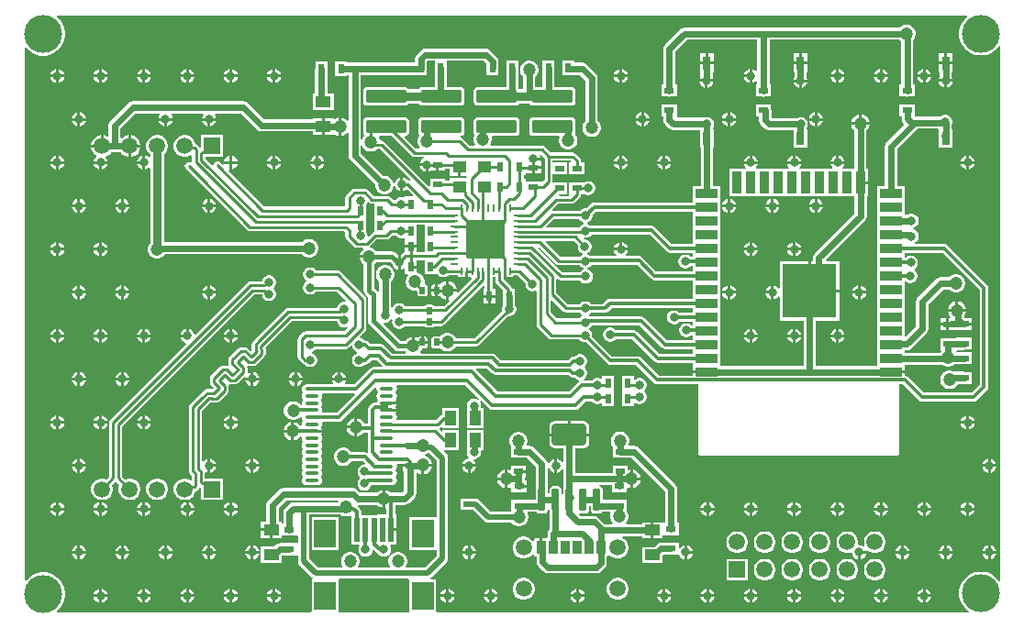
<source format=gtl>
G04*
G04 #@! TF.GenerationSoftware,Altium Limited,Altium Designer,22.4.2 (48)*
G04*
G04 Layer_Physical_Order=1*
G04 Layer_Color=255*
%FSTAX24Y24*%
%MOIN*%
G70*
G04*
G04 #@! TF.SameCoordinates,36F0A17D-9E63-4542-9A5D-60F15C5BBE16*
G04*
G04*
G04 #@! TF.FilePolarity,Positive*
G04*
G01*
G75*
%ADD13C,0.0236*%
%ADD14C,0.0118*%
G04:AMPARAMS|DCode=19|XSize=35.4mil|YSize=47.2mil|CornerRadius=1.8mil|HoleSize=0mil|Usage=FLASHONLY|Rotation=180.000|XOffset=0mil|YOffset=0mil|HoleType=Round|Shape=RoundedRectangle|*
%AMROUNDEDRECTD19*
21,1,0.0354,0.0437,0,0,180.0*
21,1,0.0319,0.0472,0,0,180.0*
1,1,0.0035,-0.0159,0.0219*
1,1,0.0035,0.0159,0.0219*
1,1,0.0035,0.0159,-0.0219*
1,1,0.0035,-0.0159,-0.0219*
%
%ADD19ROUNDEDRECTD19*%
%ADD20R,0.0550X0.0394*%
%ADD21R,0.0354X0.0236*%
%ADD22R,0.0315X0.0472*%
%ADD23R,0.0787X0.0354*%
%ADD24R,0.0354X0.0787*%
%ADD25R,0.0197X0.0886*%
%ADD26R,0.0787X0.0984*%
%ADD27R,0.0394X0.0550*%
G04:AMPARAMS|DCode=28|XSize=137.8mil|YSize=137.8mil|CornerRadius=3.4mil|HoleSize=0mil|Usage=FLASHONLY|Rotation=0.000|XOffset=0mil|YOffset=0mil|HoleType=Round|Shape=RoundedRectangle|*
%AMROUNDEDRECTD28*
21,1,0.1378,0.1309,0,0,0.0*
21,1,0.1309,0.1378,0,0,0.0*
1,1,0.0069,0.0655,-0.0655*
1,1,0.0069,-0.0655,-0.0655*
1,1,0.0069,-0.0655,0.0655*
1,1,0.0069,0.0655,0.0655*
%
%ADD28ROUNDEDRECTD28*%
G04:AMPARAMS|DCode=29|XSize=8.7mil|YSize=23.6mil|CornerRadius=0.2mil|HoleSize=0mil|Usage=FLASHONLY|Rotation=90.000|XOffset=0mil|YOffset=0mil|HoleType=Round|Shape=RoundedRectangle|*
%AMROUNDEDRECTD29*
21,1,0.0087,0.0232,0,0,90.0*
21,1,0.0082,0.0236,0,0,90.0*
1,1,0.0004,0.0116,0.0041*
1,1,0.0004,0.0116,-0.0041*
1,1,0.0004,-0.0116,-0.0041*
1,1,0.0004,-0.0116,0.0041*
%
%ADD29ROUNDEDRECTD29*%
G04:AMPARAMS|DCode=30|XSize=8.7mil|YSize=23.6mil|CornerRadius=0.2mil|HoleSize=0mil|Usage=FLASHONLY|Rotation=0.000|XOffset=0mil|YOffset=0mil|HoleType=Round|Shape=RoundedRectangle|*
%AMROUNDEDRECTD30*
21,1,0.0087,0.0232,0,0,0.0*
21,1,0.0082,0.0236,0,0,0.0*
1,1,0.0004,0.0041,-0.0116*
1,1,0.0004,-0.0041,-0.0116*
1,1,0.0004,-0.0041,0.0116*
1,1,0.0004,0.0041,0.0116*
%
%ADD30ROUNDEDRECTD30*%
G04:AMPARAMS|DCode=31|XSize=77.6mil|YSize=24.4mil|CornerRadius=3.1mil|HoleSize=0mil|Usage=FLASHONLY|Rotation=90.000|XOffset=0mil|YOffset=0mil|HoleType=Round|Shape=RoundedRectangle|*
%AMROUNDEDRECTD31*
21,1,0.0776,0.0183,0,0,90.0*
21,1,0.0715,0.0244,0,0,90.0*
1,1,0.0061,0.0092,0.0357*
1,1,0.0061,0.0092,-0.0357*
1,1,0.0061,-0.0092,-0.0357*
1,1,0.0061,-0.0092,0.0357*
%
%ADD31ROUNDEDRECTD31*%
G04:AMPARAMS|DCode=32|XSize=77.6mil|YSize=124.4mil|CornerRadius=9.7mil|HoleSize=0mil|Usage=FLASHONLY|Rotation=90.000|XOffset=0mil|YOffset=0mil|HoleType=Round|Shape=RoundedRectangle|*
%AMROUNDEDRECTD32*
21,1,0.0776,0.1050,0,0,90.0*
21,1,0.0582,0.1244,0,0,90.0*
1,1,0.0194,0.0525,0.0291*
1,1,0.0194,0.0525,-0.0291*
1,1,0.0194,-0.0525,-0.0291*
1,1,0.0194,-0.0525,0.0291*
%
%ADD32ROUNDEDRECTD32*%
%ADD33R,0.0236X0.0354*%
%ADD34O,0.0531X0.0138*%
G04:AMPARAMS|DCode=35|XSize=18.5mil|YSize=23.6mil|CornerRadius=0.9mil|HoleSize=0mil|Usage=FLASHONLY|Rotation=180.000|XOffset=0mil|YOffset=0mil|HoleType=Round|Shape=RoundedRectangle|*
%AMROUNDEDRECTD35*
21,1,0.0185,0.0218,0,0,180.0*
21,1,0.0167,0.0236,0,0,180.0*
1,1,0.0019,-0.0083,0.0109*
1,1,0.0019,0.0083,0.0109*
1,1,0.0019,0.0083,-0.0109*
1,1,0.0019,-0.0083,-0.0109*
%
%ADD35ROUNDEDRECTD35*%
%ADD36R,0.0197X0.0197*%
G04:AMPARAMS|DCode=37|XSize=47.2mil|YSize=145.7mil|CornerRadius=2.4mil|HoleSize=0mil|Usage=FLASHONLY|Rotation=90.000|XOffset=0mil|YOffset=0mil|HoleType=Round|Shape=RoundedRectangle|*
%AMROUNDEDRECTD37*
21,1,0.0472,0.1409,0,0,90.0*
21,1,0.0425,0.1457,0,0,90.0*
1,1,0.0047,0.0705,0.0213*
1,1,0.0047,0.0705,-0.0213*
1,1,0.0047,-0.0705,-0.0213*
1,1,0.0047,-0.0705,0.0213*
%
%ADD37ROUNDEDRECTD37*%
%ADD38R,0.0512X0.0433*%
%ADD67R,0.1969X0.1969*%
%ADD68C,0.0087*%
%ADD69C,0.0315*%
%ADD70C,0.0177*%
%ADD71C,0.0197*%
%ADD72C,0.0591*%
%ADD73R,0.0591X0.0591*%
%ADD74C,0.1378*%
%ADD75C,0.0315*%
%ADD76C,0.0472*%
%ADD77C,0.0236*%
G36*
X064559Y0431D02*
X064544Y04309D01*
X064434Y04298D01*
X064348Y042851D01*
X064289Y042708D01*
X064258Y042555D01*
Y0424D01*
X064289Y042247D01*
X064348Y042104D01*
X064434Y041975D01*
X064544Y041865D01*
X064674Y041778D01*
X064817Y041719D01*
X06497Y041689D01*
X065125D01*
X065277Y041719D01*
X065421Y041778D01*
X06555Y041865D01*
X06566Y041975D01*
X065701Y042036D01*
X065751Y042021D01*
X065751Y022585D01*
X065701Y02257D01*
X06566Y022632D01*
X06555Y022742D01*
X065421Y022828D01*
X065277Y022888D01*
X065125Y022918D01*
X06497D01*
X064817Y022888D01*
X064674Y022828D01*
X064544Y022742D01*
X064434Y022632D01*
X064348Y022503D01*
X064289Y022359D01*
X064258Y022207D01*
Y022051D01*
X064289Y021899D01*
X064348Y021755D01*
X064434Y021626D01*
X064544Y021516D01*
X064605Y021476D01*
X06459Y021426D01*
X045302D01*
X045266Y02146D01*
X045266Y021476D01*
Y022644D01*
X045069D01*
X045054Y022694D01*
X045084Y022714D01*
X045635Y023265D01*
X045679Y023331D01*
X045695Y023408D01*
Y025377D01*
Y02705D01*
X045679Y027128D01*
X045635Y027193D01*
X045545Y027284D01*
X045564Y02733D01*
X046086D01*
Y02808D01*
X045492D01*
Y028034D01*
X045446Y028014D01*
X045368Y028092D01*
X04538Y028143D01*
X045384Y028148D01*
X045428Y028177D01*
X045446Y028195D01*
X045492Y028176D01*
Y02813D01*
X046086D01*
Y02888D01*
X045492D01*
Y028639D01*
X045475Y028628D01*
X045446Y028608D01*
X045264Y028427D01*
X043844D01*
X043828Y028458D01*
X043822Y028477D01*
X043834Y028536D01*
X043821Y028602D01*
X043783Y028658D01*
Y028671D01*
X043821Y028726D01*
X043824Y028742D01*
X043465D01*
Y028842D01*
X043824D01*
X043821Y028858D01*
X043783Y028914D01*
Y028926D01*
X043821Y028982D01*
X043824Y028998D01*
X043465D01*
Y029098D01*
X043824D01*
X043821Y029114D01*
X043805Y029137D01*
X043786Y029176D01*
X043805Y029215D01*
X043821Y029238D01*
X043834Y029304D01*
X043821Y02937D01*
X043783Y029426D01*
Y029438D01*
X043821Y029494D01*
X043834Y02956D01*
X043821Y029626D01*
X043809Y029643D01*
X043836Y029693D01*
X046331D01*
X046817Y029207D01*
X046786Y029167D01*
X046739Y029194D01*
X046673Y029212D01*
X046605D01*
X04654Y029194D01*
X046481Y02916D01*
X046433Y029113D01*
X046399Y029054D01*
X046382Y028988D01*
Y028921D01*
X046393Y02888D01*
X046392Y02888D01*
X046392D01*
Y02813D01*
X046986D01*
Y02888D01*
X046927D01*
X046896Y02892D01*
X046897Y028921D01*
Y028988D01*
X046879Y029054D01*
X046852Y029101D01*
X046892Y029132D01*
X047169Y028855D01*
X047222Y02882D01*
X047284Y028807D01*
X050325D01*
X050387Y02882D01*
X05044Y028855D01*
X050697Y029112D01*
X050901D01*
X050944Y029069D01*
X051003Y029035D01*
X051069Y029017D01*
X051136D01*
X051202Y029035D01*
X051242Y029058D01*
X051292Y029034D01*
Y028941D01*
X051728D01*
Y029491D01*
Y030045D01*
X051292D01*
Y029965D01*
X051242Y029936D01*
X051222Y029948D01*
X051156Y029965D01*
X051088D01*
X051023Y029948D01*
X050964Y029914D01*
X05092Y02987D01*
X050638D01*
X050625Y02992D01*
X05065Y029935D01*
X050698Y029983D01*
X050732Y030041D01*
X05075Y030107D01*
Y030175D01*
X050732Y03024D01*
X050698Y030299D01*
X050674Y030323D01*
X050656Y030357D01*
X050674Y030391D01*
X050698Y030416D01*
X050732Y030474D01*
X05075Y03054D01*
Y030608D01*
X050732Y030673D01*
X050698Y030732D01*
X05065Y03078D01*
X050592Y030814D01*
X050526Y030831D01*
X050458D01*
X050393Y030814D01*
X050334Y03078D01*
X05029Y030736D01*
X050256D01*
X050194Y030724D01*
X050141Y030688D01*
X050051Y030598D01*
X047626D01*
X047418Y030807D01*
X047365Y030842D01*
X047303Y030854D01*
X044705D01*
X044684Y030904D01*
X044698Y030919D01*
X044743Y030995D01*
X044755Y031043D01*
X044847D01*
X04489Y031051D01*
X044926Y031075D01*
X04495Y031111D01*
X044959Y031154D01*
Y031213D01*
X044764D01*
Y031263D01*
X044714D01*
Y031483D01*
X044681D01*
X044638Y031475D01*
X044602Y03145D01*
X044584Y031424D01*
X044559Y031438D01*
X044479Y03146D01*
Y031125D01*
X044379D01*
Y03146D01*
X0443Y031438D01*
X044223Y031394D01*
X04416Y031331D01*
X044152Y031317D01*
X043958D01*
X043351Y031924D01*
X043367Y03196D01*
X043376Y03197D01*
X04344D01*
X043505Y031987D01*
X043564Y032021D01*
X043612Y032069D01*
X043623Y032088D01*
X043669Y032069D01*
X04366Y032034D01*
Y031966D01*
X043678Y031901D01*
X043711Y031842D01*
X043759Y031794D01*
X043818Y03176D01*
X043884Y031743D01*
X043951D01*
X044017Y03176D01*
X044076Y031794D01*
X044124Y031842D01*
X04413Y031854D01*
X044837D01*
X044858Y031823D01*
X044894Y031799D01*
X044937Y031791D01*
X045103D01*
X045146Y031799D01*
X045182Y031823D01*
X045203Y031854D01*
X045438D01*
X045494Y031865D01*
X045541Y031897D01*
X046971Y033327D01*
X047017Y033308D01*
Y033213D01*
X046971D01*
Y032986D01*
X047408D01*
Y033213D01*
X047309D01*
Y033621D01*
X047319Y033629D01*
X047401D01*
X047411Y033621D01*
Y033509D01*
X047422Y033453D01*
X047454Y033406D01*
X047686Y033173D01*
Y033025D01*
X047683Y033011D01*
X047686Y032997D01*
Y032957D01*
X047682Y032936D01*
Y032578D01*
X047674Y032563D01*
X047656Y032497D01*
Y03243D01*
X04766Y032416D01*
X046652Y031409D01*
X045973D01*
X045939Y031469D01*
X045876Y031532D01*
X045799Y031576D01*
X045714Y031599D01*
X045625D01*
X04554Y031576D01*
X045463Y031532D01*
X045404Y031473D01*
X045402Y031475D01*
X045359Y031483D01*
X045192D01*
X04515Y031475D01*
X045114Y03145D01*
X04509Y031414D01*
X045081Y031372D01*
Y031154D01*
X04509Y031111D01*
X045114Y031075D01*
X04515Y031051D01*
X045192Y031043D01*
X045359D01*
X045402Y031051D01*
X045404Y031053D01*
X045463Y030994D01*
X04554Y030949D01*
X045625Y030927D01*
X045714D01*
X045799Y030949D01*
X045876Y030994D01*
X045939Y031056D01*
X045973Y031117D01*
X046713D01*
X046769Y031128D01*
X046816Y031159D01*
X047866Y03221D01*
X04788Y032206D01*
X047947D01*
X048013Y032224D01*
X048072Y032258D01*
X04812Y032305D01*
X048153Y032364D01*
X048171Y03243D01*
Y032497D01*
X048153Y032563D01*
X048127Y032609D01*
Y032936D01*
X048123Y032957D01*
Y033213D01*
X048032D01*
X048029Y033228D01*
X047997Y033276D01*
X047703Y03357D01*
Y033621D01*
X047704Y033622D01*
Y033849D01*
X047804D01*
Y033631D01*
X047835Y033637D01*
X047852Y033648D01*
X04787Y033637D01*
X047909Y033629D01*
X047992D01*
X048032Y033637D01*
X048065Y033659D01*
X048088Y033693D01*
X04809Y033703D01*
X04822D01*
X048506Y033416D01*
X048503Y033403D01*
Y033335D01*
X04852Y03327D01*
X048554Y033211D01*
X048602Y033163D01*
X048661Y033129D01*
X048726Y033112D01*
X048794D01*
X048859Y033129D01*
X048866Y033133D01*
X048909Y033108D01*
Y031893D01*
X04892Y031837D01*
X048952Y031789D01*
X049332Y03141D01*
X049379Y031378D01*
X049435Y031367D01*
X050459D01*
X050466Y031355D01*
X050514Y031307D01*
X050572Y031273D01*
X050638Y031256D01*
X0507D01*
X051482Y030473D01*
X051535Y030438D01*
X051597Y030426D01*
X052519D01*
X05317Y029775D01*
X053222Y02974D01*
X053284Y029728D01*
X054773D01*
X05479Y029708D01*
Y027227D01*
X054798Y027188D01*
X05482Y027155D01*
X054853Y027133D01*
X054892Y027125D01*
X061979D01*
X062018Y027133D01*
X062051Y027155D01*
X062073Y027188D01*
X06208Y027227D01*
Y029708D01*
X062097Y029728D01*
X062211D01*
X062785Y029154D01*
X062837Y029119D01*
X0629Y029107D01*
X064791D01*
X064853Y029119D01*
X064906Y029154D01*
X06528Y029528D01*
X065315Y029581D01*
X065328Y029643D01*
Y033226D01*
X065315Y033288D01*
X06528Y03334D01*
X063829Y034791D01*
X063777Y034826D01*
X063715Y034838D01*
X062663D01*
X062649Y034888D01*
X062686Y034909D01*
X062734Y034957D01*
X062767Y035016D01*
X062785Y035081D01*
Y035149D01*
X062767Y035215D01*
X062734Y035273D01*
X062686Y035321D01*
X062627Y035355D01*
X06259Y035365D01*
Y035417D01*
X062627Y035427D01*
X062686Y035461D01*
X062734Y035508D01*
X062767Y035567D01*
X062785Y035633D01*
Y0357D01*
X062767Y035766D01*
X062734Y035825D01*
X062686Y035873D01*
X062627Y035906D01*
X062561Y035924D01*
X062494D01*
X062428Y035906D01*
X062428Y035906D01*
X062275D01*
Y036399D01*
Y036953D01*
X062004D01*
Y038273D01*
X062754Y039024D01*
X062754Y039024D01*
X062757Y039027D01*
X063471D01*
X06351Y039001D01*
Y038798D01*
X063506Y038777D01*
X06351Y038755D01*
Y038328D01*
X064025D01*
Y039001D01*
X06399D01*
Y039177D01*
X064006Y039235D01*
Y039303D01*
X063988Y039368D01*
X063954Y039427D01*
X063906Y039475D01*
X063847Y039509D01*
X063782Y039526D01*
X063714D01*
X063649Y039509D01*
X06359Y039475D01*
X063587Y039472D01*
X062697D01*
X062647Y039473D01*
Y03991D01*
X062412D01*
X06239Y039914D01*
X062369Y03991D01*
X062093D01*
Y039473D01*
X062168D01*
Y039388D01*
X062168Y039388D01*
X062185Y039302D01*
X062233Y03923D01*
X062282Y039181D01*
X061624Y038523D01*
X061576Y038451D01*
X061559Y038365D01*
X061559Y038365D01*
Y036953D01*
X061288D01*
Y036399D01*
Y035899D01*
Y035399D01*
Y034899D01*
Y034399D01*
Y033899D01*
Y033399D01*
Y032899D01*
Y032399D01*
Y031899D01*
Y031399D01*
Y030899D01*
Y030399D01*
X059051D01*
Y032045D01*
X059913D01*
Y033079D01*
X058829D01*
Y033129D01*
X058779D01*
Y034213D01*
X057745D01*
Y033228D01*
X057695Y033215D01*
X057686Y033229D01*
X057638Y033277D01*
X05758Y033311D01*
X05753Y033324D01*
Y033071D01*
Y032818D01*
X05758Y032831D01*
X057638Y032865D01*
X057686Y032913D01*
X057695Y032927D01*
X057745Y032914D01*
Y032045D01*
X058607D01*
Y030399D01*
X055582D01*
Y030899D01*
Y031399D01*
Y031899D01*
Y032399D01*
Y032899D01*
Y033399D01*
Y033616D01*
X055594Y033676D01*
X055582Y033737D01*
Y033899D01*
Y034399D01*
Y034899D01*
Y035399D01*
Y035899D01*
Y036399D01*
Y036953D01*
X055321D01*
Y038328D01*
X055356D01*
Y039001D01*
X055321D01*
Y039066D01*
X055339Y039096D01*
X055356Y039162D01*
Y03923D01*
X055339Y039295D01*
X055305Y039354D01*
X055257Y039402D01*
X055198Y039436D01*
X055132Y039453D01*
X055065D01*
X054999Y039436D01*
X054986Y039428D01*
X054017D01*
X054006Y039473D01*
X054006D01*
Y03991D01*
X05375D01*
X053728Y039914D01*
X053707Y03991D01*
X053451D01*
Y039473D01*
X053506D01*
Y039344D01*
X053506Y039344D01*
X053523Y039259D01*
X053571Y039187D01*
X05371Y039048D01*
X05371Y039048D01*
X053782Y039D01*
X053867Y038983D01*
X053867Y038983D01*
X054841D01*
Y038328D01*
X054876D01*
Y036953D01*
X054595D01*
Y036341D01*
X051002D01*
X05094Y036328D01*
X050887Y036293D01*
X050715Y036121D01*
X050653D01*
X050588Y036103D01*
X050529Y036069D01*
X050494Y036035D01*
X049498D01*
X049478Y036085D01*
X049687Y036294D01*
X050177D01*
X050233Y036305D01*
X050281Y036337D01*
X050478Y036534D01*
X050509Y036581D01*
X05052Y036637D01*
Y036644D01*
X050641D01*
X050679Y036623D01*
X050745Y036605D01*
X050812D01*
X050878Y036623D01*
X050937Y036656D01*
X050984Y036704D01*
X051018Y036763D01*
X051036Y036829D01*
Y036896D01*
X051018Y036962D01*
X050984Y037021D01*
X050937Y037068D01*
X050878Y037102D01*
X050812Y03712D01*
X050745D01*
X050679Y037102D01*
X050641Y037081D01*
X050097D01*
Y036644D01*
X050097D01*
X050088Y036598D01*
X05008Y036586D01*
X049737D01*
X049711Y036636D01*
X049716Y036644D01*
X050021D01*
Y037081D01*
X04952D01*
X049497Y037109D01*
Y037359D01*
X050021D01*
Y037795D01*
X049497D01*
Y037869D01*
X050137D01*
X050155Y037845D01*
X05013Y037795D01*
X050097D01*
Y037359D01*
X050651D01*
Y037795D01*
X05052D01*
Y037857D01*
X050509Y037913D01*
X050477Y037961D01*
X05032Y038118D01*
X050273Y03815D01*
X050217Y038161D01*
X049411D01*
X049203Y038368D01*
X049156Y0384D01*
X0491Y038411D01*
X047259D01*
X047231Y038461D01*
X047262Y038515D01*
X047285Y0386D01*
Y038689D01*
X047277Y03872D01*
X047307Y038759D01*
X048165D01*
X048214Y038769D01*
X048255Y038796D01*
X048282Y038837D01*
X048292Y038885D01*
Y039311D01*
X048282Y039359D01*
X048255Y0394D01*
X048214Y039427D01*
X048165Y039437D01*
X046756D01*
X046708Y039427D01*
X046667Y0394D01*
X04664Y039359D01*
X04663Y039311D01*
Y038885D01*
X04664Y038837D01*
X046657Y038811D01*
X046636Y038774D01*
X046613Y038689D01*
Y0386D01*
X046636Y038515D01*
X046667Y038461D01*
X046639Y038411D01*
X046484D01*
X046226Y038669D01*
X046226Y038669D01*
X046178Y038701D01*
X046178Y038701D01*
X046178Y038701D01*
X046136Y038709D01*
X046141Y038759D01*
X046158D01*
X046206Y038769D01*
X046247Y038796D01*
X046274Y038837D01*
X046284Y038885D01*
Y039311D01*
X046274Y039359D01*
X046247Y0394D01*
X046206Y039427D01*
X046158Y039437D01*
X044748D01*
X0447Y039427D01*
X044659Y0394D01*
X044632Y039359D01*
X044622Y039311D01*
Y038885D01*
X044632Y038837D01*
X044659Y038796D01*
X044661Y038781D01*
X044652Y038772D01*
X044608Y038696D01*
X044585Y03861D01*
Y038522D01*
X044608Y038436D01*
X044652Y038359D01*
X044666Y038345D01*
X044647Y038299D01*
X044529D01*
X044115Y038713D01*
X044134Y038759D01*
X044142D01*
X044191Y038769D01*
X044231Y038796D01*
X044259Y038837D01*
X044268Y038885D01*
Y039311D01*
X044259Y039359D01*
X044231Y0394D01*
X044191Y039427D01*
X044142Y039437D01*
X042733D01*
X042685Y039427D01*
X042644Y0394D01*
X042616Y039359D01*
X042607Y039311D01*
Y038885D01*
X042616Y038837D01*
X042644Y038796D01*
X042648Y038756D01*
X042625Y038733D01*
X042581Y038656D01*
X042576Y038638D01*
X042526Y038645D01*
Y040981D01*
X044491D01*
Y040966D01*
X044927D01*
Y041182D01*
X044932Y041204D01*
Y04147D01*
X044954Y041493D01*
X045206D01*
Y041265D01*
X045202Y041243D01*
Y040539D01*
X044748D01*
X0447Y040529D01*
X044659Y040502D01*
X044632Y040461D01*
X044632Y04046D01*
X044259D01*
X044259Y040461D01*
X044231Y040502D01*
X044191Y040529D01*
X044142Y040539D01*
X042733D01*
X042685Y040529D01*
X042644Y040502D01*
X042616Y040461D01*
X042607Y040413D01*
Y039988D01*
X042616Y039939D01*
X042644Y039899D01*
X042685Y039871D01*
X042733Y039862D01*
X044142D01*
X044191Y039871D01*
X044231Y039899D01*
X044259Y039939D01*
X044259Y039941D01*
X044632D01*
X044632Y039939D01*
X044659Y039899D01*
X0447Y039871D01*
X044748Y039862D01*
X046158D01*
X046206Y039871D01*
X046247Y039899D01*
X046274Y039939D01*
X046284Y039988D01*
Y040413D01*
X046274Y040461D01*
X046247Y040502D01*
X046206Y040529D01*
X046158Y040539D01*
X045646D01*
Y041243D01*
X045642Y041265D01*
Y041493D01*
X046975D01*
X047085Y041383D01*
Y041243D01*
X047089Y041222D01*
Y040966D01*
X047526D01*
Y041222D01*
X04753Y041243D01*
Y041472D01*
X04753Y041475D01*
X04753Y041475D01*
X047526Y04152D01*
X047521D01*
X047513Y04156D01*
X047465Y041632D01*
X047465Y041632D01*
X047224Y041873D01*
X047152Y041921D01*
X047067Y041938D01*
X047067Y041938D01*
X044862D01*
X044862Y041938D01*
X044777Y041921D01*
X044705Y041873D01*
X044705Y041873D01*
X044552Y04172D01*
X044504Y041647D01*
X044487Y041562D01*
X044487Y041562D01*
Y041426D01*
X04202D01*
Y041481D01*
X041584D01*
Y041225D01*
X04158Y041204D01*
X041584Y041182D01*
Y040927D01*
X04202D01*
Y040981D01*
X042081D01*
Y039324D01*
X042031Y039314D01*
X041975Y039369D01*
X041899Y039413D01*
X041819Y039435D01*
Y0391D01*
Y038765D01*
X041899Y038787D01*
X041975Y038831D01*
X042031Y038887D01*
X042081Y038876D01*
Y038054D01*
X042081Y038054D01*
X042098Y037969D01*
X042146Y037897D01*
X042146Y037897D01*
X043047Y036996D01*
Y03693D01*
X04307Y036845D01*
X043114Y036768D01*
X043177Y036705D01*
X043253Y036661D01*
X043339Y036638D01*
X043427D01*
X043513Y036661D01*
X04359Y036705D01*
X043652Y036768D01*
X043696Y036845D01*
X043719Y03693D01*
X043769Y036936D01*
X043776Y036911D01*
X04381Y036853D01*
X043858Y036805D01*
X043917Y036771D01*
X043966Y036758D01*
Y037011D01*
Y037264D01*
X043917Y037251D01*
X043858Y037217D01*
X04381Y037169D01*
X043776Y03711D01*
X043761Y037055D01*
X043719Y037049D01*
X043711Y03705D01*
X043696Y037104D01*
X043652Y037181D01*
X04359Y037243D01*
X043513Y037288D01*
X043427Y037311D01*
X043361D01*
X042526Y038146D01*
Y038408D01*
X042576Y038415D01*
X042581Y038397D01*
X042625Y03832D01*
X042687Y038258D01*
X042764Y038213D01*
X04285Y03819D01*
X042938D01*
X043024Y038213D01*
X0431Y038258D01*
X043144Y038302D01*
X043207D01*
X044333Y037176D01*
X044304Y037135D01*
X044288Y037146D01*
X044232Y037157D01*
X044229D01*
X044222Y037169D01*
X044174Y037217D01*
X044115Y037251D01*
X044066Y037264D01*
Y037011D01*
Y036758D01*
X044115Y036771D01*
X044174Y036805D01*
X044203Y036834D01*
X044431Y036606D01*
X044412Y03656D01*
X044122D01*
Y03656D01*
X044072Y036529D01*
X04403Y03654D01*
X043962D01*
X043897Y036522D01*
X043838Y036489D01*
X04379Y036441D01*
X043783Y036429D01*
X043702D01*
X043588Y036543D01*
X04354Y036575D01*
X043484Y036586D01*
X042994D01*
X042775Y036805D01*
X042775Y036805D01*
X042775Y036805D01*
X042752Y03682D01*
X042728Y036836D01*
X042728Y036836D01*
X042728Y036836D01*
X042702Y036841D01*
X042672Y036847D01*
X042672Y036847D01*
X042672Y036847D01*
X042289D01*
X042233Y036836D01*
X042186Y036805D01*
X042003Y036622D01*
X041971Y036575D01*
X04196Y036519D01*
Y036192D01*
X039019D01*
X037713Y037499D01*
X037739Y037544D01*
X037745Y037542D01*
Y037745D01*
X037542D01*
X037544Y037739D01*
X037499Y037713D01*
X037414Y037797D01*
X037367Y037829D01*
X037311Y03784D01*
X037255Y037829D01*
X037208Y037797D01*
X037176Y03775D01*
X037169Y037716D01*
X037117Y037697D01*
X036868Y037946D01*
Y038001D01*
X037524D01*
Y038791D01*
X036733D01*
Y038362D01*
X036713Y038336D01*
X036683Y038326D01*
X036665Y038337D01*
X036638Y038377D01*
X036588Y038427D01*
X03654Y038459D01*
X03652Y038463D01*
X036497Y038549D01*
X036445Y038639D01*
X036371Y038712D01*
X036281Y038764D01*
X03618Y038791D01*
X036076D01*
X035976Y038764D01*
X035886Y038712D01*
X035812Y038639D01*
X03576Y038549D01*
X035733Y038448D01*
Y038344D01*
X03576Y038244D01*
X035812Y038153D01*
X035886Y03808D01*
X035976Y038028D01*
X036076Y038001D01*
X03618D01*
X036281Y038028D01*
X036339Y038061D01*
X036389Y038032D01*
Y037831D01*
X036342Y037803D01*
X036341Y037803D01*
X036329Y037811D01*
X036273Y037822D01*
X036217Y037811D01*
X036169Y03778D01*
X036138Y037732D01*
X036126Y037676D01*
X036138Y03762D01*
X036169Y037573D01*
X036602Y03714D01*
X036602Y03714D01*
X038394Y035348D01*
X038442Y035316D01*
X038498Y035305D01*
X041932D01*
X04196Y035277D01*
Y035109D01*
X041971Y035053D01*
X041971Y035053D01*
X041971Y035053D01*
X041987Y035029D01*
X042003Y035006D01*
X042272Y034737D01*
X042272Y034737D01*
X042272Y034737D01*
X042296Y034721D01*
X04232Y034705D01*
X04232Y034705D01*
X04232Y034705D01*
X042376Y034694D01*
X042598D01*
X042612Y034644D01*
X042609Y034642D01*
X042546Y034579D01*
X042502Y034503D01*
X04248Y034423D01*
X042815D01*
Y034323D01*
X04248D01*
X042502Y034243D01*
X042546Y034167D01*
X042609Y034104D01*
X042623Y034096D01*
Y033153D01*
X042637Y033079D01*
X042679Y033017D01*
X04278Y032915D01*
Y03203D01*
X042795Y031957D01*
X042837Y031895D01*
X043742Y030989D01*
X043805Y030947D01*
X043878Y030933D01*
X044138D01*
X04416Y030902D01*
X044138Y030854D01*
X04367D01*
X043373Y03115D01*
X043321Y031185D01*
X043259Y031198D01*
X042893D01*
X042812Y031279D01*
X042785Y031296D01*
X042759Y031314D01*
X042759Y031314D01*
X042759Y031314D01*
X042728Y03132D01*
X042697Y031326D01*
X042663D01*
X042619Y03137D01*
X04256Y031404D01*
X042502Y03142D01*
X042477Y031466D01*
X042682Y031671D01*
X042714Y031719D01*
X042725Y031775D01*
Y032818D01*
X042714Y032874D01*
X042682Y032921D01*
X041777Y033827D01*
X041729Y033858D01*
X041673Y03387D01*
X040902D01*
X040895Y033881D01*
X040847Y033929D01*
X040789Y033963D01*
X040723Y033981D01*
X040655D01*
X04059Y033963D01*
X040531Y033929D01*
X040483Y033881D01*
X040449Y033823D01*
X040432Y033757D01*
Y033689D01*
X040449Y033624D01*
X040483Y033565D01*
X040531Y033517D01*
X04054Y033512D01*
Y033462D01*
X040531Y033457D01*
X040483Y033409D01*
X040449Y03335D01*
X040432Y033285D01*
Y033217D01*
X040449Y033152D01*
X040483Y033093D01*
X040531Y033045D01*
X04059Y033011D01*
X040655Y032993D01*
X040723D01*
X040789Y033011D01*
X040847Y033045D01*
X040895Y033093D01*
X040902Y033105D01*
X041652D01*
X041984Y032773D01*
X041958Y032729D01*
X041943Y032732D01*
X041876D01*
X04181Y032715D01*
X041751Y032681D01*
X041704Y032633D01*
X04167Y032574D01*
X041652Y032509D01*
Y032507D01*
X039883D01*
X039827Y032496D01*
X03978Y032464D01*
X038729Y031414D01*
X038605Y03129D01*
X038574Y031242D01*
X038563Y031186D01*
Y030978D01*
X038517Y030953D01*
X038432Y031038D01*
X038385Y03107D01*
X038329Y031081D01*
X038174D01*
X038118Y03107D01*
X038071Y031038D01*
X037759Y030726D01*
X037727Y030679D01*
X037716Y030623D01*
Y030468D01*
X03772Y030451D01*
X037677Y030408D01*
X037659Y030412D01*
X037505D01*
X037449Y0304D01*
X037402Y030369D01*
X03709Y030057D01*
X037058Y030009D01*
X037047Y029953D01*
Y029799D01*
X037058Y029743D01*
X03709Y029696D01*
X037175Y02961D01*
X037149Y029565D01*
X036941D01*
X036885Y029554D01*
X036838Y029522D01*
X036643Y029327D01*
X036317Y029001D01*
X036285Y028954D01*
X036274Y028898D01*
Y026588D01*
X036285Y026532D01*
X036317Y026484D01*
X036385Y026416D01*
Y02628D01*
X036335Y026251D01*
X036277Y026284D01*
X036176Y026311D01*
X036072D01*
X035972Y026284D01*
X035882Y026232D01*
X035808Y026159D01*
X035756Y026068D01*
X035729Y025968D01*
Y025864D01*
X035756Y025763D01*
X035808Y025673D01*
X035882Y0256D01*
X035972Y025548D01*
X036072Y025521D01*
X036176D01*
X036277Y025548D01*
X036367Y0256D01*
X036441Y025673D01*
X036493Y025763D01*
X036516Y025849D01*
X036536Y025853D01*
X036584Y025885D01*
X036634Y025935D01*
X036666Y025983D01*
X036679Y025988D01*
X036712Y025972D01*
X036729Y02595D01*
Y025521D01*
X03752D01*
Y026311D01*
X036864D01*
Y0265D01*
X036902Y026527D01*
X036914Y02653D01*
X036958Y026518D01*
Y026772D01*
Y027025D01*
X036908Y027012D01*
X03685Y026978D01*
X036803Y026931D01*
X036798Y026931D01*
X036753Y026945D01*
Y02876D01*
X037062Y029069D01*
X037063Y029069D01*
X037118Y029058D01*
X037273D01*
X037329Y029069D01*
X037376Y029101D01*
X037688Y029413D01*
X03772Y02946D01*
X037731Y029516D01*
Y029671D01*
X037728Y029688D01*
X03777Y029731D01*
X037788Y029727D01*
X037942D01*
X037998Y029738D01*
X038046Y02977D01*
X038289Y030013D01*
X038334Y029987D01*
X03833Y029971D01*
X038533D01*
Y030174D01*
X038483Y030161D01*
X038442Y030137D01*
X038397Y030167D01*
X0384Y030185D01*
Y03034D01*
X038397Y030357D01*
X038439Y0304D01*
X038457Y030396D01*
X038612D01*
X038667Y030408D01*
X038715Y030439D01*
X039027Y030751D01*
X039059Y030799D01*
X03907Y030854D01*
Y031009D01*
X039059Y031065D01*
X039058Y031065D01*
X040021Y032028D01*
X041652D01*
Y032026D01*
X04167Y031961D01*
X041704Y031902D01*
X041751Y031854D01*
X04181Y03182D01*
X041876Y031802D01*
X041943D01*
X042009Y03182D01*
X042017Y031825D01*
X042048Y031785D01*
X041928Y031665D01*
X040532D01*
X040476Y031654D01*
X040428Y031622D01*
X040271Y031465D01*
X040239Y031417D01*
X040228Y031361D01*
Y030731D01*
X040239Y030675D01*
X040271Y030628D01*
X040389Y03051D01*
X040436Y030478D01*
X040474Y030471D01*
X040483Y030455D01*
X040531Y030407D01*
X04059Y030373D01*
X040655Y030356D01*
X040723D01*
X040789Y030373D01*
X040847Y030407D01*
X040895Y030455D01*
X040929Y030514D01*
X040947Y030579D01*
Y030647D01*
X040929Y030713D01*
X040895Y030771D01*
X040847Y030819D01*
X040789Y030853D01*
X040752Y030863D01*
Y030915D01*
X040789Y030924D01*
X040847Y030958D01*
X040895Y031006D01*
X040902Y031018D01*
X041969D01*
X042025Y031029D01*
X042072Y031061D01*
X042159Y031148D01*
X042205Y031123D01*
X042221Y031065D01*
X042255Y031006D01*
X042303Y030958D01*
X042361Y030924D01*
X042398Y030915D01*
Y030863D01*
X042361Y030853D01*
X042303Y030819D01*
X042255Y030771D01*
X042221Y030713D01*
X042203Y030647D01*
Y030579D01*
X042221Y030514D01*
X042255Y030455D01*
X042303Y030407D01*
X042361Y030373D01*
X042427Y030356D01*
X042495D01*
X04256Y030373D01*
X042619Y030407D01*
X042663Y030451D01*
X042697D01*
X042759Y030463D01*
X042812Y030498D01*
X042922Y030608D01*
X043102D01*
X043301Y03041D01*
X043282Y030364D01*
X042994D01*
X042932Y030351D01*
X042879Y030316D01*
X042285Y029722D01*
X041961D01*
X041944Y029772D01*
X041972Y029822D01*
X041985Y029871D01*
X041479D01*
X041492Y029822D01*
X041521Y029772D01*
X041504Y029722D01*
X040995D01*
X040945Y029732D01*
X040551D01*
X040485Y029719D01*
X04043Y029682D01*
X040392Y029626D01*
X040379Y02956D01*
X040392Y029494D01*
X04043Y029438D01*
Y029426D01*
X040392Y02937D01*
X040379Y029304D01*
X040392Y029238D01*
X040408Y029215D01*
X040427Y029176D01*
X040408Y029137D01*
X040392Y029114D01*
X040379Y029048D01*
X040388Y029002D01*
X040341Y028984D01*
X040338Y028989D01*
X040276Y029051D01*
X040199Y029096D01*
X040113Y029119D01*
X040025D01*
X039939Y029096D01*
X039863Y029051D01*
X0398Y028989D01*
X039756Y028912D01*
X039733Y028827D01*
Y028738D01*
X039756Y028653D01*
X0398Y028576D01*
X039863Y028513D01*
X039939Y028469D01*
X040025Y028446D01*
X040113D01*
X040199Y028469D01*
X040276Y028513D01*
X040336Y028573D01*
X04034Y028573D01*
X04038Y028542D01*
X040379Y028536D01*
X040392Y02847D01*
X04043Y028415D01*
Y028402D01*
X040392Y028346D01*
X040379Y02828D01*
X04038Y028275D01*
X04034Y028226D01*
X040321Y028226D01*
X040318Y028231D01*
X040256Y028294D01*
X040179Y028338D01*
X040099Y028359D01*
Y028025D01*
Y02769D01*
X040179Y027711D01*
X040256Y027756D01*
X040318Y027818D01*
X040321Y027823D01*
X04034Y027824D01*
X04038Y027775D01*
X040379Y027769D01*
X040392Y027703D01*
X04043Y027647D01*
Y027635D01*
X040392Y027579D01*
X040379Y027513D01*
X040392Y027447D01*
X04043Y027391D01*
Y027379D01*
X040392Y027323D01*
X040379Y027257D01*
X040392Y027191D01*
X040408Y027168D01*
X040427Y027129D01*
X040408Y02709D01*
X040392Y027067D01*
X040379Y027001D01*
X040392Y026935D01*
X04043Y026879D01*
Y026867D01*
X040392Y026811D01*
X040379Y026745D01*
X040392Y026679D01*
X04043Y026623D01*
Y026611D01*
X040392Y026555D01*
X040379Y026489D01*
X040392Y026423D01*
X040408Y0264D01*
X040427Y026361D01*
X040408Y026322D01*
X040392Y026299D01*
X040379Y026233D01*
X040392Y026167D01*
X04043Y026111D01*
X040485Y026074D01*
X040551Y026061D01*
X040945D01*
X041011Y026074D01*
X041067Y026111D01*
X041104Y026167D01*
X041117Y026233D01*
X041104Y026299D01*
X041089Y026322D01*
X04107Y026361D01*
X041089Y0264D01*
X041104Y026423D01*
X041117Y026489D01*
X041104Y026555D01*
X041067Y026611D01*
Y026623D01*
X041104Y026679D01*
X041117Y026745D01*
X041104Y026811D01*
X041067Y026867D01*
Y026879D01*
X041104Y026935D01*
X041117Y027001D01*
X041104Y027067D01*
X041089Y02709D01*
X04107Y027129D01*
X041089Y027168D01*
X041104Y027191D01*
X041117Y027257D01*
X041104Y027323D01*
X041067Y027379D01*
Y027391D01*
X041104Y027447D01*
X041117Y027513D01*
X041104Y027579D01*
X041067Y027635D01*
Y027647D01*
X041104Y027703D01*
X041117Y027769D01*
X041104Y027835D01*
X041067Y02789D01*
Y027903D01*
X041104Y027959D01*
X041107Y027975D01*
X040748D01*
Y028075D01*
X041107D01*
X041104Y02809D01*
X041089Y028113D01*
X04107Y028153D01*
X041089Y028192D01*
X041104Y028215D01*
X041117Y02828D01*
X041109Y028324D01*
X041141Y028374D01*
X041723D01*
X041785Y028387D01*
X041838Y028422D01*
X043049Y029633D01*
X043059Y029631D01*
X043099Y029575D01*
X043096Y02956D01*
X043109Y029494D01*
X043146Y029438D01*
Y029426D01*
X043109Y02937D01*
X043096Y029304D01*
X043109Y029238D01*
X043124Y029215D01*
X043143Y029176D01*
X043124Y029137D01*
X043109Y029114D01*
X043102Y029082D01*
X043051D01*
X043051Y029082D01*
X043051Y029082D01*
X043021Y029076D01*
X042989Y02907D01*
X042989Y02907D01*
X042989Y02907D01*
X04296Y02905D01*
X042937Y029035D01*
X042937Y029035D01*
X042937Y029035D01*
X042828Y028927D01*
X042809Y028897D01*
X042793Y028874D01*
X042793Y028874D01*
X042793Y028874D01*
X042787Y028842D01*
X042781Y028812D01*
Y028305D01*
X042654D01*
X042612Y028379D01*
X042549Y028441D01*
X042472Y028486D01*
X042393Y028507D01*
Y028172D01*
Y027838D01*
X042472Y027859D01*
X042549Y027903D01*
X042612Y027966D01*
X04262Y027981D01*
X042781D01*
Y027769D01*
Y027275D01*
X042779Y027272D01*
X042744Y02725D01*
X042732Y027247D01*
X04273Y027248D01*
X04273Y027248D01*
X042696Y027255D01*
X042668Y027261D01*
X042185D01*
X04216Y027305D01*
X042097Y027368D01*
X04202Y027412D01*
X041935Y027435D01*
X041846D01*
X041761Y027412D01*
X041684Y027368D01*
X041622Y027305D01*
X041577Y027228D01*
X041554Y027143D01*
Y027054D01*
X041577Y026969D01*
X041622Y026892D01*
X041684Y02683D01*
X041761Y026785D01*
X041846Y026762D01*
X041935D01*
X04202Y026785D01*
X042097Y02683D01*
X04216Y026892D01*
X042185Y026936D01*
X042601D01*
X042672Y026866D01*
X042651Y026816D01*
X042624D01*
X042558Y026798D01*
X0425Y026764D01*
X042452Y026716D01*
X042418Y026657D01*
X0424Y026592D01*
Y026524D01*
X042418Y026459D01*
X042452Y0264D01*
X042476Y026375D01*
X042494Y026342D01*
X042476Y026308D01*
X042452Y026283D01*
X042418Y026224D01*
X0424Y026159D01*
Y026091D01*
X042418Y026026D01*
X042452Y025967D01*
X0425Y025919D01*
X042558Y025885D01*
X042624Y025867D01*
X042692D01*
X042757Y025885D01*
X042816Y025919D01*
X042864Y025967D01*
X042898Y026026D01*
X04291Y026071D01*
X043217D01*
X043268Y026061D01*
X043662D01*
X043727Y026074D01*
X043783Y026111D01*
X043821Y026167D01*
X043834Y026233D01*
X043821Y026299D01*
X043805Y026322D01*
X043786Y026361D01*
X043805Y0264D01*
X043821Y026423D01*
X043834Y026489D01*
X043821Y026555D01*
X043783Y026611D01*
Y026623D01*
X043821Y026679D01*
X043834Y026745D01*
X043825Y026789D01*
X043858Y026839D01*
X044034D01*
Y026834D01*
X044311D01*
Y026734D01*
X044034D01*
Y026566D01*
X044089D01*
Y025863D01*
X044022Y025796D01*
X043619D01*
X043573Y025843D01*
X043496Y025887D01*
X043416Y025908D01*
Y025574D01*
Y025239D01*
X04342Y02524D01*
X04346Y02521D01*
Y024995D01*
X043424D01*
Y02499D01*
X043114D01*
Y024985D01*
X042804D01*
Y02498D01*
X042544D01*
Y025101D01*
X042532Y025163D01*
X042497Y025216D01*
X042411Y025301D01*
X042432Y025351D01*
X043113D01*
X04316Y025305D01*
X043237Y02526D01*
X043316Y025239D01*
Y025574D01*
Y025908D01*
X043237Y025887D01*
X04316Y025843D01*
X043113Y025796D01*
X042494D01*
X042392Y025898D01*
X04232Y025947D01*
X042234Y025963D01*
X042234Y025963D01*
X039715D01*
X039715Y025963D01*
X03963Y025947D01*
X039557Y025898D01*
X039557Y025898D01*
X039154Y025495D01*
X039106Y025423D01*
X039089Y025338D01*
X039089Y025338D01*
Y024746D01*
X038897D01*
Y024499D01*
X039272D01*
Y024449D01*
X039322D01*
Y024152D01*
X039647D01*
Y024186D01*
X039654Y024234D01*
X039909D01*
X039931Y024229D01*
X039952Y024234D01*
X040208D01*
Y024234D01*
X040251Y024216D01*
Y023973D01*
X040208Y023955D01*
X040201Y023955D01*
X039952D01*
X039931Y023959D01*
X039577D01*
X039577Y023959D01*
X039577Y023959D01*
X039536Y023951D01*
X039492Y023942D01*
X039492Y023942D01*
X039492Y023942D01*
X039459Y02392D01*
X03942Y023894D01*
X03942Y023894D01*
X03942Y023894D01*
X039372Y023846D01*
X038897D01*
Y023252D01*
X039647D01*
Y023492D01*
X039669Y023514D01*
X039931D01*
X039952Y023519D01*
X040201D01*
X040208Y023519D01*
X040251Y023501D01*
Y02329D01*
X040266Y023213D01*
X04031Y023147D01*
X040743Y022714D01*
X040773Y022694D01*
X040758Y022644D01*
X040735D01*
Y021476D01*
X040735Y02146D01*
X040699Y021426D01*
X031484D01*
X031469Y021474D01*
X031495Y021491D01*
X031605Y021601D01*
X031691Y02173D01*
X031751Y021873D01*
X031781Y022026D01*
Y022181D01*
X031751Y022334D01*
X031691Y022477D01*
X031605Y022606D01*
X031495Y022716D01*
X031366Y022803D01*
X031222Y022862D01*
X03107Y022893D01*
X030914D01*
X030762Y022862D01*
X030618Y022803D01*
X030489Y022716D01*
X030379Y022606D01*
X030375Y022601D01*
X030328Y022615D01*
X030328Y04196D01*
X030375Y041975D01*
X030379Y041969D01*
X030489Y041859D01*
X030618Y041773D01*
X030762Y041713D01*
X030914Y041683D01*
X03107D01*
X031222Y041713D01*
X031366Y041773D01*
X031495Y041859D01*
X031605Y041969D01*
X031691Y042098D01*
X031751Y042242D01*
X031781Y042394D01*
Y04255D01*
X031751Y042702D01*
X031691Y042846D01*
X031605Y042975D01*
X031495Y043085D01*
X031472Y0431D01*
X031487Y043148D01*
X064544D01*
X064559Y0431D01*
D02*
G37*
G36*
X049204Y037954D02*
Y03717D01*
X049127Y037092D01*
X049077Y037113D01*
Y03712D01*
X048522D01*
X048516Y037167D01*
Y03719D01*
X048444D01*
Y037344D01*
X048516D01*
Y037351D01*
X048522Y037399D01*
X048749D01*
Y037617D01*
X048799D01*
Y037667D01*
X049077D01*
Y037835D01*
X049077D01*
X049052Y037885D01*
X049053Y037886D01*
X048799D01*
Y037986D01*
X049053D01*
X049039Y038035D01*
X049021Y038067D01*
X049061Y038097D01*
X049204Y037954D01*
D02*
G37*
G36*
X044365Y038049D02*
X044413Y038018D01*
X044469Y038006D01*
X044816D01*
X044823Y037956D01*
X044818Y037955D01*
X044759Y037921D01*
X044711Y037873D01*
X044677Y037815D01*
X044664Y037765D01*
X044917D01*
Y037715D01*
X044967D01*
Y037462D01*
X045016Y037475D01*
X045054Y037497D01*
X045265D01*
Y037715D01*
X045365D01*
Y037497D01*
X045592D01*
Y037569D01*
X045747D01*
Y037304D01*
X046053D01*
Y037621D01*
X046153D01*
Y037304D01*
X046363D01*
X046392Y037254D01*
X046377Y037229D01*
X045747D01*
Y037146D01*
X045592D01*
Y037218D01*
X045038D01*
Y03695D01*
X044992Y03693D01*
X043371Y038551D01*
X043324Y038583D01*
X043268Y038594D01*
X043224D01*
X043207Y038656D01*
X043177Y038709D01*
X043204Y038759D01*
X043655D01*
X044365Y038049D01*
D02*
G37*
G36*
X050481Y035705D02*
X050529Y035657D01*
X050588Y035623D01*
X050624Y035614D01*
Y035562D01*
X050588Y035552D01*
X050529Y035518D01*
X050481Y03547D01*
X050459Y035432D01*
X049284D01*
X049265Y035478D01*
X049529Y035743D01*
X050459D01*
X050481Y035705D01*
D02*
G37*
G36*
X04283Y036337D02*
X04283Y036337D01*
X04283Y036337D01*
X042853Y036321D01*
X042877Y036305D01*
X042877Y036305D01*
X042877Y036305D01*
X042933Y036294D01*
X043001D01*
Y035769D01*
Y035279D01*
X042985Y035276D01*
X042985Y035276D01*
X042938Y035244D01*
X042808Y035114D01*
X042758Y035135D01*
Y035175D01*
X04274Y03524D01*
X042723Y03527D01*
Y035769D01*
Y036271D01*
X04274Y036301D01*
X042752Y036344D01*
X042805Y036362D01*
X04283Y036337D01*
D02*
G37*
G36*
X053639Y034561D02*
X053692Y034526D01*
X053754Y034514D01*
X054595D01*
Y034358D01*
X054513D01*
X054469Y034402D01*
X054411Y034436D01*
X054345Y034453D01*
X054277D01*
X054212Y034436D01*
X054153Y034402D01*
X054105Y034354D01*
X054071Y034295D01*
X054054Y03423D01*
Y034162D01*
X054071Y034096D01*
X054105Y034038D01*
X054153Y03399D01*
X054212Y033956D01*
X054277Y033938D01*
X054345D01*
X054411Y033956D01*
X054469Y03399D01*
X054513Y034034D01*
X054595D01*
Y033838D01*
X053266D01*
X052755Y03435D01*
X052702Y034385D01*
X05264Y034397D01*
X052152D01*
X052141Y034416D01*
X052134Y034447D01*
X052175Y034488D01*
X052208Y034546D01*
X052222Y034596D01*
X051715D01*
X051729Y034546D01*
X051762Y034488D01*
X051803Y034447D01*
X051796Y034416D01*
X051785Y034397D01*
X050864D01*
X050845Y034416D01*
X050786Y03445D01*
X050771Y034454D01*
X050765Y034474D01*
X050766Y034507D01*
X050816Y034535D01*
X050864Y034583D01*
X050897Y034642D01*
X050915Y034707D01*
Y034775D01*
X050897Y034841D01*
X050864Y034899D01*
X050816Y034947D01*
X050757Y034981D01*
X050691Y034999D01*
X050629D01*
X050615Y035013D01*
X050615Y035013D01*
X050647Y035056D01*
X050653Y035055D01*
X050721D01*
X050786Y035072D01*
X050845Y035106D01*
X050893Y035154D01*
X050905Y035175D01*
X053026D01*
X053639Y034561D01*
D02*
G37*
G36*
X054595Y035399D02*
Y034838D01*
X053821D01*
X053207Y035452D01*
X053155Y035487D01*
X053093Y0355D01*
X050864D01*
X050845Y035518D01*
X050786Y035552D01*
X05075Y035562D01*
Y035614D01*
X050786Y035623D01*
X050845Y035657D01*
X050893Y035705D01*
X050927Y035764D01*
X050944Y035829D01*
Y035892D01*
X051069Y036016D01*
X054595D01*
Y035399D01*
D02*
G37*
G36*
X044837Y035021D02*
Y034539D01*
X044558D01*
Y034697D01*
X04434D01*
X044122D01*
Y034532D01*
X044098Y034528D01*
X04405Y034496D01*
X043967Y034413D01*
Y034156D01*
Y033903D01*
X044017Y033917D01*
X044072Y033948D01*
X044098Y033941D01*
X044122Y033931D01*
Y033722D01*
X044222D01*
X044241Y033676D01*
X044229Y033664D01*
X044185Y033587D01*
X044162Y033502D01*
Y033413D01*
X044185Y033328D01*
X044229Y033251D01*
X044292Y033189D01*
X044368Y033144D01*
X044454Y033121D01*
X044542D01*
X044569Y033101D01*
Y033044D01*
X044578Y033001D01*
X044602Y032965D01*
X044638Y032941D01*
X044681Y032932D01*
X044847D01*
X04489Y032941D01*
X044926Y032965D01*
X04495Y033001D01*
X044959Y033044D01*
Y033261D01*
X04495Y033304D01*
X044926Y03334D01*
X04489Y033364D01*
X044874Y033367D01*
X044834Y033413D01*
Y033502D01*
X044811Y033587D01*
X044767Y033664D01*
X044705Y033727D01*
X044628Y033771D01*
X044558Y03379D01*
Y033949D01*
X04434D01*
Y034049D01*
X044558D01*
Y034247D01*
X044837D01*
Y033722D01*
X045273D01*
Y033722D01*
X045323Y033727D01*
X045326Y033723D01*
X045374Y033675D01*
X045432Y033641D01*
X045498Y033623D01*
X045566D01*
X045631Y033641D01*
X04569Y033675D01*
X045718Y033703D01*
X04604D01*
X046042Y033693D01*
X046064Y033659D01*
X046098Y033637D01*
X046138Y033629D01*
X04622D01*
X04626Y033637D01*
X046277Y033648D01*
X046295Y033637D01*
X046326Y033631D01*
Y033849D01*
X046426D01*
Y033631D01*
X046457Y033637D01*
X046474Y033648D01*
X046492Y033637D01*
X046526Y03363D01*
X046541Y033606D01*
X04655Y033583D01*
X046051Y033084D01*
X046016Y033103D01*
X045719D01*
Y032806D01*
X045738Y032771D01*
X045537Y03257D01*
X045196D01*
X045182Y032592D01*
X045146Y032616D01*
X045103Y032625D01*
X044937D01*
X044894Y032616D01*
X044858Y032592D01*
X044843Y03257D01*
X04413D01*
X044124Y032582D01*
X044076Y03263D01*
X044017Y032664D01*
X043951Y032682D01*
X043884D01*
X043818Y032664D01*
X043759Y03263D01*
X043711Y032582D01*
X043678Y032524D01*
X043628Y032532D01*
Y03347D01*
X043675Y033517D01*
X043719Y033594D01*
X043742Y033679D01*
Y033768D01*
X043719Y033853D01*
X043675Y03393D01*
X043612Y033992D01*
X043535Y034037D01*
X04345Y03406D01*
X043361D01*
X043276Y034037D01*
X043199Y033992D01*
X043137Y03393D01*
X043092Y033853D01*
X043069Y033768D01*
Y033679D01*
X043092Y033594D01*
X043137Y033517D01*
X043183Y03347D01*
Y033109D01*
X043133Y033094D01*
X043109Y033131D01*
X043007Y033232D01*
Y034096D01*
X043022Y034104D01*
X043084Y034167D01*
X043092Y034181D01*
X043584D01*
X043667Y034098D01*
X043678Y034057D01*
X043711Y033998D01*
X043759Y03395D01*
X043818Y033917D01*
X043867Y033903D01*
Y034156D01*
Y034441D01*
X0438Y034509D01*
X043737Y034551D01*
X043664Y034565D01*
X043092D01*
X043084Y034579D01*
X043022Y034642D01*
X042945Y034686D01*
X042881Y034703D01*
X042864Y034754D01*
X042864Y034757D01*
X043102Y034995D01*
X043445D01*
X043501Y035006D01*
X043548Y035037D01*
X043663Y035152D01*
X043783D01*
X04379Y03514D01*
X043838Y035092D01*
X043897Y035058D01*
X043962Y035041D01*
X04403D01*
X044072Y035052D01*
X044117Y035024D01*
X044122Y035016D01*
Y034797D01*
X04434D01*
X044558D01*
Y035021D01*
Y035534D01*
X044837D01*
Y035021D01*
D02*
G37*
G36*
X050404Y034789D02*
X0504Y034775D01*
Y034707D01*
X050418Y034642D01*
X050451Y034583D01*
X050499Y034535D01*
X050558Y034501D01*
X050574Y034497D01*
X05058Y034477D01*
X050578Y034444D01*
X050529Y034416D01*
X050481Y034368D01*
X050474Y034356D01*
X049775D01*
X049235Y034897D01*
X049254Y034943D01*
X050249D01*
X050404Y034789D01*
D02*
G37*
G36*
X049612Y034107D02*
X049659Y034075D01*
X049715Y034064D01*
X050474D01*
X050481Y034052D01*
X050529Y034004D01*
X050588Y03397D01*
X050629Y033959D01*
Y033907D01*
X050597Y033899D01*
X050539Y033865D01*
X050491Y033817D01*
X050484Y033805D01*
X04983D01*
X048971Y034664D01*
X048987Y034718D01*
X048998Y03472D01*
X049612Y034107D01*
D02*
G37*
G36*
X053084Y033561D02*
X053137Y033526D01*
X053199Y033514D01*
X054595D01*
Y033399D01*
Y032838D01*
X051577D01*
X051515Y032826D01*
X051462Y032791D01*
X051324Y032653D01*
X050889D01*
X050845Y032697D01*
X050786Y032731D01*
X050721Y032748D01*
X050653D01*
X050588Y032731D01*
X050529Y032697D01*
X050481Y032649D01*
X050474Y032637D01*
X050036D01*
X049615Y033058D01*
Y033542D01*
X049661Y033561D01*
X049666Y033555D01*
X049714Y033524D01*
X04977Y033513D01*
X050484D01*
X050491Y033501D01*
X050539Y033453D01*
X050597Y033419D01*
X050663Y033401D01*
X050731D01*
X050796Y033419D01*
X050855Y033453D01*
X050903Y033501D01*
X050937Y033559D01*
X050954Y033625D01*
Y033693D01*
X050937Y033758D01*
X050903Y033817D01*
X050855Y033865D01*
X050796Y033899D01*
X050755Y03391D01*
Y033961D01*
X050786Y03397D01*
X050845Y034004D01*
X050893Y034052D01*
X050905Y034073D01*
X052573D01*
X053084Y033561D01*
D02*
G37*
G36*
X065003Y033158D02*
Y02971D01*
X064724Y029431D01*
X062967D01*
X062393Y030005D01*
X062341Y03004D01*
X062279Y030052D01*
X062275D01*
Y030126D01*
X061782D01*
Y030226D01*
X062275D01*
Y03044D01*
X063217D01*
X063228Y030442D01*
X06324Y03044D01*
X063657D01*
X06366Y030437D01*
X063736Y030393D01*
X063822Y03037D01*
X06391D01*
X063996Y030393D01*
X064073Y030437D01*
X064095Y03046D01*
X064437D01*
X064458Y030464D01*
X064714D01*
Y0309D01*
X064458D01*
X064437Y030904D01*
X064166D01*
X064151Y030926D01*
X064177Y030976D01*
X064369D01*
X064369Y030976D01*
X064426Y030987D01*
X064437Y030985D01*
X064444D01*
X064466Y030989D01*
X064714D01*
Y031425D01*
X064466D01*
X064444Y03143D01*
X064437D01*
X064416Y031425D01*
X064399D01*
X064378Y03143D01*
X064357Y031425D01*
X06416D01*
Y03142D01*
X063846D01*
X063825Y031416D01*
X063569D01*
Y03098D01*
X063594D01*
X063615Y03093D01*
X063597Y030912D01*
X063581Y030885D01*
X06324D01*
X063228Y030882D01*
X063217Y030885D01*
X062275D01*
Y03097D01*
X062365D01*
X062365Y03097D01*
X06245Y030987D01*
X062522Y031035D01*
X063079Y031592D01*
X063127Y031664D01*
X063144Y031749D01*
X063144Y031749D01*
Y032641D01*
X063683Y03318D01*
X063889D01*
X063935Y033134D01*
X064012Y033089D01*
X064097Y033067D01*
X064186D01*
X064272Y033089D01*
X064348Y033134D01*
X064411Y033196D01*
X064455Y033273D01*
X064478Y033358D01*
Y033447D01*
X064455Y033533D01*
X064411Y033609D01*
X064348Y033672D01*
X064272Y033716D01*
X064186Y033739D01*
X064097D01*
X064012Y033716D01*
X063935Y033672D01*
X063889Y033625D01*
X063591D01*
X063505Y033608D01*
X063433Y03356D01*
X063433Y03356D01*
X062764Y032891D01*
X062716Y032819D01*
X062699Y032733D01*
X062699Y032733D01*
Y031841D01*
X062322Y031464D01*
X062275Y031483D01*
Y031899D01*
Y032399D01*
Y032899D01*
Y033458D01*
X062325Y033479D01*
X062334Y03347D01*
X062393Y033436D01*
X062458Y033419D01*
X062526D01*
X062592Y033436D01*
X06265Y03347D01*
X062698Y033518D01*
X062732Y033577D01*
X06275Y033642D01*
Y03371D01*
X062732Y033776D01*
X062698Y033834D01*
X06265Y033882D01*
X062645Y033885D01*
Y033943D01*
X062658Y03395D01*
X062706Y033998D01*
X06274Y034057D01*
X062758Y034123D01*
Y03419D01*
X06274Y034256D01*
X062706Y034315D01*
X062658Y034362D01*
X0626Y034396D01*
X062534Y034414D01*
X062466D01*
X062401Y034396D01*
X062342Y034362D01*
X062325Y034346D01*
X062275Y034366D01*
Y034514D01*
X063648D01*
X065003Y033158D01*
D02*
G37*
G36*
X054595Y032344D02*
X054088D01*
X054064Y032369D01*
X054005Y032403D01*
X053939Y03242D01*
X053872D01*
X053806Y032403D01*
X053747Y032369D01*
X053699Y032321D01*
X053666Y032262D01*
X053648Y032197D01*
Y032129D01*
X053666Y032063D01*
X053699Y032004D01*
X053747Y031957D01*
X053806Y031923D01*
X053872Y031905D01*
X053939D01*
X054005Y031923D01*
X054064Y031957D01*
X054112Y032004D01*
X054121Y03202D01*
X054595D01*
Y031876D01*
X054545Y031865D01*
X054509Y031902D01*
X05445Y031936D01*
X054384Y031953D01*
X054317D01*
X054251Y031936D01*
X054192Y031902D01*
X054145Y031854D01*
X054111Y031795D01*
X054093Y03173D01*
Y031662D01*
X054111Y031596D01*
X054145Y031538D01*
X054192Y03149D01*
X054251Y031456D01*
X054317Y031438D01*
X054384D01*
X05445Y031456D01*
X054509Y03149D01*
X054545Y031526D01*
X054595Y031516D01*
Y031338D01*
X05364D01*
X052833Y032145D01*
X052781Y03218D01*
X052719Y032193D01*
X050848D01*
X050818Y032217D01*
X050819Y032258D01*
X050823Y032272D01*
X050845Y032285D01*
X050889Y032328D01*
X051392D01*
X051454Y032341D01*
X051506Y032376D01*
X051644Y032514D01*
X054595D01*
Y032344D01*
D02*
G37*
G36*
X049872Y032387D02*
X049919Y032356D01*
X049975Y032345D01*
X050474D01*
X050481Y032333D01*
X050529Y032285D01*
X050554Y03227D01*
X050555Y032269D01*
X050552Y032214D01*
X050514Y032191D01*
X050466Y032144D01*
X050459Y032132D01*
X049653D01*
X049418Y032367D01*
Y032776D01*
X049464Y032795D01*
X049872Y032387D01*
D02*
G37*
G36*
X053458Y031061D02*
X053511Y031026D01*
X053573Y031014D01*
X054595D01*
Y030838D01*
X053373D01*
X052564Y031647D01*
X052511Y031682D01*
X052449Y031694D01*
X051785D01*
X051741Y031739D01*
X051682Y031773D01*
X051617Y03179D01*
X051549D01*
X051483Y031773D01*
X051425Y031739D01*
X051377Y031691D01*
X051343Y031632D01*
X051325Y031567D01*
Y031499D01*
X051343Y031433D01*
X051377Y031375D01*
X051425Y031327D01*
X051483Y031293D01*
X051549Y031275D01*
X051617D01*
X051682Y031293D01*
X051741Y031327D01*
X051784Y03137D01*
X052382D01*
X053191Y030561D01*
X053243Y030526D01*
X053305Y030514D01*
X054595D01*
Y030226D01*
X055089D01*
Y030126D01*
X054595D01*
Y030052D01*
X053352D01*
X052701Y030702D01*
X052649Y030738D01*
X052587Y03075D01*
X051664D01*
X050929Y031485D01*
Y031547D01*
X050912Y031612D01*
X050878Y031671D01*
X05083Y031719D01*
X050821Y031724D01*
Y031774D01*
X05083Y031779D01*
X050878Y031827D01*
X050901Y031868D01*
X052652D01*
X053458Y031061D01*
D02*
G37*
G36*
X047287Y030124D02*
X04734Y030089D01*
X047402Y030077D01*
X050051D01*
X050102Y030026D01*
X050155Y029991D01*
X050217Y029979D01*
X05029D01*
X050334Y029935D01*
X050393Y029901D01*
X050444Y029887D01*
X050456Y029845D01*
X050455Y029835D01*
X050437Y029822D01*
X050092Y029478D01*
X047494D01*
X046705Y030267D01*
X046724Y030313D01*
X047098D01*
X047287Y030124D01*
D02*
G37*
G36*
X042305Y029348D02*
X041656Y028699D01*
X041141D01*
X041109Y028749D01*
X041117Y028792D01*
X041104Y028858D01*
X041067Y028914D01*
Y028926D01*
X041104Y028982D01*
X041117Y029048D01*
X041104Y029114D01*
X041089Y029137D01*
X04107Y029176D01*
X041089Y029215D01*
X041104Y029238D01*
X041117Y029304D01*
X041109Y029348D01*
X041141Y029398D01*
X042285D01*
X042305Y029348D01*
D02*
G37*
G36*
X04529Y026966D02*
Y025377D01*
Y024945D01*
X045267Y024904D01*
X04524Y024904D01*
X04428D01*
Y02372D01*
X04524D01*
X045267Y02372D01*
X04529Y023679D01*
Y023492D01*
X044857Y02306D01*
X044174D01*
X044149Y02311D01*
X044181Y023167D01*
X044204Y023252D01*
Y023341D01*
X044181Y023426D01*
X044137Y023503D01*
X044075Y023565D01*
X043998Y02361D01*
X043912Y023633D01*
X043824D01*
X043738Y02361D01*
X043662Y023565D01*
X043599Y023503D01*
X043555Y023426D01*
X043532Y023341D01*
Y023252D01*
X043555Y023167D01*
X043588Y02311D01*
X043563Y02306D01*
X042441D01*
X042416Y02311D01*
X042449Y023167D01*
X042472Y023252D01*
Y023341D01*
X042449Y023426D01*
X042405Y023503D01*
X042342Y023565D01*
X042266Y02361D01*
X04218Y023633D01*
X042092D01*
X042006Y02361D01*
X041929Y023565D01*
X041867Y023503D01*
X041823Y023426D01*
X0418Y023341D01*
Y023252D01*
X041823Y023167D01*
X041855Y02311D01*
X04183Y02306D01*
X04097D01*
X040655Y023374D01*
Y024997D01*
X041775D01*
X041782Y02499D01*
X041859Y024946D01*
X041944Y024923D01*
X042033D01*
X042118Y024946D01*
X042134Y024954D01*
X042184Y024926D01*
Y023889D01*
X042438D01*
X042467Y023839D01*
X042457Y023823D01*
X04244Y023757D01*
Y023689D01*
X042457Y023624D01*
X042491Y023565D01*
X042539Y023517D01*
X042598Y023483D01*
X042663Y023466D01*
X042731D01*
X042796Y023483D01*
X042855Y023517D01*
X042903Y023565D01*
X042937Y023624D01*
X042954Y023689D01*
Y023689D01*
X043004Y02371D01*
X043106Y023609D01*
X043154Y023577D01*
X04316Y023565D01*
X043208Y023517D01*
X043267Y023483D01*
X043332Y023466D01*
X0434D01*
X043466Y023483D01*
X043524Y023517D01*
X043572Y023565D01*
X043606Y023624D01*
X043624Y023689D01*
Y023757D01*
X043606Y023823D01*
X043585Y023859D01*
X043612Y023909D01*
X04382D01*
Y024402D01*
X043622D01*
Y024502D01*
X04382D01*
Y024995D01*
X043784D01*
Y025351D01*
X044114D01*
X044114Y025351D01*
X044114Y025351D01*
X044169Y025362D01*
X044199Y025368D01*
X044199Y025368D01*
X044199Y025368D01*
X04424Y025395D01*
X044272Y025417D01*
X044272Y025417D01*
X044272Y025417D01*
X044468Y025613D01*
X044468Y025613D01*
X044468Y025613D01*
X044489Y025644D01*
X044517Y025686D01*
X044517Y025686D01*
X044517Y025686D01*
X044527Y025736D01*
X044534Y025771D01*
Y025771D01*
X044534Y025771D01*
X044534Y025771D01*
Y026493D01*
X044584Y026516D01*
X044644Y026481D01*
X044724Y02646D01*
Y026794D01*
X044774D01*
Y026844D01*
X045108D01*
X045087Y026924D01*
X045043Y027001D01*
X04498Y027063D01*
X044904Y027108D01*
X044852Y027121D01*
Y027173D01*
X044913Y02719D01*
X04499Y027234D01*
X045004Y027248D01*
X045008D01*
X04529Y026966D01*
D02*
G37*
G36*
X041711Y02547D02*
X041692Y025442D01*
X040079D01*
X040079Y025442D01*
X040079Y025442D01*
X040079D01*
X040046Y025435D01*
X039994Y025425D01*
X039994Y025425D01*
X039994Y025425D01*
X039954Y025398D01*
X039922Y025377D01*
X039922Y025377D01*
X039922Y025377D01*
X039922Y025377D01*
X039774Y025229D01*
X039774Y025229D01*
X039774Y025229D01*
X039746Y025188D01*
X039725Y025157D01*
X039725Y025156D01*
X039725Y025156D01*
X039718Y025118D01*
X039708Y025071D01*
X039708Y025071D01*
X039708Y025071D01*
Y02467D01*
X039654D01*
X039647Y024717D01*
Y024746D01*
X039534D01*
Y025245D01*
X039807Y025519D01*
X041688D01*
X041711Y02547D01*
D02*
G37*
G36*
X044278Y022644D02*
X044278Y022605D01*
Y021476D01*
X044278Y02146D01*
X044243Y021426D01*
X041758D01*
X041722Y02146D01*
X041722Y021476D01*
Y022605D01*
X041722Y022644D01*
X041768Y022655D01*
X044233D01*
X044278Y022644D01*
D02*
G37*
%LPC*%
G36*
X062395Y042814D02*
X062306D01*
X062221Y042791D01*
X062144Y042747D01*
X062097Y0427D01*
X05428D01*
X05428Y0427D01*
X054194Y042683D01*
X054122Y042635D01*
X054122Y042635D01*
X053571Y042084D01*
X053523Y042011D01*
X053506Y041926D01*
X053506Y041926D01*
Y040624D01*
X053451D01*
Y040188D01*
X053707D01*
X053728Y040184D01*
X05375Y040188D01*
X054006D01*
Y040624D01*
X053951D01*
Y041834D01*
X054372Y042255D01*
X056931D01*
Y041141D01*
X056881Y041121D01*
X056851Y041151D01*
X056792Y041185D01*
X056743Y041198D01*
Y040945D01*
Y040692D01*
X056792Y040705D01*
X056851Y040739D01*
X056881Y040769D01*
X056931Y040748D01*
Y040624D01*
X056876D01*
Y040188D01*
X057132D01*
X057154Y040184D01*
X057175Y040188D01*
X057431D01*
Y040624D01*
X057376D01*
Y042255D01*
X062097D01*
X062144Y042209D01*
X062148Y042206D01*
Y040624D01*
X062093D01*
Y040188D01*
X062349D01*
X06237Y040184D01*
X062392Y040188D01*
X062647D01*
Y040624D01*
X062592D01*
Y042244D01*
X062619Y042271D01*
X062664Y042348D01*
X062687Y042433D01*
Y042522D01*
X062664Y042607D01*
X062619Y042684D01*
X062557Y042747D01*
X06248Y042791D01*
X062395Y042814D01*
D02*
G37*
G36*
X05875Y041756D02*
X058542D01*
Y04147D01*
X05875D01*
Y041756D01*
D02*
G37*
G36*
X058442D02*
X058235D01*
Y04147D01*
X058442D01*
Y041756D01*
D02*
G37*
G36*
X064025D02*
X063818D01*
Y04147D01*
X064025D01*
Y041756D01*
D02*
G37*
G36*
X063718D02*
X06351D01*
Y04147D01*
X063718D01*
Y041756D01*
D02*
G37*
G36*
X055356Y041756D02*
X055149D01*
Y04147D01*
X055356D01*
Y041756D01*
D02*
G37*
G36*
X055049D02*
X054841D01*
Y04147D01*
X055049D01*
Y041756D01*
D02*
G37*
G36*
X063042Y041198D02*
Y040995D01*
X063245D01*
X063232Y041044D01*
X063198Y041103D01*
X06315Y041151D01*
X063092Y041185D01*
X063042Y041198D01*
D02*
G37*
G36*
X062942D02*
X062893Y041185D01*
X062834Y041151D01*
X062786Y041103D01*
X062752Y041044D01*
X062739Y040995D01*
X062942D01*
Y041198D01*
D02*
G37*
G36*
X061467D02*
Y040995D01*
X06167D01*
X061657Y041044D01*
X061623Y041103D01*
X061575Y041151D01*
X061517Y041185D01*
X061467Y041198D01*
D02*
G37*
G36*
X061367D02*
X061318Y041185D01*
X061259Y041151D01*
X061211Y041103D01*
X061177Y041044D01*
X061164Y040995D01*
X061367D01*
Y041198D01*
D02*
G37*
G36*
X059893D02*
Y040995D01*
X060096D01*
X060082Y041044D01*
X060049Y041103D01*
X060001Y041151D01*
X059942Y041185D01*
X059893Y041198D01*
D02*
G37*
G36*
X059793D02*
X059743Y041185D01*
X059684Y041151D01*
X059636Y041103D01*
X059603Y041044D01*
X059589Y040995D01*
X059793D01*
Y041198D01*
D02*
G37*
G36*
X056643D02*
X056594Y041185D01*
X056535Y041151D01*
X056487Y041103D01*
X056453Y041044D01*
X05644Y040995D01*
X056643D01*
Y041198D01*
D02*
G37*
G36*
X052018D02*
Y040995D01*
X052222D01*
X052208Y041044D01*
X052175Y041103D01*
X052127Y041151D01*
X052068Y041185D01*
X052018Y041198D01*
D02*
G37*
G36*
X051919D02*
X051869Y041185D01*
X05181Y041151D01*
X051762Y041103D01*
X051729Y041044D01*
X051715Y040995D01*
X051919D01*
Y041198D01*
D02*
G37*
G36*
X03942D02*
Y040995D01*
X039623D01*
X03961Y041044D01*
X039576Y041103D01*
X039528Y041151D01*
X039469Y041185D01*
X03942Y041198D01*
D02*
G37*
G36*
X03932D02*
X039271Y041185D01*
X039212Y041151D01*
X039164Y041103D01*
X03913Y041044D01*
X039117Y040995D01*
X03932D01*
Y041198D01*
D02*
G37*
G36*
X037845D02*
Y040995D01*
X038048D01*
X038035Y041044D01*
X038001Y041103D01*
X037953Y041151D01*
X037895Y041185D01*
X037845Y041198D01*
D02*
G37*
G36*
X037745D02*
X037696Y041185D01*
X037637Y041151D01*
X037589Y041103D01*
X037555Y041044D01*
X037542Y040995D01*
X037745D01*
Y041198D01*
D02*
G37*
G36*
X03627D02*
Y040995D01*
X036474D01*
X03646Y041044D01*
X036426Y041103D01*
X036379Y041151D01*
X03632Y041185D01*
X03627Y041198D01*
D02*
G37*
G36*
X03617D02*
X036121Y041185D01*
X036062Y041151D01*
X036014Y041103D01*
X035981Y041044D01*
X035967Y040995D01*
X03617D01*
Y041198D01*
D02*
G37*
G36*
X034696D02*
Y040995D01*
X034899D01*
X034886Y041044D01*
X034852Y041103D01*
X034804Y041151D01*
X034745Y041185D01*
X034696Y041198D01*
D02*
G37*
G36*
X034596D02*
X034546Y041185D01*
X034488Y041151D01*
X03444Y041103D01*
X034406Y041044D01*
X034392Y040995D01*
X034596D01*
Y041198D01*
D02*
G37*
G36*
X033121D02*
Y040995D01*
X033324D01*
X033311Y041044D01*
X033277Y041103D01*
X033229Y041151D01*
X03317Y041185D01*
X033121Y041198D01*
D02*
G37*
G36*
X033021D02*
X032971Y041185D01*
X032913Y041151D01*
X032865Y041103D01*
X032831Y041044D01*
X032818Y040995D01*
X033021D01*
Y041198D01*
D02*
G37*
G36*
X031546D02*
Y040995D01*
X031749D01*
X031736Y041044D01*
X031702Y041103D01*
X031654Y041151D01*
X031595Y041185D01*
X031546Y041198D01*
D02*
G37*
G36*
X031446D02*
X031397Y041185D01*
X031338Y041151D01*
X03129Y041103D01*
X031256Y041044D01*
X031243Y040995D01*
X031446D01*
Y041198D01*
D02*
G37*
G36*
X064025Y04137D02*
X063768D01*
X06351D01*
Y041084D01*
X063545D01*
Y040915D01*
X063528Y040884D01*
X063515Y040835D01*
X064021D01*
X064008Y040884D01*
X06399Y040915D01*
Y041084D01*
X064025D01*
Y04137D01*
D02*
G37*
G36*
X055356Y04137D02*
X055099D01*
X054841D01*
Y041084D01*
X054866D01*
Y040917D01*
X054839Y04087D01*
X054826Y040821D01*
X055332D01*
X055319Y04087D01*
X055311Y040883D01*
Y041084D01*
X055356D01*
Y04137D01*
D02*
G37*
G36*
X05875Y04137D02*
X058492D01*
X058235D01*
Y041084D01*
X05827D01*
Y0409D01*
X058252Y040869D01*
X058239Y04082D01*
X058745D01*
X058732Y040869D01*
X058714Y0409D01*
Y041084D01*
X05875D01*
Y04137D01*
D02*
G37*
G36*
X063245Y040895D02*
X063042D01*
Y040692D01*
X063092Y040705D01*
X06315Y040739D01*
X063198Y040787D01*
X063232Y040845D01*
X063245Y040895D01*
D02*
G37*
G36*
X062942D02*
X062739D01*
X062752Y040845D01*
X062786Y040787D01*
X062834Y040739D01*
X062893Y040705D01*
X062942Y040692D01*
Y040895D01*
D02*
G37*
G36*
X06167D02*
X061467D01*
Y040692D01*
X061517Y040705D01*
X061575Y040739D01*
X061623Y040787D01*
X061657Y040845D01*
X06167Y040895D01*
D02*
G37*
G36*
X061367D02*
X061164D01*
X061177Y040845D01*
X061211Y040787D01*
X061259Y040739D01*
X061318Y040705D01*
X061367Y040692D01*
Y040895D01*
D02*
G37*
G36*
X060096D02*
X059893D01*
Y040692D01*
X059942Y040705D01*
X060001Y040739D01*
X060049Y040787D01*
X060082Y040845D01*
X060096Y040895D01*
D02*
G37*
G36*
X059793D02*
X059589D01*
X059603Y040845D01*
X059636Y040787D01*
X059684Y040739D01*
X059743Y040705D01*
X059793Y040692D01*
Y040895D01*
D02*
G37*
G36*
X056643D02*
X05644D01*
X056453Y040845D01*
X056487Y040787D01*
X056535Y040739D01*
X056594Y040705D01*
X056643Y040692D01*
Y040895D01*
D02*
G37*
G36*
X052222D02*
X052018D01*
Y040692D01*
X052068Y040705D01*
X052127Y040739D01*
X052175Y040787D01*
X052208Y040845D01*
X052222Y040895D01*
D02*
G37*
G36*
X051919D02*
X051715D01*
X051729Y040845D01*
X051762Y040787D01*
X05181Y040739D01*
X051869Y040705D01*
X051919Y040692D01*
Y040895D01*
D02*
G37*
G36*
X039623D02*
X03942D01*
Y040692D01*
X039469Y040705D01*
X039528Y040739D01*
X039576Y040787D01*
X03961Y040845D01*
X039623Y040895D01*
D02*
G37*
G36*
X03932D02*
X039117D01*
X03913Y040845D01*
X039164Y040787D01*
X039212Y040739D01*
X039271Y040705D01*
X03932Y040692D01*
Y040895D01*
D02*
G37*
G36*
X038048D02*
X037845D01*
Y040692D01*
X037895Y040705D01*
X037953Y040739D01*
X038001Y040787D01*
X038035Y040845D01*
X038048Y040895D01*
D02*
G37*
G36*
X037745D02*
X037542D01*
X037555Y040845D01*
X037589Y040787D01*
X037637Y040739D01*
X037696Y040705D01*
X037745Y040692D01*
Y040895D01*
D02*
G37*
G36*
X036474D02*
X03627D01*
Y040692D01*
X03632Y040705D01*
X036379Y040739D01*
X036426Y040787D01*
X03646Y040845D01*
X036474Y040895D01*
D02*
G37*
G36*
X03617D02*
X035967D01*
X035981Y040845D01*
X036014Y040787D01*
X036062Y040739D01*
X036121Y040705D01*
X03617Y040692D01*
Y040895D01*
D02*
G37*
G36*
X034899D02*
X034696D01*
Y040692D01*
X034745Y040705D01*
X034804Y040739D01*
X034852Y040787D01*
X034886Y040845D01*
X034899Y040895D01*
D02*
G37*
G36*
X034596D02*
X034392D01*
X034406Y040845D01*
X03444Y040787D01*
X034488Y040739D01*
X034546Y040705D01*
X034596Y040692D01*
Y040895D01*
D02*
G37*
G36*
X033324D02*
X033121D01*
Y040692D01*
X03317Y040705D01*
X033229Y040739D01*
X033277Y040787D01*
X033311Y040845D01*
X033324Y040895D01*
D02*
G37*
G36*
X033021D02*
X032818D01*
X032831Y040845D01*
X032865Y040787D01*
X032913Y040739D01*
X032971Y040705D01*
X033021Y040692D01*
Y040895D01*
D02*
G37*
G36*
X031749D02*
X031546D01*
Y040692D01*
X031595Y040705D01*
X031654Y040739D01*
X031702Y040787D01*
X031736Y040845D01*
X031749Y040895D01*
D02*
G37*
G36*
X031446D02*
X031243D01*
X031256Y040845D01*
X03129Y040787D01*
X031338Y040739D01*
X031397Y040705D01*
X031446Y040692D01*
Y040895D01*
D02*
G37*
G36*
X064021Y040735D02*
X063818D01*
Y040532D01*
X063867Y040545D01*
X063926Y040579D01*
X063974Y040627D01*
X064008Y040685D01*
X064021Y040735D01*
D02*
G37*
G36*
X063718D02*
X063515D01*
X063528Y040685D01*
X063562Y040627D01*
X06361Y040579D01*
X063668Y040545D01*
X063718Y040532D01*
Y040735D01*
D02*
G37*
G36*
X055332Y040721D02*
X055129D01*
Y040518D01*
X055178Y040531D01*
X055237Y040565D01*
X055285Y040613D01*
X055319Y040671D01*
X055332Y040721D01*
D02*
G37*
G36*
X055029D02*
X054826D01*
X054839Y040671D01*
X054873Y040613D01*
X054921Y040565D01*
X05498Y040531D01*
X055029Y040518D01*
Y040721D01*
D02*
G37*
G36*
X058745Y04072D02*
X058542D01*
Y040517D01*
X058591Y04053D01*
X05865Y040564D01*
X058698Y040612D01*
X058732Y04067D01*
X058745Y04072D01*
D02*
G37*
G36*
X058442D02*
X058239D01*
X058252Y04067D01*
X058286Y040612D01*
X058334Y040564D01*
X058393Y04053D01*
X058442Y040517D01*
Y04072D01*
D02*
G37*
G36*
X038256Y040023D02*
X038256Y040023D01*
X03424D01*
X03424Y040023D01*
X034155Y040006D01*
X034083Y039958D01*
X034083Y039958D01*
X033419Y039293D01*
X03337Y039221D01*
X033353Y039136D01*
X033353Y039136D01*
Y038773D01*
X03331Y038748D01*
X033281Y038764D01*
X03318Y038791D01*
X033178D01*
Y038396D01*
X033128D01*
Y038346D01*
X032733D01*
Y038344D01*
X03276Y038244D01*
X032812Y038153D01*
X032886Y03808D01*
X032924Y038058D01*
Y038008D01*
X032913Y038001D01*
X032865Y037953D01*
X032831Y037895D01*
X032818Y037845D01*
X033324D01*
X033311Y037895D01*
X033277Y037953D01*
X03326Y03797D01*
X033275Y038026D01*
X033281Y038028D01*
X033371Y03808D01*
X033445Y038153D01*
X033456Y038174D01*
X0338D01*
X033812Y038153D01*
X033886Y03808D01*
X033976Y038028D01*
X034076Y038001D01*
X034078D01*
Y038396D01*
Y038791D01*
X034076D01*
X033976Y038764D01*
X033886Y038712D01*
X033848Y038675D01*
X033798Y038696D01*
Y039044D01*
X034332Y039578D01*
X035206D01*
X035227Y039528D01*
X035193Y039469D01*
X03518Y03942D01*
X035686D01*
X035673Y039469D01*
X035639Y039528D01*
X03566Y039578D01*
X036781D01*
X036802Y039528D01*
X036768Y039469D01*
X036755Y03942D01*
X037261D01*
X037248Y039469D01*
X037214Y039528D01*
X037235Y039578D01*
X038164D01*
X038752Y03899D01*
X038752Y03899D01*
X038824Y038942D01*
X038909Y038925D01*
X038909Y038925D01*
X040787D01*
Y038803D01*
X041112D01*
Y0391D01*
Y039397D01*
X040787D01*
Y03937D01*
X039001D01*
X038413Y039958D01*
X038341Y040006D01*
X038256Y040023D01*
D02*
G37*
G36*
X048241Y04152D02*
X047804D01*
Y041265D01*
X0478Y041243D01*
X0478Y041243D01*
Y040539D01*
X046756D01*
X046708Y040529D01*
X046667Y040502D01*
X04664Y040461D01*
X04663Y040413D01*
Y039988D01*
X04664Y039939D01*
X046667Y039899D01*
X046708Y039871D01*
X046756Y039862D01*
X048165D01*
X048214Y039871D01*
X048255Y039899D01*
X048282Y039939D01*
X048282Y039941D01*
X048661D01*
X048661Y039939D01*
X048688Y039899D01*
X048729Y039871D01*
X048777Y039862D01*
X050187D01*
X050235Y039871D01*
X050276Y039899D01*
X050303Y039939D01*
X050313Y039988D01*
Y040413D01*
X050303Y040461D01*
X050276Y040502D01*
X050235Y040529D01*
X050187Y040539D01*
X049562D01*
Y041243D01*
X049558Y041265D01*
Y04152D01*
X049122D01*
Y041265D01*
X049118Y041243D01*
Y040539D01*
X048864D01*
Y040911D01*
X048911Y040958D01*
X048955Y041035D01*
X048978Y04112D01*
Y041209D01*
X048955Y041294D01*
X048911Y041371D01*
X048848Y041433D01*
X048772Y041478D01*
X048686Y041501D01*
X048598D01*
X048512Y041478D01*
X048435Y041433D01*
X048373Y041371D01*
X048329Y041294D01*
X048306Y041209D01*
Y04112D01*
X048329Y041035D01*
X048373Y040958D01*
X04842Y040911D01*
Y04046D01*
X048282D01*
X048282Y040461D01*
X048255Y040502D01*
X048245Y040509D01*
Y041243D01*
X048245Y041243D01*
X048241Y041265D01*
Y04152D01*
D02*
G37*
G36*
X041305Y041481D02*
X040869D01*
Y041225D01*
X040865Y041204D01*
Y040297D01*
X040787D01*
Y039703D01*
X041537D01*
Y040297D01*
X04131D01*
Y041204D01*
X041305Y041225D01*
Y041481D01*
D02*
G37*
G36*
X059105Y039623D02*
Y03942D01*
X059308D01*
X059295Y039469D01*
X059261Y039528D01*
X059213Y039576D01*
X059155Y03961D01*
X059105Y039623D01*
D02*
G37*
G36*
X059005D02*
X058956Y03961D01*
X058897Y039576D01*
X058849Y039528D01*
X058815Y039469D01*
X058802Y03942D01*
X059005D01*
Y039623D01*
D02*
G37*
G36*
X055956D02*
Y03942D01*
X056159D01*
X056145Y039469D01*
X056112Y039528D01*
X056064Y039576D01*
X056005Y03961D01*
X055956Y039623D01*
D02*
G37*
G36*
X055856D02*
X055806Y03961D01*
X055747Y039576D01*
X055699Y039528D01*
X055666Y039469D01*
X055652Y03942D01*
X055856D01*
Y039623D01*
D02*
G37*
G36*
X052806D02*
Y03942D01*
X053009D01*
X052996Y039469D01*
X052962Y039528D01*
X052914Y039576D01*
X052855Y03961D01*
X052806Y039623D01*
D02*
G37*
G36*
X052706D02*
X052657Y03961D01*
X052598Y039576D01*
X05255Y039528D01*
X052516Y039469D01*
X052503Y03942D01*
X052706D01*
Y039623D01*
D02*
G37*
G36*
X032333D02*
Y03942D01*
X032537D01*
X032523Y039469D01*
X03249Y039528D01*
X032442Y039576D01*
X032383Y03961D01*
X032333Y039623D01*
D02*
G37*
G36*
X032233D02*
X032184Y03961D01*
X032125Y039576D01*
X032077Y039528D01*
X032044Y039469D01*
X03203Y03942D01*
X032233D01*
Y039623D01*
D02*
G37*
G36*
X041719Y039435D02*
X041639Y039413D01*
X041587Y039383D01*
X041537Y039397D01*
Y039397D01*
X041212D01*
Y0391D01*
Y038803D01*
X041537D01*
Y038803D01*
X041587Y038817D01*
X041639Y038787D01*
X041719Y038765D01*
Y0391D01*
Y039435D01*
D02*
G37*
G36*
X060726Y039551D02*
Y039266D01*
X06101D01*
X060989Y039346D01*
X060945Y039423D01*
X060882Y039485D01*
X060805Y039529D01*
X060726Y039551D01*
D02*
G37*
G36*
X060626D02*
X060546Y039529D01*
X060469Y039485D01*
X060407Y039423D01*
X060362Y039346D01*
X060341Y039266D01*
X060626D01*
Y039551D01*
D02*
G37*
G36*
X059308Y03932D02*
X059105D01*
Y039117D01*
X059155Y03913D01*
X059213Y039164D01*
X059261Y039212D01*
X059295Y039271D01*
X059308Y03932D01*
D02*
G37*
G36*
X059005D02*
X058802D01*
X058815Y039271D01*
X058849Y039212D01*
X058897Y039164D01*
X058956Y03913D01*
X059005Y039117D01*
Y03932D01*
D02*
G37*
G36*
X056159D02*
X055956D01*
Y039117D01*
X056005Y03913D01*
X056064Y039164D01*
X056112Y039212D01*
X056145Y039271D01*
X056159Y03932D01*
D02*
G37*
G36*
X055856D02*
X055652D01*
X055666Y039271D01*
X055699Y039212D01*
X055747Y039164D01*
X055806Y03913D01*
X055856Y039117D01*
Y03932D01*
D02*
G37*
G36*
X053009D02*
X052806D01*
Y039117D01*
X052855Y03913D01*
X052914Y039164D01*
X052962Y039212D01*
X052996Y039271D01*
X053009Y03932D01*
D02*
G37*
G36*
X052706D02*
X052503D01*
X052516Y039271D01*
X05255Y039212D01*
X052598Y039164D01*
X052657Y03913D01*
X052706Y039117D01*
Y03932D01*
D02*
G37*
G36*
X037261D02*
X037058D01*
Y039117D01*
X037107Y03913D01*
X037166Y039164D01*
X037214Y039212D01*
X037248Y039271D01*
X037261Y03932D01*
D02*
G37*
G36*
X036958D02*
X036755D01*
X036768Y039271D01*
X036802Y039212D01*
X03685Y039164D01*
X036908Y03913D01*
X036958Y039117D01*
Y03932D01*
D02*
G37*
G36*
X035686D02*
X035483D01*
Y039117D01*
X035532Y03913D01*
X035591Y039164D01*
X035639Y039212D01*
X035673Y039271D01*
X035686Y03932D01*
D02*
G37*
G36*
X035383D02*
X03518D01*
X035193Y039271D01*
X035227Y039212D01*
X035275Y039164D01*
X035334Y03913D01*
X035383Y039117D01*
Y03932D01*
D02*
G37*
G36*
X032537D02*
X032333D01*
Y039117D01*
X032383Y03913D01*
X032442Y039164D01*
X03249Y039212D01*
X032523Y039271D01*
X032537Y03932D01*
D02*
G37*
G36*
X032233D02*
X03203D01*
X032044Y039271D01*
X032077Y039212D01*
X032125Y039164D01*
X032184Y03913D01*
X032233Y039117D01*
Y03932D01*
D02*
G37*
G36*
X050273Y04152D02*
X049837D01*
Y041265D01*
X049833Y041243D01*
X049837Y041222D01*
Y040966D01*
X050273D01*
Y040981D01*
X050479D01*
X050683Y040777D01*
Y039311D01*
X050637Y039264D01*
X050592Y039188D01*
X050569Y039102D01*
Y039014D01*
X050592Y038928D01*
X050637Y038852D01*
X050699Y038789D01*
X050776Y038745D01*
X050861Y038722D01*
X05095D01*
X051035Y038745D01*
X051112Y038789D01*
X051175Y038852D01*
X051219Y038928D01*
X051242Y039014D01*
Y039102D01*
X051219Y039188D01*
X051175Y039264D01*
X051128Y039311D01*
Y040869D01*
X051111Y040954D01*
X051063Y041026D01*
X051063Y041026D01*
X050728Y041361D01*
X050656Y041409D01*
X050571Y041426D01*
X050571Y041426D01*
X050273D01*
Y04152D01*
D02*
G37*
G36*
X03418Y038791D02*
X034178D01*
Y038446D01*
X034524D01*
Y038448D01*
X034497Y038549D01*
X034445Y038639D01*
X034371Y038712D01*
X034281Y038764D01*
X03418Y038791D01*
D02*
G37*
G36*
X033078D02*
X033076D01*
X032976Y038764D01*
X032886Y038712D01*
X032812Y038639D01*
X03276Y038549D01*
X032733Y038448D01*
Y038446D01*
X033078D01*
Y038791D01*
D02*
G37*
G36*
X057213Y039914D02*
X057154D01*
X057132Y03991D01*
X056876D01*
Y039473D01*
X05699D01*
Y039333D01*
X05699Y039333D01*
X057007Y039248D01*
X057055Y039176D01*
X057194Y039038D01*
X057194Y039038D01*
X057266Y03899D01*
X057351Y038973D01*
X057351Y038973D01*
X058235D01*
Y038328D01*
X05875D01*
Y039001D01*
X058728D01*
X058716Y039051D01*
X058742Y039096D01*
X058759Y039161D01*
Y039229D01*
X058742Y039294D01*
X058708Y039353D01*
X05866Y039401D01*
X058601Y039435D01*
X058536Y039452D01*
X058468D01*
X058403Y039435D01*
X058372Y039417D01*
X057443D01*
X057435Y039425D01*
Y039691D01*
X057431Y039713D01*
Y03991D01*
X057234D01*
X057213Y039914D01*
D02*
G37*
G36*
X050187Y039437D02*
X048777D01*
X048729Y039427D01*
X048688Y0394D01*
X048661Y039359D01*
X048651Y039311D01*
Y038885D01*
X048661Y038837D01*
X048688Y038796D01*
X048729Y038769D01*
X048777Y038759D01*
X049706D01*
X049739Y038709D01*
X049723Y03865D01*
Y038561D01*
X049746Y038475D01*
X04979Y038399D01*
X049853Y038336D01*
X049929Y038292D01*
X050015Y038269D01*
X050103D01*
X050189Y038292D01*
X050266Y038336D01*
X050328Y038399D01*
X050373Y038475D01*
X050395Y038561D01*
Y03865D01*
X050373Y038735D01*
X050328Y038812D01*
X050303Y038837D01*
X050303Y038837D01*
X050313Y038885D01*
Y039311D01*
X050303Y039359D01*
X050276Y0394D01*
X050235Y039427D01*
X050187Y039437D01*
D02*
G37*
G36*
X034524Y038346D02*
X034178D01*
Y038001D01*
X03418D01*
X034281Y038028D01*
X034371Y03808D01*
X034445Y038153D01*
X034497Y038244D01*
X034524Y038344D01*
Y038346D01*
D02*
G37*
G36*
X03518Y038791D02*
X035076D01*
X034976Y038764D01*
X034886Y038712D01*
X034812Y038639D01*
X03476Y038549D01*
X034733Y038448D01*
Y038344D01*
X03476Y038244D01*
X034812Y038153D01*
X034869Y038097D01*
Y038007D01*
X034819Y037986D01*
X034804Y038001D01*
X034745Y038035D01*
X034696Y038048D01*
Y037795D01*
Y037542D01*
X034745Y037555D01*
X034804Y037589D01*
X034819Y037604D01*
X034869Y037583D01*
Y034861D01*
X034857Y034849D01*
X034813Y034773D01*
X03479Y034687D01*
Y034599D01*
X034813Y034513D01*
X034857Y034436D01*
X03492Y034374D01*
X034996Y03433D01*
X035082Y034307D01*
X03517D01*
X035256Y03433D01*
X035332Y034374D01*
X035395Y034436D01*
X035409Y03446D01*
X040385D01*
X040431Y034413D01*
X040508Y034369D01*
X040594Y034346D01*
X040682D01*
X040768Y034369D01*
X040844Y034413D01*
X040907Y034476D01*
X040951Y034553D01*
X040974Y034638D01*
Y034727D01*
X040951Y034812D01*
X040907Y034889D01*
X040844Y034951D01*
X040768Y034996D01*
X040682Y035018D01*
X040594D01*
X040508Y034996D01*
X040431Y034951D01*
X040385Y034905D01*
X035388D01*
Y038097D01*
X035445Y038153D01*
X035497Y038244D01*
X035524Y038344D01*
Y038448D01*
X035497Y038549D01*
X035445Y038639D01*
X035371Y038712D01*
X035281Y038764D01*
X03518Y038791D01*
D02*
G37*
G36*
X064617Y038048D02*
Y037845D01*
X06482D01*
X064807Y037895D01*
X064773Y037953D01*
X064725Y038001D01*
X064666Y038035D01*
X064617Y038048D01*
D02*
G37*
G36*
X064517D02*
X064468Y038035D01*
X064409Y038001D01*
X064361Y037953D01*
X064327Y037895D01*
X064314Y037845D01*
X064517D01*
Y038048D01*
D02*
G37*
G36*
X059893D02*
Y037845D01*
X060096D01*
X060082Y037895D01*
X060049Y037953D01*
X060001Y038001D01*
X059942Y038035D01*
X059893Y038048D01*
D02*
G37*
G36*
X059793D02*
X059743Y038035D01*
X059684Y038001D01*
X059636Y037953D01*
X059603Y037895D01*
X059589Y037845D01*
X059793D01*
Y038048D01*
D02*
G37*
G36*
X058318D02*
Y037845D01*
X058521D01*
X058508Y037895D01*
X058474Y037953D01*
X058426Y038001D01*
X058367Y038035D01*
X058318Y038048D01*
D02*
G37*
G36*
X058218D02*
X058168Y038035D01*
X05811Y038001D01*
X058062Y037953D01*
X058028Y037895D01*
X058015Y037845D01*
X058218D01*
Y038048D01*
D02*
G37*
G36*
X056743D02*
Y037845D01*
X056946D01*
X056933Y037895D01*
X056899Y037953D01*
X056851Y038001D01*
X056792Y038035D01*
X056743Y038048D01*
D02*
G37*
G36*
X056643D02*
X056594Y038035D01*
X056535Y038001D01*
X056487Y037953D01*
X056453Y037895D01*
X05644Y037845D01*
X056643D01*
Y038048D01*
D02*
G37*
G36*
X053593D02*
Y037845D01*
X053796D01*
X053783Y037895D01*
X053749Y037953D01*
X053701Y038001D01*
X053643Y038035D01*
X053593Y038048D01*
D02*
G37*
G36*
X053493D02*
X053444Y038035D01*
X053385Y038001D01*
X053337Y037953D01*
X053303Y037895D01*
X05329Y037845D01*
X053493D01*
Y038048D01*
D02*
G37*
G36*
X052018D02*
Y037845D01*
X052222D01*
X052208Y037895D01*
X052175Y037953D01*
X052127Y038001D01*
X052068Y038035D01*
X052018Y038048D01*
D02*
G37*
G36*
X051919D02*
X051869Y038035D01*
X05181Y038001D01*
X051762Y037953D01*
X051729Y037895D01*
X051715Y037845D01*
X051919D01*
Y038048D01*
D02*
G37*
G36*
X040995D02*
Y037845D01*
X041198D01*
X041185Y037895D01*
X041151Y037953D01*
X041103Y038001D01*
X041044Y038035D01*
X040995Y038048D01*
D02*
G37*
G36*
X040895D02*
X040845Y038035D01*
X040787Y038001D01*
X040739Y037953D01*
X040705Y037895D01*
X040692Y037845D01*
X040895D01*
Y038048D01*
D02*
G37*
G36*
X03942D02*
Y037845D01*
X039623D01*
X03961Y037895D01*
X039576Y037953D01*
X039528Y038001D01*
X039469Y038035D01*
X03942Y038048D01*
D02*
G37*
G36*
X03932D02*
X039271Y038035D01*
X039212Y038001D01*
X039164Y037953D01*
X03913Y037895D01*
X039117Y037845D01*
X03932D01*
Y038048D01*
D02*
G37*
G36*
X037845D02*
Y037845D01*
X038048D01*
X038035Y037895D01*
X038001Y037953D01*
X037953Y038001D01*
X037895Y038035D01*
X037845Y038048D01*
D02*
G37*
G36*
X037745D02*
X037696Y038035D01*
X037637Y038001D01*
X037589Y037953D01*
X037555Y037895D01*
X037542Y037845D01*
X037745D01*
Y038048D01*
D02*
G37*
G36*
X034596D02*
X034546Y038035D01*
X034488Y038001D01*
X03444Y037953D01*
X034406Y037895D01*
X034392Y037845D01*
X034596D01*
Y038048D01*
D02*
G37*
G36*
X031546D02*
Y037845D01*
X031749D01*
X031736Y037895D01*
X031702Y037953D01*
X031654Y038001D01*
X031595Y038035D01*
X031546Y038048D01*
D02*
G37*
G36*
X031446D02*
X031397Y038035D01*
X031338Y038001D01*
X03129Y037953D01*
X031256Y037895D01*
X031243Y037845D01*
X031446D01*
Y038048D01*
D02*
G37*
G36*
X06101Y039166D02*
X060341D01*
X060362Y039086D01*
X060407Y03901D01*
X060453Y038963D01*
Y037564D01*
X060046D01*
X060025Y037614D01*
X060049Y037637D01*
X060082Y037696D01*
X060096Y037745D01*
X059589D01*
X059603Y037696D01*
X059636Y037637D01*
X05966Y037614D01*
X059639Y037564D01*
X058471D01*
X05845Y037614D01*
X058474Y037637D01*
X058508Y037696D01*
X058521Y037745D01*
X058015D01*
X058028Y037696D01*
X058062Y037637D01*
X058085Y037614D01*
X058065Y037564D01*
X056896D01*
X056875Y037614D01*
X056899Y037637D01*
X056933Y037696D01*
X056946Y037745D01*
X05644D01*
X056453Y037696D01*
X056487Y037637D01*
X056511Y037614D01*
X05649Y037564D01*
X055908D01*
Y036576D01*
X060463D01*
Y035941D01*
X059008Y034486D01*
X05896Y034414D01*
X058943Y034329D01*
X058943Y034329D01*
Y034213D01*
X058879D01*
Y033179D01*
X059913D01*
Y034213D01*
X059434D01*
X059414Y034263D01*
X060842Y035692D01*
X060842Y035692D01*
X060891Y035764D01*
X060908Y035849D01*
X060908Y035849D01*
Y036576D01*
X060962D01*
Y03702D01*
X060685D01*
Y03712D01*
X060962D01*
Y037564D01*
X060898D01*
Y038963D01*
X060945Y03901D01*
X060989Y039086D01*
X06101Y039166D01*
D02*
G37*
G36*
X06482Y037745D02*
X064617D01*
Y037542D01*
X064666Y037555D01*
X064725Y037589D01*
X064773Y037637D01*
X064807Y037696D01*
X06482Y037745D01*
D02*
G37*
G36*
X064517D02*
X064314D01*
X064327Y037696D01*
X064361Y037637D01*
X064409Y037589D01*
X064468Y037555D01*
X064517Y037542D01*
Y037745D01*
D02*
G37*
G36*
X053796D02*
X053593D01*
Y037542D01*
X053643Y037555D01*
X053701Y037589D01*
X053749Y037637D01*
X053783Y037696D01*
X053796Y037745D01*
D02*
G37*
G36*
X053493D02*
X05329D01*
X053303Y037696D01*
X053337Y037637D01*
X053385Y037589D01*
X053444Y037555D01*
X053493Y037542D01*
Y037745D01*
D02*
G37*
G36*
X052222D02*
X052018D01*
Y037542D01*
X052068Y037555D01*
X052127Y037589D01*
X052175Y037637D01*
X052208Y037696D01*
X052222Y037745D01*
D02*
G37*
G36*
X051919D02*
X051715D01*
X051729Y037696D01*
X051762Y037637D01*
X05181Y037589D01*
X051869Y037555D01*
X051919Y037542D01*
Y037745D01*
D02*
G37*
G36*
X041198D02*
X040995D01*
Y037542D01*
X041044Y037555D01*
X041103Y037589D01*
X041151Y037637D01*
X041185Y037696D01*
X041198Y037745D01*
D02*
G37*
G36*
X040895D02*
X040692D01*
X040705Y037696D01*
X040739Y037637D01*
X040787Y037589D01*
X040845Y037555D01*
X040895Y037542D01*
Y037745D01*
D02*
G37*
G36*
X039623D02*
X03942D01*
Y037542D01*
X039469Y037555D01*
X039528Y037589D01*
X039576Y037637D01*
X03961Y037696D01*
X039623Y037745D01*
D02*
G37*
G36*
X03932D02*
X039117D01*
X03913Y037696D01*
X039164Y037637D01*
X039212Y037589D01*
X039271Y037555D01*
X03932Y037542D01*
Y037745D01*
D02*
G37*
G36*
X038048D02*
X037845D01*
Y037542D01*
X037895Y037555D01*
X037953Y037589D01*
X038001Y037637D01*
X038035Y037696D01*
X038048Y037745D01*
D02*
G37*
G36*
X034596D02*
X034392D01*
X034406Y037696D01*
X03444Y037637D01*
X034488Y037589D01*
X034546Y037555D01*
X034596Y037542D01*
Y037745D01*
D02*
G37*
G36*
X033324D02*
X033121D01*
Y037542D01*
X03317Y037555D01*
X033229Y037589D01*
X033277Y037637D01*
X033311Y037696D01*
X033324Y037745D01*
D02*
G37*
G36*
X033021D02*
X032818D01*
X032831Y037696D01*
X032865Y037637D01*
X032913Y037589D01*
X032971Y037555D01*
X033021Y037542D01*
Y037745D01*
D02*
G37*
G36*
X031749D02*
X031546D01*
Y037542D01*
X031595Y037555D01*
X031654Y037589D01*
X031702Y037637D01*
X031736Y037696D01*
X031749Y037745D01*
D02*
G37*
G36*
X031446D02*
X031243D01*
X031256Y037696D01*
X03129Y037637D01*
X031338Y037589D01*
X031397Y037555D01*
X031446Y037542D01*
Y037745D01*
D02*
G37*
G36*
X059105Y036474D02*
Y03627D01*
X059308D01*
X059295Y03632D01*
X059261Y036379D01*
X059213Y036426D01*
X059155Y03646D01*
X059105Y036474D01*
D02*
G37*
G36*
X059005D02*
X058956Y03646D01*
X058897Y036426D01*
X058849Y036379D01*
X058815Y03632D01*
X058802Y03627D01*
X059005D01*
Y036474D01*
D02*
G37*
G36*
X05753D02*
Y03627D01*
X057733D01*
X05772Y03632D01*
X057686Y036379D01*
X057638Y036426D01*
X05758Y03646D01*
X05753Y036474D01*
D02*
G37*
G36*
X05743D02*
X057381Y03646D01*
X057322Y036426D01*
X057274Y036379D01*
X05724Y03632D01*
X057227Y03627D01*
X05743D01*
Y036474D01*
D02*
G37*
G36*
X055956D02*
Y03627D01*
X056159D01*
X056145Y03632D01*
X056112Y036379D01*
X056064Y036426D01*
X056005Y03646D01*
X055956Y036474D01*
D02*
G37*
G36*
X055856D02*
X055806Y03646D01*
X055747Y036426D01*
X055699Y036379D01*
X055666Y03632D01*
X055652Y03627D01*
X055856D01*
Y036474D01*
D02*
G37*
G36*
X037058D02*
Y03627D01*
X037261D01*
X037248Y03632D01*
X037214Y036379D01*
X037166Y036426D01*
X037107Y03646D01*
X037058Y036474D01*
D02*
G37*
G36*
X036958D02*
X036908Y03646D01*
X03685Y036426D01*
X036802Y036379D01*
X036768Y03632D01*
X036755Y03627D01*
X036958D01*
Y036474D01*
D02*
G37*
G36*
X033908D02*
Y03627D01*
X034111D01*
X034098Y03632D01*
X034064Y036379D01*
X034016Y036426D01*
X033958Y03646D01*
X033908Y036474D01*
D02*
G37*
G36*
X033808D02*
X033759Y03646D01*
X0337Y036426D01*
X033652Y036379D01*
X033618Y03632D01*
X033605Y03627D01*
X033808D01*
Y036474D01*
D02*
G37*
G36*
X032333D02*
Y03627D01*
X032537D01*
X032523Y03632D01*
X03249Y036379D01*
X032442Y036426D01*
X032383Y03646D01*
X032333Y036474D01*
D02*
G37*
G36*
X032233D02*
X032184Y03646D01*
X032125Y036426D01*
X032077Y036379D01*
X032044Y03632D01*
X03203Y03627D01*
X032233D01*
Y036474D01*
D02*
G37*
G36*
X059308Y03617D02*
X059105D01*
Y035967D01*
X059155Y035981D01*
X059213Y036014D01*
X059261Y036062D01*
X059295Y036121D01*
X059308Y03617D01*
D02*
G37*
G36*
X059005D02*
X058802D01*
X058815Y036121D01*
X058849Y036062D01*
X058897Y036014D01*
X058956Y035981D01*
X059005Y035967D01*
Y03617D01*
D02*
G37*
G36*
X057733D02*
X05753D01*
Y035967D01*
X05758Y035981D01*
X057638Y036014D01*
X057686Y036062D01*
X05772Y036121D01*
X057733Y03617D01*
D02*
G37*
G36*
X05743D02*
X057227D01*
X05724Y036121D01*
X057274Y036062D01*
X057322Y036014D01*
X057381Y035981D01*
X05743Y035967D01*
Y03617D01*
D02*
G37*
G36*
X056159D02*
X055956D01*
Y035967D01*
X056005Y035981D01*
X056064Y036014D01*
X056112Y036062D01*
X056145Y036121D01*
X056159Y03617D01*
D02*
G37*
G36*
X055856D02*
X055652D01*
X055666Y036121D01*
X055699Y036062D01*
X055747Y036014D01*
X055806Y035981D01*
X055856Y035967D01*
Y03617D01*
D02*
G37*
G36*
X037261D02*
X037058D01*
Y035967D01*
X037107Y035981D01*
X037166Y036014D01*
X037214Y036062D01*
X037248Y036121D01*
X037261Y03617D01*
D02*
G37*
G36*
X036958D02*
X036755D01*
X036768Y036121D01*
X036802Y036062D01*
X03685Y036014D01*
X036908Y035981D01*
X036958Y035967D01*
Y03617D01*
D02*
G37*
G36*
X034111D02*
X033908D01*
Y035967D01*
X033958Y035981D01*
X034016Y036014D01*
X034064Y036062D01*
X034098Y036121D01*
X034111Y03617D01*
D02*
G37*
G36*
X033808D02*
X033605D01*
X033618Y036121D01*
X033652Y036062D01*
X0337Y036014D01*
X033759Y035981D01*
X033808Y035967D01*
Y03617D01*
D02*
G37*
G36*
X032537D02*
X032333D01*
Y035967D01*
X032383Y035981D01*
X032442Y036014D01*
X03249Y036062D01*
X032523Y036121D01*
X032537Y03617D01*
D02*
G37*
G36*
X032233D02*
X03203D01*
X032044Y036121D01*
X032077Y036062D01*
X032125Y036014D01*
X032184Y035981D01*
X032233Y035967D01*
Y03617D01*
D02*
G37*
G36*
X058318Y034899D02*
Y034696D01*
X058521D01*
X058508Y034745D01*
X058474Y034804D01*
X058426Y034852D01*
X058367Y034886D01*
X058318Y034899D01*
D02*
G37*
G36*
X058218D02*
X058168Y034886D01*
X05811Y034852D01*
X058062Y034804D01*
X058028Y034745D01*
X058015Y034696D01*
X058218D01*
Y034899D01*
D02*
G37*
G36*
X056743D02*
Y034696D01*
X056946D01*
X056933Y034745D01*
X056899Y034804D01*
X056851Y034852D01*
X056792Y034886D01*
X056743Y034899D01*
D02*
G37*
G36*
X056643D02*
X056594Y034886D01*
X056535Y034852D01*
X056487Y034804D01*
X056453Y034745D01*
X05644Y034696D01*
X056643D01*
Y034899D01*
D02*
G37*
G36*
X033121D02*
Y034696D01*
X033324D01*
X033311Y034745D01*
X033277Y034804D01*
X033229Y034852D01*
X03317Y034886D01*
X033121Y034899D01*
D02*
G37*
G36*
X033021D02*
X032971Y034886D01*
X032913Y034852D01*
X032865Y034804D01*
X032831Y034745D01*
X032818Y034696D01*
X033021D01*
Y034899D01*
D02*
G37*
G36*
X031546D02*
Y034696D01*
X031749D01*
X031736Y034745D01*
X031702Y034804D01*
X031654Y034852D01*
X031595Y034886D01*
X031546Y034899D01*
D02*
G37*
G36*
X031446D02*
X031397Y034886D01*
X031338Y034852D01*
X03129Y034804D01*
X031256Y034745D01*
X031243Y034696D01*
X031446D01*
Y034899D01*
D02*
G37*
G36*
X058521Y034596D02*
X058318D01*
Y034392D01*
X058367Y034406D01*
X058426Y03444D01*
X058474Y034488D01*
X058508Y034546D01*
X058521Y034596D01*
D02*
G37*
G36*
X058218D02*
X058015D01*
X058028Y034546D01*
X058062Y034488D01*
X05811Y03444D01*
X058168Y034406D01*
X058218Y034392D01*
Y034596D01*
D02*
G37*
G36*
X056946D02*
X056743D01*
Y034392D01*
X056792Y034406D01*
X056851Y03444D01*
X056899Y034488D01*
X056933Y034546D01*
X056946Y034596D01*
D02*
G37*
G36*
X056643D02*
X05644D01*
X056453Y034546D01*
X056487Y034488D01*
X056535Y03444D01*
X056594Y034406D01*
X056643Y034392D01*
Y034596D01*
D02*
G37*
G36*
X033324D02*
X033121D01*
Y034392D01*
X03317Y034406D01*
X033229Y03444D01*
X033277Y034488D01*
X033311Y034546D01*
X033324Y034596D01*
D02*
G37*
G36*
X033021D02*
X032818D01*
X032831Y034546D01*
X032865Y034488D01*
X032913Y03444D01*
X032971Y034406D01*
X033021Y034392D01*
Y034596D01*
D02*
G37*
G36*
X031749D02*
X031546D01*
Y034392D01*
X031595Y034406D01*
X031654Y03444D01*
X031702Y034488D01*
X031736Y034546D01*
X031749Y034596D01*
D02*
G37*
G36*
X031446D02*
X031243D01*
X031256Y034546D01*
X03129Y034488D01*
X031338Y03444D01*
X031397Y034406D01*
X031446Y034392D01*
Y034596D01*
D02*
G37*
G36*
X06068Y033324D02*
Y033121D01*
X060883D01*
X06087Y03317D01*
X060836Y033229D01*
X060788Y033277D01*
X060729Y033311D01*
X06068Y033324D01*
D02*
G37*
G36*
X06058D02*
X060531Y033311D01*
X060472Y033277D01*
X060424Y033229D01*
X06039Y03317D01*
X060377Y033121D01*
X06058D01*
Y033324D01*
D02*
G37*
G36*
X05743D02*
X057381Y033311D01*
X057322Y033277D01*
X057274Y033229D01*
X05724Y03317D01*
X057227Y033121D01*
X05743D01*
Y033324D01*
D02*
G37*
G36*
X055956D02*
Y033121D01*
X056159D01*
X056145Y03317D01*
X056112Y033229D01*
X056064Y033277D01*
X056005Y033311D01*
X055956Y033324D01*
D02*
G37*
G36*
X055856D02*
X055806Y033311D01*
X055747Y033277D01*
X055699Y033229D01*
X055666Y03317D01*
X055652Y033121D01*
X055856D01*
Y033324D01*
D02*
G37*
G36*
X037058D02*
Y033121D01*
X037261D01*
X037248Y03317D01*
X037214Y033229D01*
X037166Y033277D01*
X037107Y033311D01*
X037058Y033324D01*
D02*
G37*
G36*
X036958D02*
X036908Y033311D01*
X03685Y033277D01*
X036802Y033229D01*
X036768Y03317D01*
X036755Y033121D01*
X036958D01*
Y033324D01*
D02*
G37*
G36*
X033908D02*
Y033121D01*
X034111D01*
X034098Y03317D01*
X034064Y033229D01*
X034016Y033277D01*
X033958Y033311D01*
X033908Y033324D01*
D02*
G37*
G36*
X033808D02*
X033759Y033311D01*
X0337Y033277D01*
X033652Y033229D01*
X033618Y03317D01*
X033605Y033121D01*
X033808D01*
Y033324D01*
D02*
G37*
G36*
X032333D02*
Y033121D01*
X032537D01*
X032523Y03317D01*
X03249Y033229D01*
X032442Y033277D01*
X032383Y033311D01*
X032333Y033324D01*
D02*
G37*
G36*
X032233D02*
X032184Y033311D01*
X032125Y033277D01*
X032077Y033229D01*
X032044Y03317D01*
X03203Y033121D01*
X032233D01*
Y033324D01*
D02*
G37*
G36*
X060883Y033021D02*
X06068D01*
Y032818D01*
X060729Y032831D01*
X060788Y032865D01*
X060836Y032913D01*
X06087Y032971D01*
X060883Y033021D01*
D02*
G37*
G36*
X06058D02*
X060377D01*
X06039Y032971D01*
X060424Y032913D01*
X060472Y032865D01*
X060531Y032831D01*
X06058Y032818D01*
Y033021D01*
D02*
G37*
G36*
X05743D02*
X057227D01*
X05724Y032971D01*
X057274Y032913D01*
X057322Y032865D01*
X057381Y032831D01*
X05743Y032818D01*
Y033021D01*
D02*
G37*
G36*
X056159D02*
X055956D01*
Y032818D01*
X056005Y032831D01*
X056064Y032865D01*
X056112Y032913D01*
X056145Y032971D01*
X056159Y033021D01*
D02*
G37*
G36*
X055856D02*
X055652D01*
X055666Y032971D01*
X055699Y032913D01*
X055747Y032865D01*
X055806Y032831D01*
X055856Y032818D01*
Y033021D01*
D02*
G37*
G36*
X037261D02*
X037058D01*
Y032818D01*
X037107Y032831D01*
X037166Y032865D01*
X037214Y032913D01*
X037248Y032971D01*
X037261Y033021D01*
D02*
G37*
G36*
X036958D02*
X036755D01*
X036768Y032971D01*
X036802Y032913D01*
X03685Y032865D01*
X036908Y032831D01*
X036958Y032818D01*
Y033021D01*
D02*
G37*
G36*
X034111D02*
X033908D01*
Y032818D01*
X033958Y032831D01*
X034016Y032865D01*
X034064Y032913D01*
X034098Y032971D01*
X034111Y033021D01*
D02*
G37*
G36*
X033808D02*
X033605D01*
X033618Y032971D01*
X033652Y032913D01*
X0337Y032865D01*
X033759Y032831D01*
X033808Y032818D01*
Y033021D01*
D02*
G37*
G36*
X032537D02*
X032333D01*
Y032818D01*
X032383Y032831D01*
X032442Y032865D01*
X03249Y032913D01*
X032523Y032971D01*
X032537Y033021D01*
D02*
G37*
G36*
X032233D02*
X03203D01*
X032044Y032971D01*
X032077Y032913D01*
X032125Y032865D01*
X032184Y032831D01*
X032233Y032818D01*
Y033021D01*
D02*
G37*
G36*
X039227Y033701D02*
X039159D01*
X039094Y033684D01*
X039035Y03365D01*
X038987Y033602D01*
X038953Y033543D01*
X038936Y033478D01*
Y033469D01*
X038505D01*
X038449Y033458D01*
X038402Y033426D01*
X036525Y031549D01*
X036469Y031564D01*
X03646Y031595D01*
X036426Y031654D01*
X036379Y031702D01*
X03632Y031736D01*
X03627Y031749D01*
Y031496D01*
X03622D01*
Y031446D01*
X035967D01*
X035981Y031397D01*
X036014Y031338D01*
X036062Y03129D01*
X036121Y031256D01*
X036153Y031248D01*
X036168Y031192D01*
X033428Y028452D01*
X033396Y028404D01*
X033385Y028348D01*
Y026383D01*
X033283Y026281D01*
X033277Y026284D01*
X033176Y026311D01*
X033072D01*
X032972Y026284D01*
X032882Y026232D01*
X032808Y026159D01*
X032756Y026068D01*
X032729Y025968D01*
Y025864D01*
X032756Y025763D01*
X032808Y025673D01*
X032882Y0256D01*
X032972Y025548D01*
X033072Y025521D01*
X033176D01*
X033277Y025548D01*
X033367Y0256D01*
X033441Y025673D01*
X033493Y025763D01*
X03352Y025864D01*
Y025968D01*
X033493Y026068D01*
X033489Y026074D01*
X033624Y026209D01*
X033759Y026074D01*
X033756Y026068D01*
X033729Y025968D01*
Y025864D01*
X033756Y025763D01*
X033808Y025673D01*
X033882Y0256D01*
X033972Y025548D01*
X034072Y025521D01*
X034176D01*
X034277Y025548D01*
X034367Y0256D01*
X034441Y025673D01*
X034493Y025763D01*
X03452Y025864D01*
Y025968D01*
X034493Y026068D01*
X034441Y026159D01*
X034367Y026232D01*
X034277Y026284D01*
X034176Y026311D01*
X034072D01*
X033972Y026284D01*
X033966Y026281D01*
X033864Y026383D01*
Y02821D01*
X038643Y03299D01*
X038936D01*
Y032981D01*
X038953Y032915D01*
X038987Y032857D01*
X039035Y032809D01*
X039094Y032775D01*
X039159Y032757D01*
X039227D01*
X039292Y032775D01*
X039351Y032809D01*
X039399Y032857D01*
X039433Y032915D01*
X039451Y032981D01*
Y033049D01*
X039433Y033114D01*
X039399Y033173D01*
X039377Y033195D01*
X039356Y033229D01*
X039377Y033263D01*
X039399Y033286D01*
X039433Y033344D01*
X039451Y03341D01*
Y033478D01*
X039433Y033543D01*
X039399Y033602D01*
X039351Y03365D01*
X039292Y033684D01*
X039227Y033701D01*
D02*
G37*
G36*
X047408Y032886D02*
X047239D01*
Y032659D01*
X047408D01*
Y032886D01*
D02*
G37*
G36*
X04714D02*
X046971D01*
Y032659D01*
X04714D01*
Y032886D01*
D02*
G37*
G36*
X059893Y031749D02*
Y031546D01*
X060096D01*
X060082Y031595D01*
X060049Y031654D01*
X060001Y031702D01*
X059942Y031736D01*
X059893Y031749D01*
D02*
G37*
G36*
X059793D02*
X059743Y031736D01*
X059684Y031702D01*
X059636Y031654D01*
X059603Y031595D01*
X059589Y031546D01*
X059793D01*
Y031749D01*
D02*
G37*
G36*
X058318D02*
Y031546D01*
X058521D01*
X058508Y031595D01*
X058474Y031654D01*
X058426Y031702D01*
X058367Y031736D01*
X058318Y031749D01*
D02*
G37*
G36*
X058218D02*
X058168Y031736D01*
X05811Y031702D01*
X058062Y031654D01*
X058028Y031595D01*
X058015Y031546D01*
X058218D01*
Y031749D01*
D02*
G37*
G36*
X056743D02*
Y031546D01*
X056946D01*
X056933Y031595D01*
X056899Y031654D01*
X056851Y031702D01*
X056792Y031736D01*
X056743Y031749D01*
D02*
G37*
G36*
X056643D02*
X056594Y031736D01*
X056535Y031702D01*
X056487Y031654D01*
X056453Y031595D01*
X05644Y031546D01*
X056643D01*
Y031749D01*
D02*
G37*
G36*
X037845D02*
Y031546D01*
X038048D01*
X038035Y031595D01*
X038001Y031654D01*
X037953Y031702D01*
X037895Y031736D01*
X037845Y031749D01*
D02*
G37*
G36*
X037745D02*
X037696Y031736D01*
X037637Y031702D01*
X037589Y031654D01*
X037555Y031595D01*
X037542Y031546D01*
X037745D01*
Y031749D01*
D02*
G37*
G36*
X03617D02*
X036121Y031736D01*
X036062Y031702D01*
X036014Y031654D01*
X035981Y031595D01*
X035967Y031546D01*
X03617D01*
Y031749D01*
D02*
G37*
G36*
X034696D02*
Y031546D01*
X034899D01*
X034886Y031595D01*
X034852Y031654D01*
X034804Y031702D01*
X034745Y031736D01*
X034696Y031749D01*
D02*
G37*
G36*
X034596D02*
X034546Y031736D01*
X034488Y031702D01*
X03444Y031654D01*
X034406Y031595D01*
X034392Y031546D01*
X034596D01*
Y031749D01*
D02*
G37*
G36*
X033121D02*
Y031546D01*
X033324D01*
X033311Y031595D01*
X033277Y031654D01*
X033229Y031702D01*
X03317Y031736D01*
X033121Y031749D01*
D02*
G37*
G36*
X033021D02*
X032971Y031736D01*
X032913Y031702D01*
X032865Y031654D01*
X032831Y031595D01*
X032818Y031546D01*
X033021D01*
Y031749D01*
D02*
G37*
G36*
X031546D02*
Y031546D01*
X031749D01*
X031736Y031595D01*
X031702Y031654D01*
X031654Y031702D01*
X031595Y031736D01*
X031546Y031749D01*
D02*
G37*
G36*
X031446D02*
X031397Y031736D01*
X031338Y031702D01*
X03129Y031654D01*
X031256Y031595D01*
X031243Y031546D01*
X031446D01*
Y031749D01*
D02*
G37*
G36*
X044847Y031483D02*
X044814D01*
Y031313D01*
X044959D01*
Y031372D01*
X04495Y031414D01*
X044926Y03145D01*
X04489Y031475D01*
X044847Y031483D01*
D02*
G37*
G36*
X060096Y031446D02*
X059893D01*
Y031243D01*
X059942Y031256D01*
X060001Y03129D01*
X060049Y031338D01*
X060082Y031397D01*
X060096Y031446D01*
D02*
G37*
G36*
X059793D02*
X059589D01*
X059603Y031397D01*
X059636Y031338D01*
X059684Y03129D01*
X059743Y031256D01*
X059793Y031243D01*
Y031446D01*
D02*
G37*
G36*
X058521D02*
X058318D01*
Y031243D01*
X058367Y031256D01*
X058426Y03129D01*
X058474Y031338D01*
X058508Y031397D01*
X058521Y031446D01*
D02*
G37*
G36*
X058218D02*
X058015D01*
X058028Y031397D01*
X058062Y031338D01*
X05811Y03129D01*
X058168Y031256D01*
X058218Y031243D01*
Y031446D01*
D02*
G37*
G36*
X056946D02*
X056743D01*
Y031243D01*
X056792Y031256D01*
X056851Y03129D01*
X056899Y031338D01*
X056933Y031397D01*
X056946Y031446D01*
D02*
G37*
G36*
X056643D02*
X05644D01*
X056453Y031397D01*
X056487Y031338D01*
X056535Y03129D01*
X056594Y031256D01*
X056643Y031243D01*
Y031446D01*
D02*
G37*
G36*
X038048D02*
X037845D01*
Y031243D01*
X037895Y031256D01*
X037953Y03129D01*
X038001Y031338D01*
X038035Y031397D01*
X038048Y031446D01*
D02*
G37*
G36*
X037745D02*
X037542D01*
X037555Y031397D01*
X037589Y031338D01*
X037637Y03129D01*
X037696Y031256D01*
X037745Y031243D01*
Y031446D01*
D02*
G37*
G36*
X034899D02*
X034696D01*
Y031243D01*
X034745Y031256D01*
X034804Y03129D01*
X034852Y031338D01*
X034886Y031397D01*
X034899Y031446D01*
D02*
G37*
G36*
X034596D02*
X034392D01*
X034406Y031397D01*
X03444Y031338D01*
X034488Y03129D01*
X034546Y031256D01*
X034596Y031243D01*
Y031446D01*
D02*
G37*
G36*
X033324D02*
X033121D01*
Y031243D01*
X03317Y031256D01*
X033229Y03129D01*
X033277Y031338D01*
X033311Y031397D01*
X033324Y031446D01*
D02*
G37*
G36*
X033021D02*
X032818D01*
X032831Y031397D01*
X032865Y031338D01*
X032913Y03129D01*
X032971Y031256D01*
X033021Y031243D01*
Y031446D01*
D02*
G37*
G36*
X031749D02*
X031546D01*
Y031243D01*
X031595Y031256D01*
X031654Y03129D01*
X031702Y031338D01*
X031736Y031397D01*
X031749Y031446D01*
D02*
G37*
G36*
X031446D02*
X031243D01*
X031256Y031397D01*
X03129Y031338D01*
X031338Y03129D01*
X031397Y031256D01*
X031446Y031243D01*
Y031446D01*
D02*
G37*
G36*
X041782Y030174D02*
Y029971D01*
X041985D01*
X041972Y030021D01*
X041938Y030079D01*
X04189Y030127D01*
X041832Y030161D01*
X041782Y030174D01*
D02*
G37*
G36*
X041682D02*
X041633Y030161D01*
X041574Y030127D01*
X041526Y030079D01*
X041492Y030021D01*
X041479Y029971D01*
X041682D01*
Y030174D01*
D02*
G37*
G36*
X040207D02*
Y029971D01*
X040411D01*
X040397Y030021D01*
X040364Y030079D01*
X040316Y030127D01*
X040257Y030161D01*
X040207Y030174D01*
D02*
G37*
G36*
X040107D02*
X040058Y030161D01*
X039999Y030127D01*
X039951Y030079D01*
X039918Y030021D01*
X039904Y029971D01*
X040107D01*
Y030174D01*
D02*
G37*
G36*
X038633D02*
Y029971D01*
X038836D01*
X038823Y030021D01*
X038789Y030079D01*
X038741Y030127D01*
X038682Y030161D01*
X038633Y030174D01*
D02*
G37*
G36*
X033908D02*
Y029971D01*
X034111D01*
X034098Y030021D01*
X034064Y030079D01*
X034016Y030127D01*
X033958Y030161D01*
X033908Y030174D01*
D02*
G37*
G36*
X033808D02*
X033759Y030161D01*
X0337Y030127D01*
X033652Y030079D01*
X033618Y030021D01*
X033605Y029971D01*
X033808D01*
Y030174D01*
D02*
G37*
G36*
X032333D02*
Y029971D01*
X032537D01*
X032523Y030021D01*
X03249Y030079D01*
X032442Y030127D01*
X032383Y030161D01*
X032333Y030174D01*
D02*
G37*
G36*
X032233D02*
X032184Y030161D01*
X032125Y030127D01*
X032077Y030079D01*
X032044Y030021D01*
X03203Y029971D01*
X032233D01*
Y030174D01*
D02*
G37*
G36*
X040411Y029871D02*
X040207D01*
Y029668D01*
X040257Y029681D01*
X040316Y029715D01*
X040364Y029763D01*
X040397Y029822D01*
X040411Y029871D01*
D02*
G37*
G36*
X040107D02*
X039904D01*
X039918Y029822D01*
X039951Y029763D01*
X039999Y029715D01*
X040058Y029681D01*
X040107Y029668D01*
Y029871D01*
D02*
G37*
G36*
X038836D02*
X038633D01*
Y029668D01*
X038682Y029681D01*
X038741Y029715D01*
X038789Y029763D01*
X038823Y029822D01*
X038836Y029871D01*
D02*
G37*
G36*
X038533D02*
X03833D01*
X038343Y029822D01*
X038377Y029763D01*
X038425Y029715D01*
X038483Y029681D01*
X038533Y029668D01*
Y029871D01*
D02*
G37*
G36*
X034111D02*
X033908D01*
Y029668D01*
X033958Y029681D01*
X034016Y029715D01*
X034064Y029763D01*
X034098Y029822D01*
X034111Y029871D01*
D02*
G37*
G36*
X033808D02*
X033605D01*
X033618Y029822D01*
X033652Y029763D01*
X0337Y029715D01*
X033759Y029681D01*
X033808Y029668D01*
Y029871D01*
D02*
G37*
G36*
X032537D02*
X032333D01*
Y029668D01*
X032383Y029681D01*
X032442Y029715D01*
X03249Y029763D01*
X032523Y029822D01*
X032537Y029871D01*
D02*
G37*
G36*
X032233D02*
X03203D01*
X032044Y029822D01*
X032077Y029763D01*
X032125Y029715D01*
X032184Y029681D01*
X032233Y029668D01*
Y029871D01*
D02*
G37*
G36*
X052443Y030045D02*
X052007D01*
Y029491D01*
Y028941D01*
X052443D01*
Y029054D01*
X052493Y029075D01*
X0525Y029069D01*
X052558Y029035D01*
X052624Y029017D01*
X052692D01*
X052757Y029035D01*
X052816Y029069D01*
X052864Y029116D01*
X052898Y029175D01*
X052915Y029241D01*
Y029308D01*
X052898Y029374D01*
X052864Y029433D01*
X052839Y029457D01*
X052821Y029491D01*
X052839Y029525D01*
X052864Y02955D01*
X052898Y029608D01*
X052915Y029674D01*
Y029742D01*
X052898Y029807D01*
X052864Y029866D01*
X052816Y029914D01*
X052757Y029948D01*
X052692Y029965D01*
X052624D01*
X052558Y029948D01*
X0525Y029914D01*
X052493Y029908D01*
X052443Y029928D01*
Y030045D01*
D02*
G37*
G36*
X064617Y0286D02*
Y028396D01*
X06482D01*
X064807Y028446D01*
X064773Y028505D01*
X064725Y028552D01*
X064666Y028586D01*
X064617Y0286D01*
D02*
G37*
G36*
X064517D02*
X064468Y028586D01*
X064409Y028552D01*
X064361Y028505D01*
X064327Y028446D01*
X064314Y028396D01*
X064517D01*
Y0286D01*
D02*
G37*
G36*
X037845D02*
Y028396D01*
X038048D01*
X038035Y028446D01*
X038001Y028505D01*
X037953Y028552D01*
X037895Y028586D01*
X037845Y0286D01*
D02*
G37*
G36*
X037745D02*
X037696Y028586D01*
X037637Y028552D01*
X037589Y028505D01*
X037555Y028446D01*
X037542Y028396D01*
X037745D01*
Y0286D01*
D02*
G37*
G36*
X034696D02*
Y028396D01*
X034899D01*
X034886Y028446D01*
X034852Y028505D01*
X034804Y028552D01*
X034745Y028586D01*
X034696Y0286D01*
D02*
G37*
G36*
X034596D02*
X034546Y028586D01*
X034488Y028552D01*
X03444Y028505D01*
X034406Y028446D01*
X034392Y028396D01*
X034596D01*
Y0286D01*
D02*
G37*
G36*
X033121D02*
Y028396D01*
X033324D01*
X033311Y028446D01*
X033277Y028505D01*
X033229Y028552D01*
X03317Y028586D01*
X033121Y0286D01*
D02*
G37*
G36*
X033021D02*
X032971Y028586D01*
X032913Y028552D01*
X032865Y028505D01*
X032831Y028446D01*
X032818Y028396D01*
X033021D01*
Y0286D01*
D02*
G37*
G36*
X031546D02*
Y028396D01*
X031749D01*
X031736Y028446D01*
X031702Y028505D01*
X031654Y028552D01*
X031595Y028586D01*
X031546Y0286D01*
D02*
G37*
G36*
X031446D02*
X031397Y028586D01*
X031338Y028552D01*
X03129Y028505D01*
X031256Y028446D01*
X031243Y028396D01*
X031446D01*
Y0286D01*
D02*
G37*
G36*
X042293Y028507D02*
X042213Y028486D01*
X042136Y028441D01*
X042074Y028379D01*
X042029Y028302D01*
X042008Y028222D01*
X042293D01*
Y028507D01*
D02*
G37*
G36*
X06482Y028296D02*
X064617D01*
Y028093D01*
X064666Y028107D01*
X064725Y02814D01*
X064773Y028188D01*
X064807Y028247D01*
X06482Y028296D01*
D02*
G37*
G36*
X064517D02*
X064314D01*
X064327Y028247D01*
X064361Y028188D01*
X064409Y02814D01*
X064468Y028107D01*
X064517Y028093D01*
Y028296D01*
D02*
G37*
G36*
X038048D02*
X037845D01*
Y028093D01*
X037895Y028107D01*
X037953Y02814D01*
X038001Y028188D01*
X038035Y028247D01*
X038048Y028296D01*
D02*
G37*
G36*
X037745D02*
X037542D01*
X037555Y028247D01*
X037589Y028188D01*
X037637Y02814D01*
X037696Y028107D01*
X037745Y028093D01*
Y028296D01*
D02*
G37*
G36*
X034899D02*
X034696D01*
Y028093D01*
X034745Y028107D01*
X034804Y02814D01*
X034852Y028188D01*
X034886Y028247D01*
X034899Y028296D01*
D02*
G37*
G36*
X034596D02*
X034392D01*
X034406Y028247D01*
X03444Y028188D01*
X034488Y02814D01*
X034546Y028107D01*
X034596Y028093D01*
Y028296D01*
D02*
G37*
G36*
X033324D02*
X033121D01*
Y028093D01*
X03317Y028107D01*
X033229Y02814D01*
X033277Y028188D01*
X033311Y028247D01*
X033324Y028296D01*
D02*
G37*
G36*
X033021D02*
X032818D01*
X032831Y028247D01*
X032865Y028188D01*
X032913Y02814D01*
X032971Y028107D01*
X033021Y028093D01*
Y028296D01*
D02*
G37*
G36*
X031749D02*
X031546D01*
Y028093D01*
X031595Y028107D01*
X031654Y02814D01*
X031702Y028188D01*
X031736Y028247D01*
X031749Y028296D01*
D02*
G37*
G36*
X031446D02*
X031243D01*
X031256Y028247D01*
X03129Y028188D01*
X031338Y02814D01*
X031397Y028107D01*
X031446Y028093D01*
Y028296D01*
D02*
G37*
G36*
X039999Y028359D02*
X03992Y028338D01*
X039843Y028294D01*
X03978Y028231D01*
X039736Y028154D01*
X039715Y028075D01*
X039999D01*
Y028359D01*
D02*
G37*
G36*
X050624Y02839D02*
X050149D01*
Y027949D01*
X050824D01*
Y028189D01*
X050809Y028266D01*
X050766Y028331D01*
X050701Y028375D01*
X050624Y02839D01*
D02*
G37*
G36*
X050049D02*
X049573D01*
X049497Y028375D01*
X049431Y028331D01*
X049388Y028266D01*
X049373Y028189D01*
Y027949D01*
X050049D01*
Y02839D01*
D02*
G37*
G36*
X042293Y028122D02*
X042008D01*
X042029Y028042D01*
X042074Y027966D01*
X042136Y027903D01*
X042213Y027859D01*
X042293Y027838D01*
Y028122D01*
D02*
G37*
G36*
X039999Y027975D02*
X039715D01*
X039736Y027895D01*
X03978Y027818D01*
X039843Y027756D01*
X03992Y027711D01*
X039999Y02769D01*
Y027975D01*
D02*
G37*
G36*
X065404Y027025D02*
Y026822D01*
X065607D01*
X065594Y026871D01*
X06556Y02693D01*
X065512Y026978D01*
X065454Y027012D01*
X065404Y027025D01*
D02*
G37*
G36*
X065304D02*
X065255Y027012D01*
X065196Y026978D01*
X065148Y02693D01*
X065114Y026871D01*
X065101Y026822D01*
X065304D01*
Y027025D01*
D02*
G37*
G36*
X046986Y02808D02*
X046392D01*
Y027359D01*
X046377Y027301D01*
Y027233D01*
X046394Y027167D01*
X046428Y027109D01*
X046457Y027079D01*
X046437Y027029D01*
X046423D01*
X046357Y027012D01*
X046299Y026978D01*
X046251Y02693D01*
X046217Y026871D01*
X046204Y026822D01*
X04671D01*
X046697Y026871D01*
X046663Y02693D01*
X046633Y026959D01*
X046654Y027009D01*
X046668D01*
X046733Y027027D01*
X046792Y027061D01*
X04684Y027109D01*
X046874Y027167D01*
X046891Y027233D01*
Y027301D01*
X046914Y02733D01*
X046986D01*
Y02808D01*
D02*
G37*
G36*
X038633Y027025D02*
Y026822D01*
X038836D01*
X038823Y026871D01*
X038789Y02693D01*
X038741Y026978D01*
X038682Y027012D01*
X038633Y027025D01*
D02*
G37*
G36*
X038533D02*
X038483Y027012D01*
X038425Y026978D01*
X038377Y02693D01*
X038343Y026871D01*
X03833Y026822D01*
X038533D01*
Y027025D01*
D02*
G37*
G36*
X037058D02*
Y026822D01*
X037261D01*
X037248Y026871D01*
X037214Y02693D01*
X037166Y026978D01*
X037107Y027012D01*
X037058Y027025D01*
D02*
G37*
G36*
X032333D02*
Y026822D01*
X032537D01*
X032523Y026871D01*
X03249Y02693D01*
X032442Y026978D01*
X032383Y027012D01*
X032333Y027025D01*
D02*
G37*
G36*
X032233D02*
X032184Y027012D01*
X032125Y026978D01*
X032077Y02693D01*
X032044Y026871D01*
X03203Y026822D01*
X032233D01*
Y027025D01*
D02*
G37*
G36*
X048248Y026785D02*
X048227Y02678D01*
X047971D01*
Y026644D01*
X047921Y026614D01*
X047863Y026629D01*
Y026295D01*
Y02596D01*
X04794Y025981D01*
X047949Y025981D01*
X04799Y025954D01*
Y025809D01*
X048227D01*
X048248Y025805D01*
X048267D01*
X048288Y025809D01*
X048544D01*
Y025977D01*
X048267D01*
Y026077D01*
X048544D01*
Y026245D01*
X048471D01*
Y026344D01*
X048525D01*
Y026512D01*
X048248D01*
Y026612D01*
X048525D01*
Y02678D01*
X04827D01*
X048248Y026785D01*
D02*
G37*
G36*
X065607Y026722D02*
X065404D01*
Y026518D01*
X065454Y026532D01*
X065512Y026566D01*
X06556Y026614D01*
X065594Y026672D01*
X065607Y026722D01*
D02*
G37*
G36*
X065304D02*
X065101D01*
X065114Y026672D01*
X065148Y026614D01*
X065196Y026566D01*
X065255Y026532D01*
X065304Y026518D01*
Y026722D01*
D02*
G37*
G36*
X04671D02*
X046507D01*
Y026518D01*
X046556Y026532D01*
X046615Y026566D01*
X046663Y026614D01*
X046697Y026672D01*
X04671Y026722D01*
D02*
G37*
G36*
X046407D02*
X046204D01*
X046217Y026672D01*
X046251Y026614D01*
X046299Y026566D01*
X046357Y026532D01*
X046407Y026518D01*
Y026722D01*
D02*
G37*
G36*
X038836D02*
X038633D01*
Y026518D01*
X038682Y026532D01*
X038741Y026566D01*
X038789Y026614D01*
X038823Y026672D01*
X038836Y026722D01*
D02*
G37*
G36*
X038533D02*
X03833D01*
X038343Y026672D01*
X038377Y026614D01*
X038425Y026566D01*
X038483Y026532D01*
X038533Y026518D01*
Y026722D01*
D02*
G37*
G36*
X037261D02*
X037058D01*
Y026518D01*
X037107Y026532D01*
X037166Y026566D01*
X037214Y026614D01*
X037248Y026672D01*
X037261Y026722D01*
D02*
G37*
G36*
X032537D02*
X032333D01*
Y026518D01*
X032383Y026532D01*
X032442Y026566D01*
X03249Y026614D01*
X032523Y026672D01*
X032537Y026722D01*
D02*
G37*
G36*
X032233D02*
X03203D01*
X032044Y026672D01*
X032077Y026614D01*
X032125Y026566D01*
X032184Y026532D01*
X032233Y026518D01*
Y026722D01*
D02*
G37*
G36*
X052405Y026629D02*
Y026345D01*
X05269D01*
X052668Y026424D01*
X052624Y026501D01*
X052561Y026564D01*
X052485Y026608D01*
X052405Y026629D01*
D02*
G37*
G36*
X047763D02*
X047683Y026608D01*
X047606Y026564D01*
X047544Y026501D01*
X047499Y026424D01*
X047478Y026345D01*
X047763D01*
Y026629D01*
D02*
G37*
G36*
X05269Y026245D02*
X052405D01*
Y02596D01*
X052485Y025981D01*
X052561Y026026D01*
X052624Y026088D01*
X052668Y026165D01*
X05269Y026245D01*
D02*
G37*
G36*
X048292Y028006D02*
X048204D01*
X048118Y027984D01*
X048042Y027939D01*
X047979Y027877D01*
X047935Y0278D01*
X047912Y027714D01*
Y027626D01*
X047935Y02754D01*
X047971Y027478D01*
Y027059D01*
X048227D01*
X048248Y027055D01*
X048559D01*
X048876Y026738D01*
Y025901D01*
X048874Y02589D01*
Y025535D01*
X048267D01*
X048245Y02553D01*
X04799D01*
Y025108D01*
X047248D01*
X046836Y02552D01*
X046771Y025564D01*
X046693Y025579D01*
X046358D01*
X046339Y025575D01*
X04616D01*
Y025396D01*
X046156Y025377D01*
X04616Y025357D01*
Y025178D01*
X046339D01*
X046358Y025175D01*
X046609D01*
X047021Y024763D01*
X047087Y024719D01*
X047164Y024703D01*
X047995D01*
X047998Y024699D01*
X04806Y024637D01*
X048137Y024592D01*
X048222Y024569D01*
X048311D01*
X048397Y024592D01*
X048473Y024637D01*
X048536Y024699D01*
X04858Y024776D01*
X048603Y024861D01*
Y02495D01*
X04858Y025035D01*
X048574Y025046D01*
X048599Y02509D01*
X048907D01*
X048913Y025081D01*
X048956Y025052D01*
X049007Y025042D01*
X04919D01*
X049241Y025052D01*
X049284Y025081D01*
X049313Y025124D01*
X049323Y025175D01*
X049372Y025173D01*
Y024465D01*
X049368Y024461D01*
X04932Y024389D01*
X049303Y024304D01*
X049303Y024304D01*
Y024163D01*
X049299Y024156D01*
X049253Y024126D01*
X049231Y024131D01*
X049121D01*
Y023792D01*
X049021D01*
Y024131D01*
X048912D01*
X048866Y024122D01*
X048827Y024096D01*
X048801Y024057D01*
X048788Y024051D01*
X048748Y024045D01*
X048684Y024109D01*
X048593Y024161D01*
X048493Y024188D01*
X048389D01*
X048288Y024161D01*
X048198Y024109D01*
X048125Y024035D01*
X048073Y023945D01*
X048046Y023844D01*
Y02374D01*
X048073Y02364D01*
X048125Y02355D01*
X048198Y023476D01*
X048288Y023424D01*
X048389Y023397D01*
X048493D01*
X048593Y023424D01*
X048684Y023476D01*
X048748Y02354D01*
X048788Y023534D01*
X048801Y023528D01*
X048827Y023489D01*
X048866Y023463D01*
X048908Y023455D01*
Y023274D01*
X048908Y023274D01*
X048925Y023189D01*
X048973Y023117D01*
X049164Y022926D01*
X049164Y022926D01*
X049236Y022878D01*
X049321Y022861D01*
X049321Y022861D01*
X051098D01*
X051098Y022861D01*
X051183Y022878D01*
X051255Y022926D01*
X051394Y023065D01*
X051394Y023065D01*
X051442Y023137D01*
X051459Y023222D01*
X051459Y023222D01*
Y023474D01*
X051481Y023489D01*
X051501Y023519D01*
X05154Y023529D01*
X051558Y02353D01*
X051612Y023476D01*
X051702Y023424D01*
X051803Y023397D01*
X051907D01*
X052007Y023424D01*
X052097Y023476D01*
X052171Y02355D01*
X052223Y02364D01*
X05225Y02374D01*
Y023844D01*
X052223Y023945D01*
X052171Y024035D01*
X052097Y024109D01*
X052028Y024148D01*
X052042Y024198D01*
X052735D01*
Y024124D01*
X05306D01*
Y024421D01*
Y024718D01*
X052735D01*
Y024643D01*
X052179D01*
X052159Y024693D01*
X052186Y02472D01*
X05223Y024797D01*
X052253Y024883D01*
Y024971D01*
X05223Y025057D01*
X052194Y025119D01*
Y02553D01*
X051938D01*
X051917Y025535D01*
X051323D01*
Y02589D01*
X051313Y025941D01*
X051284Y025984D01*
X051241Y026013D01*
X05119Y026023D01*
X051191Y026072D01*
X05164D01*
Y025809D01*
X051895D01*
X051917Y025805D01*
X051938Y025809D01*
X052194D01*
Y025947D01*
X052244Y025976D01*
X052305Y02596D01*
Y026295D01*
Y026629D01*
X052266Y026619D01*
X052226Y026649D01*
Y02678D01*
X05197D01*
X051949Y026785D01*
X051917D01*
X051895Y02678D01*
X051672D01*
Y026517D01*
X050321D01*
Y027407D01*
X050624D01*
X050701Y027422D01*
X050766Y027466D01*
X050809Y027531D01*
X050824Y027608D01*
Y027849D01*
X050099D01*
X049373D01*
Y027608D01*
X049388Y027531D01*
X049431Y027466D01*
X049497Y027422D01*
X049573Y027407D01*
X049876D01*
Y026919D01*
X049826Y026906D01*
X049812Y02693D01*
X049764Y026978D01*
X049706Y027012D01*
X049656Y027025D01*
Y026772D01*
Y026518D01*
X049706Y026532D01*
X049764Y026566D01*
X049812Y026614D01*
X049826Y026638D01*
X049876Y026624D01*
Y026381D01*
X049885Y026338D01*
X049876Y026295D01*
Y025901D01*
X049874Y02589D01*
Y025704D01*
X049873Y025703D01*
X049823Y025726D01*
Y02589D01*
X049813Y025941D01*
X049784Y025984D01*
X049741Y026013D01*
X04969Y026023D01*
X049507D01*
X049456Y026013D01*
X049413Y025984D01*
X049384Y025941D01*
X049374Y02589D01*
Y025755D01*
X049323D01*
Y02589D01*
X049321Y025901D01*
Y026656D01*
X049343Y026664D01*
X049371Y026664D01*
X0494Y026614D01*
X049448Y026566D01*
X049507Y026532D01*
X049556Y026518D01*
Y026772D01*
Y027025D01*
X049507Y027012D01*
X049448Y026978D01*
X0494Y02693D01*
X049366Y026871D01*
X049365Y026865D01*
X049314Y026867D01*
X049304Y026915D01*
X049256Y026987D01*
X049256Y026987D01*
X048808Y027434D01*
X048736Y027483D01*
X048651Y0275D01*
X048651Y0275D01*
X048588D01*
X048564Y02755D01*
X048584Y027626D01*
Y027714D01*
X048561Y0278D01*
X048517Y027877D01*
X048455Y027939D01*
X048378Y027984D01*
X048292Y028006D01*
D02*
G37*
G36*
X047763Y026245D02*
X047478D01*
X047499Y026165D01*
X047544Y026088D01*
X047606Y026026D01*
X047683Y025981D01*
X047763Y02596D01*
Y026245D01*
D02*
G37*
G36*
X035176Y026311D02*
X035072D01*
X034972Y026284D01*
X034882Y026232D01*
X034808Y026159D01*
X034756Y026068D01*
X034729Y025968D01*
Y025864D01*
X034756Y025763D01*
X034808Y025673D01*
X034882Y0256D01*
X034972Y025548D01*
X035072Y025521D01*
X035176D01*
X035277Y025548D01*
X035367Y0256D01*
X035441Y025673D01*
X035493Y025763D01*
X03552Y025864D01*
Y025968D01*
X035493Y026068D01*
X035441Y026159D01*
X035367Y026232D01*
X035277Y026284D01*
X035176Y026311D01*
D02*
G37*
G36*
X064617Y02545D02*
Y025247D01*
X06482D01*
X064807Y025296D01*
X064773Y025355D01*
X064725Y025403D01*
X064666Y025437D01*
X064617Y02545D01*
D02*
G37*
G36*
X064517D02*
X064468Y025437D01*
X064409Y025403D01*
X064361Y025355D01*
X064327Y025296D01*
X064314Y025247D01*
X064517D01*
Y02545D01*
D02*
G37*
G36*
X063042D02*
Y025247D01*
X063245D01*
X063232Y025296D01*
X063198Y025355D01*
X06315Y025403D01*
X063092Y025437D01*
X063042Y02545D01*
D02*
G37*
G36*
X062942D02*
X062893Y025437D01*
X062834Y025403D01*
X062786Y025355D01*
X062752Y025296D01*
X062739Y025247D01*
X062942D01*
Y02545D01*
D02*
G37*
G36*
X061467D02*
Y025247D01*
X06167D01*
X061657Y025296D01*
X061623Y025355D01*
X061575Y025403D01*
X061517Y025437D01*
X061467Y02545D01*
D02*
G37*
G36*
X061367D02*
X061318Y025437D01*
X061259Y025403D01*
X061211Y025355D01*
X061177Y025296D01*
X061164Y025247D01*
X061367D01*
Y02545D01*
D02*
G37*
G36*
X059893D02*
Y025247D01*
X060096D01*
X060082Y025296D01*
X060049Y025355D01*
X060001Y025403D01*
X059942Y025437D01*
X059893Y02545D01*
D02*
G37*
G36*
X059793D02*
X059743Y025437D01*
X059684Y025403D01*
X059636Y025355D01*
X059603Y025296D01*
X059589Y025247D01*
X059793D01*
Y02545D01*
D02*
G37*
G36*
X058318D02*
Y025247D01*
X058521D01*
X058508Y025296D01*
X058474Y025355D01*
X058426Y025403D01*
X058367Y025437D01*
X058318Y02545D01*
D02*
G37*
G36*
X058218D02*
X058168Y025437D01*
X05811Y025403D01*
X058062Y025355D01*
X058028Y025296D01*
X058015Y025247D01*
X058218D01*
Y02545D01*
D02*
G37*
G36*
X056743D02*
Y025247D01*
X056946D01*
X056933Y025296D01*
X056899Y025355D01*
X056851Y025403D01*
X056792Y025437D01*
X056743Y02545D01*
D02*
G37*
G36*
X056643D02*
X056594Y025437D01*
X056535Y025403D01*
X056487Y025355D01*
X056453Y025296D01*
X05644Y025247D01*
X056643D01*
Y02545D01*
D02*
G37*
G36*
X055168D02*
Y025247D01*
X055371D01*
X055358Y025296D01*
X055324Y025355D01*
X055276Y025403D01*
X055217Y025437D01*
X055168Y02545D01*
D02*
G37*
G36*
X055068D02*
X055019Y025437D01*
X05496Y025403D01*
X054912Y025355D01*
X054878Y025296D01*
X054865Y025247D01*
X055068D01*
Y02545D01*
D02*
G37*
G36*
X037845D02*
Y025247D01*
X038048D01*
X038035Y025296D01*
X038001Y025355D01*
X037953Y025403D01*
X037895Y025437D01*
X037845Y02545D01*
D02*
G37*
G36*
X037745D02*
X037696Y025437D01*
X037637Y025403D01*
X037589Y025355D01*
X037555Y025296D01*
X037542Y025247D01*
X037745D01*
Y02545D01*
D02*
G37*
G36*
X03627D02*
Y025247D01*
X036474D01*
X03646Y025296D01*
X036426Y025355D01*
X036379Y025403D01*
X03632Y025437D01*
X03627Y02545D01*
D02*
G37*
G36*
X03617D02*
X036121Y025437D01*
X036062Y025403D01*
X036014Y025355D01*
X035981Y025296D01*
X035967Y025247D01*
X03617D01*
Y02545D01*
D02*
G37*
G36*
X034696D02*
Y025247D01*
X034899D01*
X034886Y025296D01*
X034852Y025355D01*
X034804Y025403D01*
X034745Y025437D01*
X034696Y02545D01*
D02*
G37*
G36*
X034596D02*
X034546Y025437D01*
X034488Y025403D01*
X03444Y025355D01*
X034406Y025296D01*
X034392Y025247D01*
X034596D01*
Y02545D01*
D02*
G37*
G36*
X033121D02*
Y025247D01*
X033324D01*
X033311Y025296D01*
X033277Y025355D01*
X033229Y025403D01*
X03317Y025437D01*
X033121Y02545D01*
D02*
G37*
G36*
X033021D02*
X032971Y025437D01*
X032913Y025403D01*
X032865Y025355D01*
X032831Y025296D01*
X032818Y025247D01*
X033021D01*
Y02545D01*
D02*
G37*
G36*
X031546D02*
Y025247D01*
X031749D01*
X031736Y025296D01*
X031702Y025355D01*
X031654Y025403D01*
X031595Y025437D01*
X031546Y02545D01*
D02*
G37*
G36*
X031446D02*
X031397Y025437D01*
X031338Y025403D01*
X03129Y025355D01*
X031256Y025296D01*
X031243Y025247D01*
X031446D01*
Y02545D01*
D02*
G37*
G36*
X06482Y025147D02*
X064617D01*
Y024944D01*
X064666Y024957D01*
X064725Y024991D01*
X064773Y025039D01*
X064807Y025097D01*
X06482Y025147D01*
D02*
G37*
G36*
X064517D02*
X064314D01*
X064327Y025097D01*
X064361Y025039D01*
X064409Y024991D01*
X064468Y024957D01*
X064517Y024944D01*
Y025147D01*
D02*
G37*
G36*
X063245D02*
X063042D01*
Y024944D01*
X063092Y024957D01*
X06315Y024991D01*
X063198Y025039D01*
X063232Y025097D01*
X063245Y025147D01*
D02*
G37*
G36*
X062942D02*
X062739D01*
X062752Y025097D01*
X062786Y025039D01*
X062834Y024991D01*
X062893Y024957D01*
X062942Y024944D01*
Y025147D01*
D02*
G37*
G36*
X06167D02*
X061467D01*
Y024944D01*
X061517Y024957D01*
X061575Y024991D01*
X061623Y025039D01*
X061657Y025097D01*
X06167Y025147D01*
D02*
G37*
G36*
X061367D02*
X061164D01*
X061177Y025097D01*
X061211Y025039D01*
X061259Y024991D01*
X061318Y024957D01*
X061367Y024944D01*
Y025147D01*
D02*
G37*
G36*
X060096D02*
X059893D01*
Y024944D01*
X059942Y024957D01*
X060001Y024991D01*
X060049Y025039D01*
X060082Y025097D01*
X060096Y025147D01*
D02*
G37*
G36*
X059793D02*
X059589D01*
X059603Y025097D01*
X059636Y025039D01*
X059684Y024991D01*
X059743Y024957D01*
X059793Y024944D01*
Y025147D01*
D02*
G37*
G36*
X058521D02*
X058318D01*
Y024944D01*
X058367Y024957D01*
X058426Y024991D01*
X058474Y025039D01*
X058508Y025097D01*
X058521Y025147D01*
D02*
G37*
G36*
X058218D02*
X058015D01*
X058028Y025097D01*
X058062Y025039D01*
X05811Y024991D01*
X058168Y024957D01*
X058218Y024944D01*
Y025147D01*
D02*
G37*
G36*
X056946D02*
X056743D01*
Y024944D01*
X056792Y024957D01*
X056851Y024991D01*
X056899Y025039D01*
X056933Y025097D01*
X056946Y025147D01*
D02*
G37*
G36*
X056643D02*
X05644D01*
X056453Y025097D01*
X056487Y025039D01*
X056535Y024991D01*
X056594Y024957D01*
X056643Y024944D01*
Y025147D01*
D02*
G37*
G36*
X055371D02*
X055168D01*
Y024944D01*
X055217Y024957D01*
X055276Y024991D01*
X055324Y025039D01*
X055358Y025097D01*
X055371Y025147D01*
D02*
G37*
G36*
X055068D02*
X054865D01*
X054878Y025097D01*
X054912Y025039D01*
X05496Y024991D01*
X055019Y024957D01*
X055068Y024944D01*
Y025147D01*
D02*
G37*
G36*
X038048D02*
X037845D01*
Y024944D01*
X037895Y024957D01*
X037953Y024991D01*
X038001Y025039D01*
X038035Y025097D01*
X038048Y025147D01*
D02*
G37*
G36*
X037745D02*
X037542D01*
X037555Y025097D01*
X037589Y025039D01*
X037637Y024991D01*
X037696Y024957D01*
X037745Y024944D01*
Y025147D01*
D02*
G37*
G36*
X036474D02*
X03627D01*
Y024944D01*
X03632Y024957D01*
X036379Y024991D01*
X036426Y025039D01*
X03646Y025097D01*
X036474Y025147D01*
D02*
G37*
G36*
X03617D02*
X035967D01*
X035981Y025097D01*
X036014Y025039D01*
X036062Y024991D01*
X036121Y024957D01*
X03617Y024944D01*
Y025147D01*
D02*
G37*
G36*
X034899D02*
X034696D01*
Y024944D01*
X034745Y024957D01*
X034804Y024991D01*
X034852Y025039D01*
X034886Y025097D01*
X034899Y025147D01*
D02*
G37*
G36*
X034596D02*
X034392D01*
X034406Y025097D01*
X03444Y025039D01*
X034488Y024991D01*
X034546Y024957D01*
X034596Y024944D01*
Y025147D01*
D02*
G37*
G36*
X033324D02*
X033121D01*
Y024944D01*
X03317Y024957D01*
X033229Y024991D01*
X033277Y025039D01*
X033311Y025097D01*
X033324Y025147D01*
D02*
G37*
G36*
X033021D02*
X032818D01*
X032831Y025097D01*
X032865Y025039D01*
X032913Y024991D01*
X032971Y024957D01*
X033021Y024944D01*
Y025147D01*
D02*
G37*
G36*
X031749D02*
X031546D01*
Y024944D01*
X031595Y024957D01*
X031654Y024991D01*
X031702Y025039D01*
X031736Y025097D01*
X031749Y025147D01*
D02*
G37*
G36*
X031446D02*
X031243D01*
X031256Y025097D01*
X03129Y025039D01*
X031338Y024991D01*
X031397Y024957D01*
X031446Y024944D01*
Y025147D01*
D02*
G37*
G36*
X051983Y028016D02*
X051895D01*
X051809Y027993D01*
X051733Y027949D01*
X05167Y027887D01*
X051626Y02781D01*
X051603Y027724D01*
Y027636D01*
X051626Y02755D01*
X05167Y027474D01*
X051672Y027472D01*
Y027059D01*
X051923D01*
X051944Y027055D01*
X052358D01*
X053577Y025836D01*
Y024726D01*
X053542Y02469D01*
X053524D01*
X053485Y024718D01*
X053484Y024718D01*
X05316D01*
Y024421D01*
Y024124D01*
X053485D01*
Y024222D01*
X053522Y024254D01*
X053535Y024254D01*
X053778D01*
X053799Y02425D01*
X053821Y024254D01*
X054076D01*
Y02469D01*
X054022D01*
Y025928D01*
X054022Y025928D01*
X054005Y026013D01*
X053957Y026085D01*
X053957Y026085D01*
X052607Y027434D01*
X052535Y027483D01*
X05245Y0275D01*
X05245Y0275D01*
X052273D01*
X052248Y027543D01*
X052252Y02755D01*
X052275Y027636D01*
Y027724D01*
X052252Y02781D01*
X052208Y027887D01*
X052146Y027949D01*
X052069Y027993D01*
X051983Y028016D01*
D02*
G37*
G36*
X039222Y024399D02*
X038897D01*
Y024152D01*
X039222D01*
Y024399D01*
D02*
G37*
G36*
X061249Y024385D02*
X061145D01*
X061044Y024358D01*
X060954Y024306D01*
X060881Y024232D01*
X060829Y024142D01*
X060802Y024041D01*
Y023937D01*
X060821Y023864D01*
X06081Y023852D01*
X060777Y023834D01*
X060729Y023862D01*
X060664Y02388D01*
X060628D01*
X060589Y023927D01*
X060592Y023937D01*
Y024041D01*
X060565Y024142D01*
X060513Y024232D01*
X06044Y024306D01*
X060349Y024358D01*
X060249Y024385D01*
X060145D01*
X060044Y024358D01*
X059954Y024306D01*
X059881Y024232D01*
X059829Y024142D01*
X059802Y024041D01*
Y023937D01*
X059829Y023837D01*
X059881Y023747D01*
X059954Y023673D01*
X060044Y023621D01*
X060145Y023594D01*
X060249D01*
X060322Y023614D01*
X060368Y023591D01*
X060375Y023578D01*
X06039Y023523D01*
X060424Y023464D01*
X060472Y023416D01*
X060531Y023382D01*
X06058Y023369D01*
Y023622D01*
X06063D01*
Y023672D01*
X060883D01*
X060883Y023674D01*
X060927Y0237D01*
X060954Y023673D01*
X061044Y023621D01*
X061145Y023594D01*
X061249D01*
X061349Y023621D01*
X06144Y023673D01*
X061513Y023747D01*
X061565Y023837D01*
X061592Y023937D01*
Y024041D01*
X061565Y024142D01*
X061513Y024232D01*
X06144Y024306D01*
X061349Y024358D01*
X061249Y024385D01*
D02*
G37*
G36*
X065404Y023875D02*
Y023672D01*
X065607D01*
X065594Y023721D01*
X06556Y02378D01*
X065512Y023828D01*
X065454Y023862D01*
X065404Y023875D01*
D02*
G37*
G36*
X065304D02*
X065255Y023862D01*
X065196Y023828D01*
X065148Y02378D01*
X065114Y023721D01*
X065101Y023672D01*
X065304D01*
Y023875D01*
D02*
G37*
G36*
X06383D02*
Y023672D01*
X064033D01*
X064019Y023721D01*
X063986Y02378D01*
X063938Y023828D01*
X063879Y023862D01*
X06383Y023875D01*
D02*
G37*
G36*
X06373D02*
X06368Y023862D01*
X063621Y023828D01*
X063573Y02378D01*
X06354Y023721D01*
X063526Y023672D01*
X06373D01*
Y023875D01*
D02*
G37*
G36*
X062255D02*
Y023672D01*
X062458D01*
X062445Y023721D01*
X062411Y02378D01*
X062363Y023828D01*
X062304Y023862D01*
X062255Y023875D01*
D02*
G37*
G36*
X062155D02*
X062105Y023862D01*
X062047Y023828D01*
X061999Y02378D01*
X061965Y023721D01*
X061952Y023672D01*
X062155D01*
Y023875D01*
D02*
G37*
G36*
X054381D02*
Y023672D01*
X054584D01*
X054571Y023721D01*
X054537Y02378D01*
X054489Y023828D01*
X05443Y023862D01*
X054381Y023875D01*
D02*
G37*
G36*
X046507D02*
Y023672D01*
X04671D01*
X046697Y023721D01*
X046663Y02378D01*
X046615Y023828D01*
X046556Y023862D01*
X046507Y023875D01*
D02*
G37*
G36*
X046407D02*
X046357Y023862D01*
X046299Y023828D01*
X046251Y02378D01*
X046217Y023721D01*
X046204Y023672D01*
X046407D01*
Y023875D01*
D02*
G37*
G36*
X038633D02*
Y023672D01*
X038836D01*
X038823Y023721D01*
X038789Y02378D01*
X038741Y023828D01*
X038682Y023862D01*
X038633Y023875D01*
D02*
G37*
G36*
X038533D02*
X038483Y023862D01*
X038425Y023828D01*
X038377Y02378D01*
X038343Y023721D01*
X03833Y023672D01*
X038533D01*
Y023875D01*
D02*
G37*
G36*
X037058D02*
Y023672D01*
X037261D01*
X037248Y023721D01*
X037214Y02378D01*
X037166Y023828D01*
X037107Y023862D01*
X037058Y023875D01*
D02*
G37*
G36*
X036958D02*
X036908Y023862D01*
X03685Y023828D01*
X036802Y02378D01*
X036768Y023721D01*
X036755Y023672D01*
X036958D01*
Y023875D01*
D02*
G37*
G36*
X035483D02*
Y023672D01*
X035686D01*
X035673Y023721D01*
X035639Y02378D01*
X035591Y023828D01*
X035532Y023862D01*
X035483Y023875D01*
D02*
G37*
G36*
X035383D02*
X035334Y023862D01*
X035275Y023828D01*
X035227Y02378D01*
X035193Y023721D01*
X03518Y023672D01*
X035383D01*
Y023875D01*
D02*
G37*
G36*
X033908D02*
Y023672D01*
X034111D01*
X034098Y023721D01*
X034064Y02378D01*
X034016Y023828D01*
X033958Y023862D01*
X033908Y023875D01*
D02*
G37*
G36*
X033808D02*
X033759Y023862D01*
X0337Y023828D01*
X033652Y02378D01*
X033618Y023721D01*
X033605Y023672D01*
X033808D01*
Y023875D01*
D02*
G37*
G36*
X032333D02*
Y023672D01*
X032537D01*
X032523Y023721D01*
X03249Y02378D01*
X032442Y023828D01*
X032383Y023862D01*
X032333Y023875D01*
D02*
G37*
G36*
X032233D02*
X032184Y023862D01*
X032125Y023828D01*
X032077Y02378D01*
X032044Y023721D01*
X03203Y023672D01*
X032233D01*
Y023875D01*
D02*
G37*
G36*
X059249Y024385D02*
X059145D01*
X059044Y024358D01*
X058954Y024306D01*
X058881Y024232D01*
X058829Y024142D01*
X058802Y024041D01*
Y023937D01*
X058829Y023837D01*
X058881Y023747D01*
X058954Y023673D01*
X059044Y023621D01*
X059145Y023594D01*
X059249D01*
X059349Y023621D01*
X05944Y023673D01*
X059513Y023747D01*
X059565Y023837D01*
X059592Y023937D01*
Y024041D01*
X059565Y024142D01*
X059513Y024232D01*
X05944Y024306D01*
X059349Y024358D01*
X059249Y024385D01*
D02*
G37*
G36*
X058249D02*
X058145D01*
X058044Y024358D01*
X057954Y024306D01*
X057881Y024232D01*
X057829Y024142D01*
X057802Y024041D01*
Y023937D01*
X057829Y023837D01*
X057881Y023747D01*
X057954Y023673D01*
X058044Y023621D01*
X058145Y023594D01*
X058249D01*
X058349Y023621D01*
X05844Y023673D01*
X058513Y023747D01*
X058565Y023837D01*
X058592Y023937D01*
Y024041D01*
X058565Y024142D01*
X058513Y024232D01*
X05844Y024306D01*
X058349Y024358D01*
X058249Y024385D01*
D02*
G37*
G36*
X057249D02*
X057145D01*
X057044Y024358D01*
X056954Y024306D01*
X056881Y024232D01*
X056829Y024142D01*
X056802Y024041D01*
Y023937D01*
X056829Y023837D01*
X056881Y023747D01*
X056954Y023673D01*
X057044Y023621D01*
X057145Y023594D01*
X057249D01*
X057349Y023621D01*
X05744Y023673D01*
X057513Y023747D01*
X057565Y023837D01*
X057592Y023937D01*
Y024041D01*
X057565Y024142D01*
X057513Y024232D01*
X05744Y024306D01*
X057349Y024358D01*
X057249Y024385D01*
D02*
G37*
G36*
X056249D02*
X056145D01*
X056044Y024358D01*
X055954Y024306D01*
X055881Y024232D01*
X055829Y024142D01*
X055802Y024041D01*
Y023937D01*
X055829Y023837D01*
X055881Y023747D01*
X055954Y023673D01*
X056044Y023621D01*
X056145Y023594D01*
X056249D01*
X056349Y023621D01*
X05644Y023673D01*
X056513Y023747D01*
X056565Y023837D01*
X056592Y023937D01*
Y024041D01*
X056565Y024142D01*
X056513Y024232D01*
X05644Y024306D01*
X056349Y024358D01*
X056249Y024385D01*
D02*
G37*
G36*
X065607Y023572D02*
X065404D01*
Y023369D01*
X065454Y023382D01*
X065512Y023416D01*
X06556Y023464D01*
X065594Y023523D01*
X065607Y023572D01*
D02*
G37*
G36*
X065304D02*
X065101D01*
X065114Y023523D01*
X065148Y023464D01*
X065196Y023416D01*
X065255Y023382D01*
X065304Y023369D01*
Y023572D01*
D02*
G37*
G36*
X064033D02*
X06383D01*
Y023369D01*
X063879Y023382D01*
X063938Y023416D01*
X063986Y023464D01*
X064019Y023523D01*
X064033Y023572D01*
D02*
G37*
G36*
X06373D02*
X063526D01*
X06354Y023523D01*
X063573Y023464D01*
X063621Y023416D01*
X06368Y023382D01*
X06373Y023369D01*
Y023572D01*
D02*
G37*
G36*
X062458D02*
X062255D01*
Y023369D01*
X062304Y023382D01*
X062363Y023416D01*
X062411Y023464D01*
X062445Y023523D01*
X062458Y023572D01*
D02*
G37*
G36*
X062155D02*
X061952D01*
X061965Y023523D01*
X061999Y023464D01*
X062047Y023416D01*
X062105Y023382D01*
X062155Y023369D01*
Y023572D01*
D02*
G37*
G36*
X060883D02*
X06068D01*
Y023369D01*
X060729Y023382D01*
X060788Y023416D01*
X060836Y023464D01*
X06087Y023523D01*
X060883Y023572D01*
D02*
G37*
G36*
X054584D02*
X054381D01*
Y023369D01*
X05443Y023382D01*
X054489Y023416D01*
X054537Y023464D01*
X054571Y023523D01*
X054584Y023572D01*
D02*
G37*
G36*
X053425Y02398D02*
X05334Y023963D01*
X053268Y023914D01*
X053268Y023914D01*
X053171Y023818D01*
X052735D01*
Y023224D01*
X053485D01*
Y023503D01*
X053517Y023535D01*
X053799D01*
X053821Y023539D01*
X054077D01*
X054104Y0235D01*
X054125Y023464D01*
X054173Y023416D01*
X054231Y023382D01*
X054281Y023369D01*
Y023622D01*
Y023875D01*
X054231Y023862D01*
X054173Y023828D01*
X054127Y023782D01*
X054118Y023782D01*
X054077Y023797D01*
Y023975D01*
X053821D01*
X053799Y02398D01*
X053425D01*
X053425Y02398D01*
D02*
G37*
G36*
X04671Y023572D02*
X046507D01*
Y023369D01*
X046556Y023382D01*
X046615Y023416D01*
X046663Y023464D01*
X046697Y023523D01*
X04671Y023572D01*
D02*
G37*
G36*
X046407D02*
X046204D01*
X046217Y023523D01*
X046251Y023464D01*
X046299Y023416D01*
X046357Y023382D01*
X046407Y023369D01*
Y023572D01*
D02*
G37*
G36*
X038836D02*
X038633D01*
Y023369D01*
X038682Y023382D01*
X038741Y023416D01*
X038789Y023464D01*
X038823Y023523D01*
X038836Y023572D01*
D02*
G37*
G36*
X038533D02*
X03833D01*
X038343Y023523D01*
X038377Y023464D01*
X038425Y023416D01*
X038483Y023382D01*
X038533Y023369D01*
Y023572D01*
D02*
G37*
G36*
X037261D02*
X037058D01*
Y023369D01*
X037107Y023382D01*
X037166Y023416D01*
X037214Y023464D01*
X037248Y023523D01*
X037261Y023572D01*
D02*
G37*
G36*
X036958D02*
X036755D01*
X036768Y023523D01*
X036802Y023464D01*
X03685Y023416D01*
X036908Y023382D01*
X036958Y023369D01*
Y023572D01*
D02*
G37*
G36*
X035686D02*
X035483D01*
Y023369D01*
X035532Y023382D01*
X035591Y023416D01*
X035639Y023464D01*
X035673Y023523D01*
X035686Y023572D01*
D02*
G37*
G36*
X035383D02*
X03518D01*
X035193Y023523D01*
X035227Y023464D01*
X035275Y023416D01*
X035334Y023382D01*
X035383Y023369D01*
Y023572D01*
D02*
G37*
G36*
X034111D02*
X033908D01*
Y023369D01*
X033958Y023382D01*
X034016Y023416D01*
X034064Y023464D01*
X034098Y023523D01*
X034111Y023572D01*
D02*
G37*
G36*
X033808D02*
X033605D01*
X033618Y023523D01*
X033652Y023464D01*
X0337Y023416D01*
X033759Y023382D01*
X033808Y023369D01*
Y023572D01*
D02*
G37*
G36*
X032537D02*
X032333D01*
Y023369D01*
X032383Y023382D01*
X032442Y023416D01*
X03249Y023464D01*
X032523Y023523D01*
X032537Y023572D01*
D02*
G37*
G36*
X032233D02*
X03203D01*
X032044Y023523D01*
X032077Y023464D01*
X032125Y023416D01*
X032184Y023382D01*
X032233Y023369D01*
Y023572D01*
D02*
G37*
G36*
X061249Y023385D02*
X061145D01*
X061044Y023358D01*
X060954Y023306D01*
X060881Y023232D01*
X060829Y023142D01*
X060802Y023041D01*
Y022937D01*
X060829Y022837D01*
X060881Y022747D01*
X060954Y022673D01*
X061044Y022621D01*
X061145Y022594D01*
X061249D01*
X061349Y022621D01*
X06144Y022673D01*
X061513Y022747D01*
X061565Y022837D01*
X061592Y022937D01*
Y023041D01*
X061565Y023142D01*
X061513Y023232D01*
X06144Y023306D01*
X061349Y023358D01*
X061249Y023385D01*
D02*
G37*
G36*
X060249D02*
X060145D01*
X060044Y023358D01*
X059954Y023306D01*
X059881Y023232D01*
X059829Y023142D01*
X059802Y023041D01*
Y022937D01*
X059829Y022837D01*
X059881Y022747D01*
X059954Y022673D01*
X060044Y022621D01*
X060145Y022594D01*
X060249D01*
X060349Y022621D01*
X06044Y022673D01*
X060513Y022747D01*
X060565Y022837D01*
X060592Y022937D01*
Y023041D01*
X060565Y023142D01*
X060513Y023232D01*
X06044Y023306D01*
X060349Y023358D01*
X060249Y023385D01*
D02*
G37*
G36*
X059249D02*
X059145D01*
X059044Y023358D01*
X058954Y023306D01*
X058881Y023232D01*
X058829Y023142D01*
X058802Y023041D01*
Y022937D01*
X058829Y022837D01*
X058881Y022747D01*
X058954Y022673D01*
X059044Y022621D01*
X059145Y022594D01*
X059249D01*
X059349Y022621D01*
X05944Y022673D01*
X059513Y022747D01*
X059565Y022837D01*
X059592Y022937D01*
Y023041D01*
X059565Y023142D01*
X059513Y023232D01*
X05944Y023306D01*
X059349Y023358D01*
X059249Y023385D01*
D02*
G37*
G36*
X058249D02*
X058145D01*
X058044Y023358D01*
X057954Y023306D01*
X057881Y023232D01*
X057829Y023142D01*
X057802Y023041D01*
Y022937D01*
X057829Y022837D01*
X057881Y022747D01*
X057954Y022673D01*
X058044Y022621D01*
X058145Y022594D01*
X058249D01*
X058349Y022621D01*
X05844Y022673D01*
X058513Y022747D01*
X058565Y022837D01*
X058592Y022937D01*
Y023041D01*
X058565Y023142D01*
X058513Y023232D01*
X05844Y023306D01*
X058349Y023358D01*
X058249Y023385D01*
D02*
G37*
G36*
X057249D02*
X057145D01*
X057044Y023358D01*
X056954Y023306D01*
X056881Y023232D01*
X056829Y023142D01*
X056802Y023041D01*
Y022937D01*
X056829Y022837D01*
X056881Y022747D01*
X056954Y022673D01*
X057044Y022621D01*
X057145Y022594D01*
X057249D01*
X057349Y022621D01*
X05744Y022673D01*
X057513Y022747D01*
X057565Y022837D01*
X057592Y022937D01*
Y023041D01*
X057565Y023142D01*
X057513Y023232D01*
X05744Y023306D01*
X057349Y023358D01*
X057249Y023385D01*
D02*
G37*
G36*
X056592D02*
X055802D01*
Y022594D01*
X056592D01*
Y023385D01*
D02*
G37*
G36*
X063042Y0223D02*
Y022097D01*
X063245D01*
X063232Y022147D01*
X063198Y022205D01*
X06315Y022253D01*
X063092Y022287D01*
X063042Y0223D01*
D02*
G37*
G36*
X062942D02*
X062893Y022287D01*
X062834Y022253D01*
X062786Y022205D01*
X062752Y022147D01*
X062739Y022097D01*
X062942D01*
Y0223D01*
D02*
G37*
G36*
X061467D02*
Y022097D01*
X06167D01*
X061657Y022147D01*
X061623Y022205D01*
X061575Y022253D01*
X061517Y022287D01*
X061467Y0223D01*
D02*
G37*
G36*
X061367D02*
X061318Y022287D01*
X061259Y022253D01*
X061211Y022205D01*
X061177Y022147D01*
X061164Y022097D01*
X061367D01*
Y0223D01*
D02*
G37*
G36*
X059893D02*
Y022097D01*
X060096D01*
X060082Y022147D01*
X060049Y022205D01*
X060001Y022253D01*
X059942Y022287D01*
X059893Y0223D01*
D02*
G37*
G36*
X059793D02*
X059743Y022287D01*
X059684Y022253D01*
X059636Y022205D01*
X059603Y022147D01*
X059589Y022097D01*
X059793D01*
Y0223D01*
D02*
G37*
G36*
X058318D02*
Y022097D01*
X058521D01*
X058508Y022147D01*
X058474Y022205D01*
X058426Y022253D01*
X058367Y022287D01*
X058318Y0223D01*
D02*
G37*
G36*
X058218D02*
X058168Y022287D01*
X05811Y022253D01*
X058062Y022205D01*
X058028Y022147D01*
X058015Y022097D01*
X058218D01*
Y0223D01*
D02*
G37*
G36*
X056743D02*
Y022097D01*
X056946D01*
X056933Y022147D01*
X056899Y022205D01*
X056851Y022253D01*
X056792Y022287D01*
X056743Y0223D01*
D02*
G37*
G36*
X056643D02*
X056594Y022287D01*
X056535Y022253D01*
X056487Y022205D01*
X056453Y022147D01*
X05644Y022097D01*
X056643D01*
Y0223D01*
D02*
G37*
G36*
X055168D02*
Y022097D01*
X055371D01*
X055358Y022147D01*
X055324Y022205D01*
X055276Y022253D01*
X055217Y022287D01*
X055168Y0223D01*
D02*
G37*
G36*
X055068D02*
X055019Y022287D01*
X05496Y022253D01*
X054912Y022205D01*
X054878Y022147D01*
X054865Y022097D01*
X055068D01*
Y0223D01*
D02*
G37*
G36*
X053593D02*
Y022097D01*
X053796D01*
X053783Y022147D01*
X053749Y022205D01*
X053701Y022253D01*
X053643Y022287D01*
X053593Y0223D01*
D02*
G37*
G36*
X053493D02*
X053444Y022287D01*
X053385Y022253D01*
X053337Y022205D01*
X053303Y022147D01*
X05329Y022097D01*
X053493D01*
Y0223D01*
D02*
G37*
G36*
X050444D02*
Y022097D01*
X050647D01*
X050634Y022147D01*
X0506Y022205D01*
X050552Y022253D01*
X050493Y022287D01*
X050444Y0223D01*
D02*
G37*
G36*
X050344D02*
X050294Y022287D01*
X050236Y022253D01*
X050188Y022205D01*
X050154Y022147D01*
X050141Y022097D01*
X050344D01*
Y0223D01*
D02*
G37*
G36*
X047294D02*
Y022097D01*
X047497D01*
X047484Y022147D01*
X04745Y022205D01*
X047402Y022253D01*
X047343Y022287D01*
X047294Y0223D01*
D02*
G37*
G36*
X047194D02*
X047145Y022287D01*
X047086Y022253D01*
X047038Y022205D01*
X047004Y022147D01*
X046991Y022097D01*
X047194D01*
Y0223D01*
D02*
G37*
G36*
X045719D02*
Y022097D01*
X045922D01*
X045909Y022147D01*
X045875Y022205D01*
X045827Y022253D01*
X045769Y022287D01*
X045719Y0223D01*
D02*
G37*
G36*
X045619D02*
X04557Y022287D01*
X045511Y022253D01*
X045463Y022205D01*
X045429Y022147D01*
X045416Y022097D01*
X045619D01*
Y0223D01*
D02*
G37*
G36*
X03942D02*
Y022097D01*
X039623D01*
X03961Y022147D01*
X039576Y022205D01*
X039528Y022253D01*
X039469Y022287D01*
X03942Y0223D01*
D02*
G37*
G36*
X03932D02*
X039271Y022287D01*
X039212Y022253D01*
X039164Y022205D01*
X03913Y022147D01*
X039117Y022097D01*
X03932D01*
Y0223D01*
D02*
G37*
G36*
X037845D02*
Y022097D01*
X038048D01*
X038035Y022147D01*
X038001Y022205D01*
X037953Y022253D01*
X037895Y022287D01*
X037845Y0223D01*
D02*
G37*
G36*
X037745D02*
X037696Y022287D01*
X037637Y022253D01*
X037589Y022205D01*
X037555Y022147D01*
X037542Y022097D01*
X037745D01*
Y0223D01*
D02*
G37*
G36*
X03627D02*
Y022097D01*
X036474D01*
X03646Y022147D01*
X036426Y022205D01*
X036379Y022253D01*
X03632Y022287D01*
X03627Y0223D01*
D02*
G37*
G36*
X03617D02*
X036121Y022287D01*
X036062Y022253D01*
X036014Y022205D01*
X035981Y022147D01*
X035967Y022097D01*
X03617D01*
Y0223D01*
D02*
G37*
G36*
X034696D02*
Y022097D01*
X034899D01*
X034886Y022147D01*
X034852Y022205D01*
X034804Y022253D01*
X034745Y022287D01*
X034696Y0223D01*
D02*
G37*
G36*
X034596D02*
X034546Y022287D01*
X034488Y022253D01*
X03444Y022205D01*
X034406Y022147D01*
X034392Y022097D01*
X034596D01*
Y0223D01*
D02*
G37*
G36*
X033121D02*
Y022097D01*
X033324D01*
X033311Y022147D01*
X033277Y022205D01*
X033229Y022253D01*
X03317Y022287D01*
X033121Y0223D01*
D02*
G37*
G36*
X033021D02*
X032971Y022287D01*
X032913Y022253D01*
X032865Y022205D01*
X032831Y022147D01*
X032818Y022097D01*
X033021D01*
Y0223D01*
D02*
G37*
G36*
X051907Y022691D02*
X051803D01*
X051702Y022665D01*
X051612Y022613D01*
X051538Y022539D01*
X051486Y022449D01*
X051459Y022348D01*
Y022244D01*
X051486Y022144D01*
X051538Y022054D01*
X051612Y02198D01*
X051702Y021928D01*
X051803Y021901D01*
X051907D01*
X052007Y021928D01*
X052097Y02198D01*
X052171Y022054D01*
X052223Y022144D01*
X05225Y022244D01*
Y022348D01*
X052223Y022449D01*
X052171Y022539D01*
X052097Y022613D01*
X052007Y022665D01*
X051907Y022691D01*
D02*
G37*
G36*
X048493D02*
X048389D01*
X048288Y022665D01*
X048198Y022613D01*
X048125Y022539D01*
X048073Y022449D01*
X048046Y022348D01*
Y022244D01*
X048073Y022144D01*
X048125Y022054D01*
X048198Y02198D01*
X048288Y021928D01*
X048389Y021901D01*
X048493D01*
X048593Y021928D01*
X048684Y02198D01*
X048757Y022054D01*
X048809Y022144D01*
X048836Y022244D01*
Y022348D01*
X048809Y022449D01*
X048757Y022539D01*
X048684Y022613D01*
X048593Y022665D01*
X048493Y022691D01*
D02*
G37*
G36*
X063245Y021997D02*
X063042D01*
Y021794D01*
X063092Y021807D01*
X06315Y021841D01*
X063198Y021889D01*
X063232Y021948D01*
X063245Y021997D01*
D02*
G37*
G36*
X062942D02*
X062739D01*
X062752Y021948D01*
X062786Y021889D01*
X062834Y021841D01*
X062893Y021807D01*
X062942Y021794D01*
Y021997D01*
D02*
G37*
G36*
X06167D02*
X061467D01*
Y021794D01*
X061517Y021807D01*
X061575Y021841D01*
X061623Y021889D01*
X061657Y021948D01*
X06167Y021997D01*
D02*
G37*
G36*
X061367D02*
X061164D01*
X061177Y021948D01*
X061211Y021889D01*
X061259Y021841D01*
X061318Y021807D01*
X061367Y021794D01*
Y021997D01*
D02*
G37*
G36*
X060096D02*
X059893D01*
Y021794D01*
X059942Y021807D01*
X060001Y021841D01*
X060049Y021889D01*
X060082Y021948D01*
X060096Y021997D01*
D02*
G37*
G36*
X059793D02*
X059589D01*
X059603Y021948D01*
X059636Y021889D01*
X059684Y021841D01*
X059743Y021807D01*
X059793Y021794D01*
Y021997D01*
D02*
G37*
G36*
X058521D02*
X058318D01*
Y021794D01*
X058367Y021807D01*
X058426Y021841D01*
X058474Y021889D01*
X058508Y021948D01*
X058521Y021997D01*
D02*
G37*
G36*
X058218D02*
X058015D01*
X058028Y021948D01*
X058062Y021889D01*
X05811Y021841D01*
X058168Y021807D01*
X058218Y021794D01*
Y021997D01*
D02*
G37*
G36*
X056946D02*
X056743D01*
Y021794D01*
X056792Y021807D01*
X056851Y021841D01*
X056899Y021889D01*
X056933Y021948D01*
X056946Y021997D01*
D02*
G37*
G36*
X056643D02*
X05644D01*
X056453Y021948D01*
X056487Y021889D01*
X056535Y021841D01*
X056594Y021807D01*
X056643Y021794D01*
Y021997D01*
D02*
G37*
G36*
X055371D02*
X055168D01*
Y021794D01*
X055217Y021807D01*
X055276Y021841D01*
X055324Y021889D01*
X055358Y021948D01*
X055371Y021997D01*
D02*
G37*
G36*
X055068D02*
X054865D01*
X054878Y021948D01*
X054912Y021889D01*
X05496Y021841D01*
X055019Y021807D01*
X055068Y021794D01*
Y021997D01*
D02*
G37*
G36*
X053796D02*
X053593D01*
Y021794D01*
X053643Y021807D01*
X053701Y021841D01*
X053749Y021889D01*
X053783Y021948D01*
X053796Y021997D01*
D02*
G37*
G36*
X053493D02*
X05329D01*
X053303Y021948D01*
X053337Y021889D01*
X053385Y021841D01*
X053444Y021807D01*
X053493Y021794D01*
Y021997D01*
D02*
G37*
G36*
X050647D02*
X050444D01*
Y021794D01*
X050493Y021807D01*
X050552Y021841D01*
X0506Y021889D01*
X050634Y021948D01*
X050647Y021997D01*
D02*
G37*
G36*
X050344D02*
X050141D01*
X050154Y021948D01*
X050188Y021889D01*
X050236Y021841D01*
X050294Y021807D01*
X050344Y021794D01*
Y021997D01*
D02*
G37*
G36*
X047497D02*
X047294D01*
Y021794D01*
X047343Y021807D01*
X047402Y021841D01*
X04745Y021889D01*
X047484Y021948D01*
X047497Y021997D01*
D02*
G37*
G36*
X047194D02*
X046991D01*
X047004Y021948D01*
X047038Y021889D01*
X047086Y021841D01*
X047145Y021807D01*
X047194Y021794D01*
Y021997D01*
D02*
G37*
G36*
X045922D02*
X045719D01*
Y021794D01*
X045769Y021807D01*
X045827Y021841D01*
X045875Y021889D01*
X045909Y021948D01*
X045922Y021997D01*
D02*
G37*
G36*
X045619D02*
X045416D01*
X045429Y021948D01*
X045463Y021889D01*
X045511Y021841D01*
X04557Y021807D01*
X045619Y021794D01*
Y021997D01*
D02*
G37*
G36*
X039623D02*
X03942D01*
Y021794D01*
X039469Y021807D01*
X039528Y021841D01*
X039576Y021889D01*
X03961Y021948D01*
X039623Y021997D01*
D02*
G37*
G36*
X03932D02*
X039117D01*
X03913Y021948D01*
X039164Y021889D01*
X039212Y021841D01*
X039271Y021807D01*
X03932Y021794D01*
Y021997D01*
D02*
G37*
G36*
X038048D02*
X037845D01*
Y021794D01*
X037895Y021807D01*
X037953Y021841D01*
X038001Y021889D01*
X038035Y021948D01*
X038048Y021997D01*
D02*
G37*
G36*
X037745D02*
X037542D01*
X037555Y021948D01*
X037589Y021889D01*
X037637Y021841D01*
X037696Y021807D01*
X037745Y021794D01*
Y021997D01*
D02*
G37*
G36*
X036474D02*
X03627D01*
Y021794D01*
X03632Y021807D01*
X036379Y021841D01*
X036426Y021889D01*
X03646Y021948D01*
X036474Y021997D01*
D02*
G37*
G36*
X03617D02*
X035967D01*
X035981Y021948D01*
X036014Y021889D01*
X036062Y021841D01*
X036121Y021807D01*
X03617Y021794D01*
Y021997D01*
D02*
G37*
G36*
X034899D02*
X034696D01*
Y021794D01*
X034745Y021807D01*
X034804Y021841D01*
X034852Y021889D01*
X034886Y021948D01*
X034899Y021997D01*
D02*
G37*
G36*
X034596D02*
X034392D01*
X034406Y021948D01*
X03444Y021889D01*
X034488Y021841D01*
X034546Y021807D01*
X034596Y021794D01*
Y021997D01*
D02*
G37*
G36*
X033324D02*
X033121D01*
Y021794D01*
X03317Y021807D01*
X033229Y021841D01*
X033277Y021889D01*
X033311Y021948D01*
X033324Y021997D01*
D02*
G37*
G36*
X033021D02*
X032818D01*
X032831Y021948D01*
X032865Y021889D01*
X032913Y021841D01*
X032971Y021807D01*
X033021Y021794D01*
Y021997D01*
D02*
G37*
%LPD*%
G36*
X050874Y025175D02*
X050884Y025124D01*
X050913Y025081D01*
X050956Y025052D01*
X051007Y025042D01*
X05119D01*
X051241Y025052D01*
X051284Y025081D01*
X05129Y02509D01*
X051571D01*
X051599Y02504D01*
X051581Y024971D01*
Y024883D01*
X051603Y024797D01*
X051648Y02472D01*
X051675Y024693D01*
X051654Y024643D01*
X0514D01*
X051394Y024652D01*
X051394Y024652D01*
X051161Y024885D01*
X051089Y024933D01*
X051004Y02495D01*
X051004Y02495D01*
X050506D01*
X050454Y025002D01*
X050478Y025048D01*
X050507Y025042D01*
X05069D01*
X050741Y025052D01*
X050784Y025081D01*
X050813Y025124D01*
X050823Y025175D01*
Y02531D01*
X050874D01*
Y025175D01*
D02*
G37*
%LPC*%
G36*
X049077Y037567D02*
X048849D01*
Y037399D01*
X049077D01*
Y037567D01*
D02*
G37*
G36*
X044867Y037665D02*
X044664D01*
X044677Y037616D01*
X044711Y037557D01*
X044759Y037509D01*
X044818Y037475D01*
X044867Y037462D01*
Y037665D01*
D02*
G37*
G36*
X052018Y034899D02*
Y034696D01*
X052222D01*
X052208Y034745D01*
X052175Y034804D01*
X052127Y034852D01*
X052068Y034886D01*
X052018Y034899D01*
D02*
G37*
G36*
X051919D02*
X051869Y034886D01*
X05181Y034852D01*
X051762Y034804D01*
X051729Y034745D01*
X051715Y034696D01*
X051919D01*
Y034899D01*
D02*
G37*
G36*
X045619Y033487D02*
X04554Y033466D01*
X045463Y033422D01*
X045404Y033363D01*
X045402Y033364D01*
X045359Y033373D01*
X045326D01*
Y033153D01*
Y032932D01*
X045359D01*
X045402Y032941D01*
X045404Y032942D01*
X045463Y032883D01*
X04554Y032839D01*
X045619Y032818D01*
Y033153D01*
Y033487D01*
D02*
G37*
G36*
X045719D02*
Y033203D01*
X046004D01*
X045983Y033282D01*
X045938Y033359D01*
X045876Y033422D01*
X045799Y033466D01*
X045719Y033487D01*
D02*
G37*
G36*
X045226Y033373D02*
X045192D01*
X04515Y033364D01*
X045114Y03334D01*
X04509Y033304D01*
X045081Y033261D01*
Y033203D01*
X045226D01*
Y033373D01*
D02*
G37*
G36*
Y033103D02*
X045081D01*
Y033044D01*
X04509Y033001D01*
X045114Y032965D01*
X04515Y032941D01*
X045192Y032932D01*
X045226D01*
Y033103D01*
D02*
G37*
G36*
X064231Y032753D02*
Y032469D01*
X064516D01*
X064494Y032548D01*
X06445Y032625D01*
X064388Y032688D01*
X064311Y032732D01*
X064231Y032753D01*
D02*
G37*
G36*
X064131D02*
X064051Y032732D01*
X063975Y032688D01*
X063912Y032625D01*
X063868Y032548D01*
X063846Y032469D01*
X064131D01*
Y032753D01*
D02*
G37*
G36*
X063796Y032131D02*
X063569D01*
Y031963D01*
X063796D01*
Y032131D01*
D02*
G37*
G36*
X064516Y032369D02*
X063846D01*
X063868Y032289D01*
X063912Y032212D01*
X063938Y032186D01*
X063921Y032132D01*
X063916Y032131D01*
X063896D01*
Y031913D01*
Y031695D01*
X064124D01*
Y0317D01*
X064378D01*
X064378Y0317D01*
X064378Y0317D01*
X064437D01*
X064458Y031704D01*
X064714D01*
Y031872D01*
X064437D01*
Y031972D01*
X064714D01*
Y03214D01*
X064474D01*
X064449Y032166D01*
Y032211D01*
X06445Y032212D01*
X064494Y032289D01*
X064516Y032369D01*
D02*
G37*
G36*
X063796Y031863D02*
X063569D01*
Y031695D01*
X063796D01*
Y031863D01*
D02*
G37*
G36*
X06395Y030235D02*
X063861D01*
X063776Y030212D01*
X063699Y030168D01*
X063636Y030105D01*
X063592Y030029D01*
X063569Y029943D01*
Y029855D01*
X063592Y029769D01*
X063636Y029692D01*
X063699Y02963D01*
X063776Y029586D01*
X063861Y029563D01*
X06395D01*
X064035Y029586D01*
X064112Y02963D01*
X064175Y029692D01*
X064205Y029745D01*
X064437D01*
X064459Y029749D01*
X064714D01*
Y030185D01*
X064459D01*
X064437Y030189D01*
X064075D01*
X064035Y030212D01*
X06395Y030235D01*
D02*
G37*
G36*
X045108Y026744D02*
X044824D01*
Y02646D01*
X044904Y026481D01*
X04498Y026525D01*
X045043Y026588D01*
X045087Y026664D01*
X045108Y026744D01*
D02*
G37*
G36*
X041724Y024904D02*
X040737D01*
Y02372D01*
X041724D01*
Y024904D01*
D02*
G37*
%LPD*%
D13*
X062921Y031749D02*
Y032733D01*
X063591Y033403D02*
X064142D01*
X062921Y032733D02*
X063591Y033403D01*
X051237Y023222D02*
Y023792D01*
X050804D02*
Y024062D01*
X049321Y023084D02*
X051098D01*
X050561Y024304D02*
X050804Y024062D01*
X04913Y023274D02*
X049321Y023084D01*
X051098D02*
X051237Y023222D01*
Y023792D02*
Y024373D01*
X049504Y023792D02*
X049526Y023814D01*
X04913Y023274D02*
Y023733D01*
X049071Y023792D02*
X04913Y023733D01*
X049526Y023814D02*
Y024304D01*
X050561D01*
X050414Y024727D02*
X051004D01*
X051237Y024373D02*
Y024495D01*
X050099Y025042D02*
X050414Y024727D01*
X051004D02*
X051237Y024495D01*
X050099Y025042D02*
Y025532D01*
X051237Y024373D02*
X051284Y024421D01*
X05311D01*
X05245Y027277D02*
X053799Y025928D01*
Y024472D02*
Y025928D01*
X053425Y023757D02*
X053799D01*
X05311Y023521D02*
X053189D01*
X053425Y023757D01*
X051949Y027277D02*
X05245D01*
X049526Y024304D02*
X049595Y024373D01*
Y025529D02*
X049599Y025532D01*
X049595Y024373D02*
Y025529D01*
X050099Y025532D02*
Y026295D01*
X047904Y032473D02*
Y032936D01*
Y032473D02*
X047914Y032464D01*
X063906Y029899D02*
X063969D01*
X064038Y029967D02*
X064437D01*
X063969Y029899D02*
X064038Y029967D01*
X063857Y030715D02*
Y031198D01*
X063822Y030662D02*
X063866Y030706D01*
X06389Y030682D02*
X064437D01*
X062506Y035115D02*
X062528D01*
X062463Y035158D02*
X062506Y035115D01*
X06179Y035684D02*
X062528D01*
X061799Y035158D02*
X062463D01*
X064226Y032074D02*
Y032373D01*
Y032074D02*
X064378Y031922D01*
X063984D02*
X064437D01*
X064181Y032418D02*
X064226Y032373D01*
X063857Y031198D02*
X064369D01*
X063846D02*
X063857D01*
X064369D02*
X064378Y031207D01*
X063857Y030715D02*
X063866Y030706D01*
X062365Y031193D02*
X062921Y031749D01*
X061782Y031176D02*
X061798Y031193D01*
X062365D01*
X061796Y030662D02*
X063217D01*
X06324D02*
X063822D01*
X053728Y040406D02*
Y041926D01*
X05428Y042478D01*
X062232D01*
X057154Y040406D02*
Y042438D01*
X06237Y040406D02*
Y042339D01*
X063768Y040785D02*
Y04142D01*
X058492Y04077D02*
Y04142D01*
X061782Y038365D02*
X062597Y039181D01*
X063733Y039254D02*
X063748Y039269D01*
X063677Y039254D02*
X063733D01*
X062597Y039181D02*
X062665Y039249D01*
X063673D02*
X063677Y039254D01*
X062665Y039249D02*
X063673D01*
X061782Y036676D02*
Y038365D01*
X062529Y039249D02*
X062665D01*
X063768Y038664D02*
Y038777D01*
Y039228D01*
Y038664D02*
Y038737D01*
X063728Y038777D02*
X063768Y038737D01*
X063748Y039248D02*
Y039269D01*
Y039248D02*
X063768Y039228D01*
X06239Y039388D02*
X062529Y039249D01*
X060676Y037139D02*
Y039216D01*
X053867Y039206D02*
X055108D01*
X057213Y039333D02*
Y039691D01*
X051917Y026295D02*
Y026562D01*
X048248Y026027D02*
Y026295D01*
X039311Y024449D02*
Y025338D01*
X06239Y039388D02*
Y039691D01*
X064437Y031207D02*
X064444D01*
X055089Y04141D02*
X055099Y04142D01*
X055089Y040781D02*
Y04141D01*
X058492Y038664D02*
Y039185D01*
X055089Y030176D02*
X058839D01*
X058829Y030186D02*
X058839Y030176D01*
X061782D01*
X055099Y036686D02*
Y038664D01*
X055079Y040771D02*
X055089Y040781D01*
X055099Y038664D02*
Y039196D01*
X053728Y039344D02*
Y039691D01*
Y039344D02*
X053867Y039206D01*
X060685Y035849D02*
Y03707D01*
X055089Y036676D02*
X055099Y036686D01*
X056663Y037092D02*
X056685Y03707D01*
X057154Y039691D02*
X057213D01*
X057351Y039195D02*
X058502D01*
X057213Y039333D02*
X057351Y039195D01*
X059165Y034329D02*
X060685Y035849D01*
X058829Y030186D02*
Y033129D01*
X059165Y033465D01*
Y034329D01*
X061782Y034176D02*
X061801Y034156D01*
X061782Y035176D02*
X061799Y035158D01*
X061782Y035676D02*
X06179Y035684D01*
X051944Y027277D02*
Y027675D01*
X035128Y034645D02*
X035165Y034682D01*
X035126Y034643D02*
X035128Y034645D01*
X035165Y034682D02*
X040638D01*
X038909Y039147D02*
X041114D01*
X038256Y0398D02*
X038909Y039147D01*
X03424Y0398D02*
X038256D01*
X033576Y039136D02*
X03424Y0398D01*
X033576Y038396D02*
Y039136D01*
X041114Y039147D02*
X041162Y0391D01*
X041769D01*
X033576Y038396D02*
X034128D01*
X033128D02*
X033576D01*
X040453Y025219D02*
X042067D01*
X042303Y041204D02*
X044709D01*
X039577Y023737D02*
X039931D01*
X039311Y023549D02*
X039389D01*
X039577Y023737D01*
X046639Y028954D02*
X046654Y028939D01*
Y02854D02*
Y028939D01*
Y02854D02*
X046689Y028505D01*
X046634Y02765D02*
X046689Y027705D01*
X046634Y027267D02*
Y02765D01*
X040079Y025219D02*
X040453D01*
X039931Y025071D02*
X040079Y025219D01*
X039931Y024452D02*
Y025071D01*
X039715Y025741D02*
X042234D01*
X039311Y025338D02*
X039715Y025741D01*
X050906Y039058D02*
Y040869D01*
X050571Y041204D02*
X050906Y040869D01*
X050094Y041204D02*
X050571D01*
X050055Y041243D02*
X050094Y041204D01*
X048642Y040293D02*
Y041164D01*
Y040293D02*
X048735Y0402D01*
X050099Y027877D02*
Y027899D01*
Y026381D02*
Y027877D01*
X051917Y026295D02*
X052355D01*
X050099D02*
X051917D01*
X051944Y027277D02*
X051949D01*
X051939Y02768D02*
X051944Y027675D01*
X042234Y025741D02*
X042402Y025574D01*
X043366D01*
X048248Y026295D02*
Y026562D01*
X047813Y026295D02*
X048248D01*
X051917Y026027D02*
Y026295D01*
Y026562D02*
X051949D01*
X048248Y026027D02*
X048267D01*
X044311Y026784D02*
X044763D01*
X044774Y026794D01*
X048248Y027277D02*
Y02767D01*
X049099Y025532D02*
Y02683D01*
X048651Y027277D02*
X049099Y02683D01*
X048248Y027277D02*
X048651D01*
X051917Y024927D02*
Y025312D01*
X051103D02*
X051917D01*
X051099Y025316D02*
X051103Y025312D01*
X051099Y025316D02*
Y025532D01*
X050599D02*
X051099D01*
X049099D02*
X049599D01*
X048267Y024906D02*
Y025312D01*
X049095D01*
X049099Y025316D01*
Y025532D01*
X044311Y025771D02*
Y026784D01*
X044315Y027503D02*
X044784D01*
X044311Y027499D02*
X044315Y027503D01*
X044114Y025574D02*
X044311Y025771D01*
X043563Y025574D02*
X044114D01*
X044232Y027499D02*
X044232D01*
X042303Y038054D02*
Y041204D01*
Y038054D02*
X043383Y036974D01*
X043406Y032227D02*
Y033723D01*
X041802Y041204D02*
X042303D01*
X048023Y041243D02*
X048023Y041243D01*
X049482Y039098D02*
X05D01*
X050059Y038605D02*
Y039038D01*
X05Y039098D02*
X050059Y039038D01*
X046949Y038645D02*
Y03898D01*
X046949Y03898D02*
X046949Y03898D01*
X041087Y040075D02*
Y041204D01*
Y040075D02*
X041162Y04D01*
X044709Y041204D02*
Y041243D01*
Y041562D01*
X044862Y041716D01*
X047308Y041243D02*
Y041475D01*
X044862Y041716D02*
X047067D01*
X047308Y041475D01*
X04934Y040318D02*
Y041243D01*
Y040318D02*
X049458Y0402D01*
X049482D01*
X048023Y040211D02*
Y041243D01*
X048012Y0402D02*
X048023Y040211D01*
X047067Y039098D02*
X047461D01*
X046949Y03898D02*
X047067Y039098D01*
X044921Y038566D02*
Y03898D01*
X045039Y039098D01*
X045453D01*
X045424Y040229D02*
Y041243D01*
Y040229D02*
X045453Y0402D01*
D14*
X050712Y034235D02*
X05264D01*
X053199Y033676D01*
X055432D01*
X053754Y034676D02*
X054843D01*
X050712Y035338D02*
X053093D01*
X053754Y034676D01*
X061782D02*
X063715D01*
X065165Y033226D01*
Y029643D02*
Y033226D01*
X064791Y029269D02*
X065165Y029643D01*
X0629Y029269D02*
X064791D01*
X062279Y02989D02*
X0629Y029269D01*
X043051Y02892D02*
X043465D01*
X042275Y028104D02*
X04241D01*
X061801Y034156D02*
X0625D01*
X061782Y033676D02*
X062492D01*
X051002Y036178D02*
X055087D01*
X051577Y032676D02*
X055089D01*
Y034676D02*
X055244D01*
X055045D02*
X055089D01*
X054843Y034719D02*
X055045D01*
X055069Y034196D02*
X055089Y034176D01*
X054311Y034196D02*
X055069D01*
X052587Y030588D02*
X053284Y02989D01*
X062279D01*
X054351Y031696D02*
X055069D01*
X052449Y031532D02*
X053305Y030676D01*
X055069Y031696D02*
X055089Y031676D01*
X053561Y030676D02*
X0549D01*
X053305D02*
X053561D01*
X0549D02*
X055089D01*
X052719Y032031D02*
X053573Y031176D01*
X055089D01*
X053906Y032163D02*
X053925Y032182D01*
X055083D01*
X055087Y036178D02*
X055089Y036176D01*
X055083Y032182D02*
X055089Y032176D01*
X050839Y032031D02*
X052719D01*
X051583Y031532D02*
X052449D01*
X050672Y031513D02*
X051597Y030588D01*
X052587D01*
X051583Y031533D02*
X051583Y031532D01*
X050687Y035863D02*
X051002Y036178D01*
X050687Y03421D02*
X050712Y034235D01*
X051392Y032491D02*
X051577Y032676D01*
X050709Y032023D02*
X050832D01*
X050672Y031985D02*
X050709Y032023D01*
X050687Y032491D02*
X051392D01*
X050687Y035312D02*
X050712Y035338D01*
X050832Y032023D02*
X050839Y032031D01*
X050697Y033659D02*
X050722Y033684D01*
X042695Y02443D02*
X042697Y024432D01*
X047303Y030692D02*
X047559Y030436D01*
X043603Y030692D02*
X047303D01*
X043259Y031036D02*
X043603Y030692D01*
X047166Y030475D02*
X047402Y030239D01*
X043465Y030475D02*
X047166D01*
X043169Y030771D02*
X043465Y030475D01*
X050217Y030141D02*
X050492D01*
X050118Y030239D02*
X050217Y030141D01*
X047402Y030239D02*
X050118D01*
X050256Y030574D02*
X050492D01*
X050118Y030436D02*
X050256Y030574D01*
X047559Y030436D02*
X050118D01*
X042826Y031036D02*
X043259D01*
X042855Y030771D02*
X043169D01*
X042461Y031164D02*
X042697D01*
X042461Y030613D02*
X042697D01*
X042855Y030771D01*
X050325Y028969D02*
X05063Y029275D01*
X051103D01*
X050551Y029708D02*
X051122D01*
X050159Y029316D02*
X050551Y029708D01*
X047284Y028969D02*
X050325D01*
X047427Y029316D02*
X050159D01*
X042697Y031164D02*
X042826Y031036D01*
X042353Y02956D02*
X042994Y030201D01*
X040748Y02956D02*
X042353D01*
X041723Y028536D02*
X043042Y029855D01*
X040748Y028536D02*
X041723D01*
X042994Y030201D02*
X046541D01*
X043042Y029855D02*
X046398D01*
X047284Y028969D01*
X046541Y030201D02*
X047427Y029316D01*
X043221Y023723D02*
X043366D01*
X043002Y024442D02*
X04303Y024414D01*
Y023914D02*
X043221Y023723D01*
X04303Y023914D02*
Y024414D01*
X042695Y023726D02*
X042697Y023723D01*
X042695Y023726D02*
Y02443D01*
X040744Y028789D02*
X040748Y028792D01*
X040075Y028789D02*
X040744D01*
X040069Y028782D02*
X040075Y028789D01*
X040049Y028025D02*
X040748D01*
X042372Y028143D02*
X042943D01*
X042372D02*
X04241Y028104D01*
X042275D02*
X042313Y028143D01*
X042943D02*
Y028812D01*
Y027769D02*
Y028143D01*
Y027257D02*
Y027769D01*
X043022Y026745D02*
X043465D01*
X042668Y027099D02*
X043022Y026745D01*
X041891Y027099D02*
X042668D01*
X042658Y026125D02*
X042672D01*
X04278Y026233D02*
X043465D01*
X042672Y026125D02*
X04278Y026233D01*
X042727Y026489D02*
X043465D01*
X043199Y027001D02*
X043465D01*
X042943Y027257D02*
X043199Y027001D01*
X042658Y026558D02*
X042727Y026489D01*
X042658Y026558D02*
Y026597D01*
X044311Y026784D02*
Y026912D01*
X044223Y027001D02*
X044311Y026912D01*
X043465Y027001D02*
X044223D01*
X042382Y024432D02*
Y025101D01*
X042264Y025219D02*
X042382Y025101D01*
X042067Y025219D02*
X042264D01*
X043622Y024452D02*
Y025515D01*
X042943Y028812D02*
X043051Y02892D01*
X043465D02*
Y029048D01*
Y028792D02*
Y02892D01*
X042943Y027769D02*
X043465D01*
X044222Y027509D02*
X044232Y027499D01*
X043468Y027509D02*
X044222D01*
X043465Y027513D02*
X043468Y027509D01*
X042618Y026637D02*
X042658Y026597D01*
X042692Y024437D02*
X042697Y024432D01*
D19*
X049071Y023792D02*
D03*
X049504D02*
D03*
X049937D02*
D03*
X05037D02*
D03*
X050804D02*
D03*
X051237D02*
D03*
D20*
X05311Y023521D02*
D03*
Y024421D02*
D03*
X039272Y023549D02*
D03*
X041162Y0391D02*
D03*
Y04D02*
D03*
X039272Y024449D02*
D03*
D21*
X053799Y023757D02*
D03*
X053799Y024472D02*
D03*
X064437Y029967D02*
D03*
X064437Y030682D02*
D03*
X06237Y040406D02*
D03*
X06237Y039691D02*
D03*
X053728Y040406D02*
D03*
X053728Y039691D02*
D03*
X064437Y031207D02*
D03*
X064437Y031922D02*
D03*
X063846Y031198D02*
D03*
X063846Y031913D02*
D03*
X057154Y039691D02*
D03*
X057154Y040406D02*
D03*
X039931Y023737D02*
D03*
X051949Y027277D02*
D03*
X051949Y026562D02*
D03*
X048248D02*
D03*
X048248Y027277D02*
D03*
X048267Y025312D02*
D03*
X048267Y026027D02*
D03*
X051917Y025312D02*
D03*
X051917Y026027D02*
D03*
X044311Y026784D02*
D03*
X044311Y027499D02*
D03*
X039931Y024452D02*
D03*
X050374Y036862D02*
D03*
X050374Y037577D02*
D03*
X049744Y036862D02*
D03*
X049744Y037577D02*
D03*
X045315Y037D02*
D03*
X045315Y037715D02*
D03*
X048799Y037617D02*
D03*
X048799Y036902D02*
D03*
D22*
X063768Y038664D02*
D03*
Y04142D02*
D03*
X058492Y038664D02*
D03*
Y04142D02*
D03*
X055099Y038664D02*
D03*
Y04142D02*
D03*
D23*
X055089Y030176D02*
D03*
Y030676D02*
D03*
Y031176D02*
D03*
Y031676D02*
D03*
Y032176D02*
D03*
Y032676D02*
D03*
Y033176D02*
D03*
Y033676D02*
D03*
Y034176D02*
D03*
Y034676D02*
D03*
Y035176D02*
D03*
Y035676D02*
D03*
Y036176D02*
D03*
Y036676D02*
D03*
X061782D02*
D03*
Y036176D02*
D03*
Y035676D02*
D03*
Y035176D02*
D03*
Y034676D02*
D03*
Y034176D02*
D03*
Y033676D02*
D03*
Y033176D02*
D03*
Y032676D02*
D03*
Y032176D02*
D03*
Y031676D02*
D03*
Y031176D02*
D03*
Y030676D02*
D03*
Y030176D02*
D03*
D24*
X056185Y03707D02*
D03*
X056685D02*
D03*
X057185D02*
D03*
X057685D02*
D03*
X058185D02*
D03*
X058685D02*
D03*
X059185D02*
D03*
X059685D02*
D03*
X060185D02*
D03*
X060685D02*
D03*
D25*
X043622Y024452D02*
D03*
X043312Y024447D02*
D03*
X043002Y024442D02*
D03*
X042692Y024437D02*
D03*
X042382Y024432D02*
D03*
D26*
X044774Y024312D02*
D03*
X044772Y022052D02*
D03*
X041229D02*
D03*
X04123Y024312D02*
D03*
D27*
X046689Y028505D02*
D03*
X046689Y027705D02*
D03*
X045789D02*
D03*
X045789Y028505D02*
D03*
D28*
X047065Y034991D02*
D03*
D29*
X045923Y035877D02*
D03*
Y03568D02*
D03*
Y035483D02*
D03*
Y035286D02*
D03*
Y035089D02*
D03*
Y034892D02*
D03*
Y034695D02*
D03*
Y034499D02*
D03*
Y034302D02*
D03*
Y034105D02*
D03*
X048206D02*
D03*
Y034302D02*
D03*
Y034499D02*
D03*
Y034695D02*
D03*
Y034892D02*
D03*
Y035089D02*
D03*
Y035286D02*
D03*
Y035483D02*
D03*
Y03568D02*
D03*
Y035877D02*
D03*
D30*
X046179Y033849D02*
D03*
X046376D02*
D03*
X046573D02*
D03*
X046769D02*
D03*
X046966D02*
D03*
X047163D02*
D03*
X04736D02*
D03*
X047557D02*
D03*
X047754D02*
D03*
X047951D02*
D03*
Y036132D02*
D03*
X047754D02*
D03*
X047557D02*
D03*
X04736D02*
D03*
X047163D02*
D03*
X046966D02*
D03*
X046769D02*
D03*
X046573D02*
D03*
X046376D02*
D03*
X046179D02*
D03*
D31*
X049099Y025532D02*
D03*
X049599D02*
D03*
X050099D02*
D03*
X050599D02*
D03*
X051099D02*
D03*
D32*
X050099Y027899D02*
D03*
D33*
X042504Y035495D02*
D03*
X043219Y035495D02*
D03*
X042504Y036046D02*
D03*
X043219Y036046D02*
D03*
X048298Y037621D02*
D03*
X047583Y037621D02*
D03*
X04934Y041243D02*
D03*
X050055Y041243D02*
D03*
X048023Y041243D02*
D03*
X047308Y041243D02*
D03*
X041802Y041204D02*
D03*
X041087Y041204D02*
D03*
X048298Y036912D02*
D03*
X047583Y036912D02*
D03*
X05151Y029218D02*
D03*
X052225Y029218D02*
D03*
X05151Y029768D02*
D03*
X052225Y029768D02*
D03*
X047189Y032936D02*
D03*
X047904Y032936D02*
D03*
X045055Y036282D02*
D03*
X04434Y036282D02*
D03*
X045055Y035298D02*
D03*
X04434Y035298D02*
D03*
X045055Y033999D02*
D03*
X04434Y033999D02*
D03*
X044709Y041243D02*
D03*
X045424Y041243D02*
D03*
X045055Y034747D02*
D03*
X04434Y034747D02*
D03*
D34*
X043465Y028025D02*
D03*
Y02828D02*
D03*
X040748Y02956D02*
D03*
Y029304D02*
D03*
Y029048D02*
D03*
Y028792D02*
D03*
Y028536D02*
D03*
Y02828D02*
D03*
Y028025D02*
D03*
Y027769D02*
D03*
Y027513D02*
D03*
Y027257D02*
D03*
Y027001D02*
D03*
Y026745D02*
D03*
Y026489D02*
D03*
Y026233D02*
D03*
X043465Y02956D02*
D03*
Y029304D02*
D03*
Y029048D02*
D03*
Y028792D02*
D03*
Y028536D02*
D03*
Y027769D02*
D03*
Y027513D02*
D03*
Y027257D02*
D03*
Y027001D02*
D03*
Y026745D02*
D03*
Y026489D02*
D03*
Y026233D02*
D03*
D35*
X04502Y032011D02*
D03*
X045276Y031263D02*
D03*
X044764D02*
D03*
X04502Y032404D02*
D03*
X044764Y033153D02*
D03*
X045276D02*
D03*
D36*
X045492Y025377D02*
D03*
X046358D02*
D03*
D37*
X043438Y0402D02*
D03*
Y039098D02*
D03*
X045453Y0402D02*
D03*
Y039098D02*
D03*
X047461Y0402D02*
D03*
Y039098D02*
D03*
X049482Y0402D02*
D03*
Y039098D02*
D03*
D38*
X046103Y036912D02*
D03*
X047008D02*
D03*
Y037621D02*
D03*
X046103D02*
D03*
D67*
X058829Y033129D02*
D03*
D68*
X05031Y035089D02*
X050657Y034741D01*
X048206Y035089D02*
X05031D01*
X045276Y031263D02*
X045669D01*
X046713D01*
X047904Y032454D01*
Y032473D01*
X048799Y037577D02*
X048839D01*
X047163Y034892D02*
X047754Y034302D01*
X047163Y033849D02*
Y034892D01*
X046966Y035089D02*
Y036132D01*
X046573Y035483D02*
X046966Y035089D01*
X047065Y034991D02*
X047754Y03568D01*
X046828Y034754D02*
X047065Y034991D01*
X046573Y034499D02*
X046828Y034754D01*
X055045Y034719D02*
X055089Y034676D01*
X049469Y032997D02*
X049975Y032491D01*
X049469Y035889D02*
X050662D01*
X050687Y035863D01*
X048733Y034695D02*
X04977Y033659D01*
X049975Y032491D02*
X050687D01*
X049592Y031985D02*
X050672D01*
X049272Y032306D02*
X049592Y031985D01*
X048206Y035286D02*
X050661D01*
X050687Y035312D01*
X049032Y034892D02*
X049715Y03421D01*
X04977Y033659D02*
X050697D01*
X049055Y031893D02*
X049435Y031513D01*
X050672D01*
X049715Y03421D02*
X050687D01*
X049469Y032997D02*
Y033684D01*
X036746Y029224D02*
X036941Y029419D01*
X037168D01*
X037196Y029391D01*
X037398Y029593D01*
X037193Y029799D02*
X037398Y029593D01*
X037193Y029799D02*
Y029953D01*
X037505Y030265D01*
X037659D01*
X037865Y03006D01*
X038068Y030263D01*
X037862Y030468D02*
X038068Y030263D01*
X037862Y030468D02*
Y030623D01*
X038174Y030935D01*
X038329D01*
X038534Y030729D01*
X038737Y030932D01*
X038709Y03096D02*
X038737Y030932D01*
X038709Y03096D02*
Y031186D01*
X038833Y03131D01*
X036878Y029092D02*
X037018Y029232D01*
X03709D01*
X037118Y029204D01*
X037273D01*
X037585Y029516D01*
Y029671D01*
X03738Y029876D02*
X037585Y029671D01*
X03738Y029876D02*
X037582Y030079D01*
X037788Y029873D01*
X037942D01*
X038254Y030185D01*
Y03034D01*
X038049Y030545D02*
X038254Y03034D01*
X038049Y030545D02*
X038251Y030748D01*
X038457Y030542D01*
X038612D01*
X038924Y030854D01*
Y031009D01*
X038895Y031037D02*
X038924Y031009D01*
X038895Y031037D02*
Y031109D01*
X038965Y031178D01*
X03642Y028898D02*
X036746Y029224D01*
X038833Y03131D02*
X039883Y032361D01*
X036607Y028821D02*
X036878Y029092D01*
X038965Y031178D02*
X03996Y032174D01*
X036607Y026665D02*
Y028821D01*
X03642Y026588D02*
Y028898D01*
X039028Y033136D02*
X039149Y033015D01*
X033718Y028271D02*
X038583Y033136D01*
X039149Y033015D02*
X039193D01*
X039028Y033323D02*
X039149Y033444D01*
X038505Y033323D02*
X039028D01*
X039149Y033444D02*
X039193D01*
X033531Y028348D02*
X038505Y033323D01*
X038583Y033136D02*
X039028D01*
X033531Y026323D02*
Y028348D01*
X033718Y026323D02*
Y028271D01*
X03996Y032174D02*
X041745D01*
X039883Y032361D02*
X041745D01*
X033124Y025916D02*
X033531Y026323D01*
X033718D02*
X034124Y025916D01*
X036531Y026039D02*
Y026477D01*
X03642Y026588D02*
X036531Y026477D01*
X03648Y025988D02*
X036531Y026039D01*
X036196Y025988D02*
X03648D01*
X036124Y025916D02*
X036196Y025988D01*
X036718Y026186D02*
Y026554D01*
X036607Y026665D02*
X036718Y026554D01*
X036905Y026136D02*
X037124Y025916D01*
X036718Y026186D02*
X036768Y026136D01*
X036905D01*
X041859Y032475D02*
X04191D01*
X041745Y032361D02*
X041859Y032475D01*
Y03206D02*
X04191D01*
X041745Y032174D02*
X041859Y03206D01*
X037311Y037694D02*
X038959Y036046D01*
X036706Y037243D02*
X038498Y035451D01*
X042504Y035495D02*
Y035554D01*
X042492Y035483D02*
X042504Y035495D01*
X042421Y035638D02*
X042504Y035554D01*
X0425Y035101D02*
Y035141D01*
X042492Y035094D02*
X0425Y035101D01*
X042492Y035094D02*
Y035483D01*
X036484Y038324D02*
X036535Y038273D01*
X0362Y038324D02*
X036484D01*
X036535Y037809D02*
Y038273D01*
X036128Y038396D02*
X0362Y038324D01*
X038706Y035638D02*
X042421D01*
X036535Y037809D02*
X038706Y035638D01*
X042504Y035932D02*
Y036046D01*
X042397Y035825D02*
X042504Y035932D01*
X0425Y036051D02*
Y036401D01*
Y036051D02*
X042504Y036046D01*
X036909Y038176D02*
X037128Y038396D01*
X036772Y038176D02*
X036909D01*
X036722Y038126D02*
X036772Y038176D01*
X036722Y037886D02*
Y038126D01*
X038783Y035825D02*
X042397D01*
X036722Y037886D02*
X038783Y035825D01*
X036273Y037676D02*
X036706Y037243D01*
X036706D02*
X036706D01*
X041993Y035451D02*
X042106Y035338D01*
X038498Y035451D02*
X041993D01*
X038959Y036046D02*
X042028D01*
X043219Y035456D02*
X043443Y03568D01*
X043219Y035948D02*
X043318Y036046D01*
X042894Y038448D02*
X043268D01*
X043917Y032D02*
X045438D01*
X043917Y032424D02*
X045598D01*
X04437Y033546D02*
X044764Y033153D01*
X04437Y033546D02*
X044498D01*
X04783Y033011D02*
X047894Y033075D01*
X043603Y035298D02*
X043996D01*
X043445Y035141D02*
X043603Y035298D01*
X043041Y035141D02*
X043445D01*
X047557Y033509D02*
X047894Y033172D01*
Y033075D02*
Y033172D01*
X045276Y033153D02*
X045669D01*
X047951Y033849D02*
X04828D01*
X04876Y033369D01*
X049055Y031893D02*
Y033546D01*
X048497Y034105D02*
X049055Y033546D01*
X048206Y034105D02*
X048497D01*
X048587Y034302D02*
X049272Y033617D01*
Y032306D02*
Y033617D01*
X048654Y034499D02*
X049469Y033684D01*
X04504Y036676D02*
X045441D01*
X043268Y038448D02*
X04504Y036676D01*
X044823Y03642D02*
X044921D01*
X044232Y037011D02*
X044823Y03642D01*
X044016Y037011D02*
X044232D01*
X042894Y038369D02*
Y038448D01*
X045603Y036132D02*
X046179D01*
X045453Y036282D02*
X045603Y036132D01*
X045055Y036282D02*
X045453D01*
X045315Y037715D02*
X045867D01*
X044917D02*
X045315D01*
X045867D02*
X045955Y037627D01*
X045873Y037D02*
X045955Y036918D01*
X045315Y037D02*
X045873D01*
X045729Y038054D02*
X047736D01*
X04563Y038153D02*
X045729Y038054D01*
X044469Y038153D02*
X04563D01*
X043523Y039098D02*
X044469Y038153D01*
X043438Y039098D02*
X043523D01*
X044567Y031263D02*
X044764D01*
X044429Y031125D02*
X044567Y031263D01*
X042579Y031775D02*
Y032818D01*
X041969Y031164D02*
X042579Y031775D01*
X040689Y031164D02*
X041969D01*
X051103Y029275D02*
X051454D01*
X05151Y029218D01*
X051122Y029708D02*
X05145D01*
X05151Y029768D01*
X052286Y029708D02*
X052658D01*
X052225Y029768D02*
X052286Y029708D01*
X052225Y029218D02*
X052282Y029275D01*
X052658D01*
X048206Y034302D02*
X048587D01*
X048206Y034499D02*
X048654D01*
X049063Y035483D02*
X049469Y035889D01*
X048206Y035483D02*
X049063D01*
X048206Y034695D02*
X048733D01*
X048206Y034892D02*
X049032D01*
X048866Y03568D02*
X049626Y03644D01*
X048699Y035877D02*
X049685Y036862D01*
X048206Y035877D02*
X048699D01*
X049685Y036862D02*
X049744D01*
X048206Y03568D02*
X048866D01*
X049626Y03644D02*
X050177D01*
X050374Y036862D02*
X050778D01*
X050374Y036637D02*
Y036862D01*
X050177Y03644D02*
X050374Y036637D01*
X040689Y033251D02*
X041713D01*
X040492Y030613D02*
X040689D01*
X040374Y030731D02*
X040492Y030613D01*
X040374Y030731D02*
Y031361D01*
X040532Y031519D02*
X041988D01*
X040374Y031361D02*
X040532Y031519D01*
X041673Y033723D02*
X042579Y032818D01*
X040689Y033723D02*
X041673D01*
X042303Y031834D02*
Y03266D01*
X041713Y033251D02*
X042303Y03266D01*
X041988Y031519D02*
X042303Y031834D01*
X044498Y033458D02*
Y033546D01*
X045438Y032D02*
X046966Y033529D01*
X045598Y032424D02*
X046769Y033596D01*
X045549Y027705D02*
X045789D01*
X045229Y028025D02*
X045549Y027705D01*
X043465Y028025D02*
X045229D01*
X045549Y028505D02*
X045789D01*
X045325Y02828D02*
X045549Y028505D01*
X043465Y02828D02*
X045325D01*
X043484Y03644D02*
X043642Y036282D01*
X042933Y03644D02*
X043484D01*
X043642Y036282D02*
X043996D01*
X042672Y036701D02*
X042933Y03644D01*
X042106Y036125D02*
Y036519D01*
X042028Y036046D02*
X042106Y036125D01*
Y035109D02*
Y035338D01*
X04274Y03484D02*
X043041Y035141D01*
X042376Y03484D02*
X04274D01*
X042106Y035109D02*
X042376Y03484D01*
X042106Y036519D02*
X042289Y036701D01*
X042672D01*
X046423Y038265D02*
X0491D01*
X046122Y038566D02*
X046423Y038265D01*
X044921Y038566D02*
X046122D01*
X047754Y03568D02*
Y036132D01*
X047065Y034991D02*
X047163Y034892D01*
X047754Y033849D02*
Y034302D01*
X047163Y032962D02*
Y033849D01*
X046573D02*
Y034499D01*
X045107Y034695D02*
X045923D01*
X045055Y034747D02*
X045107Y034695D01*
X050217Y038015D02*
X050374Y037857D01*
X049351Y038015D02*
X050217D01*
X049351Y037109D02*
Y038015D01*
X048799Y037617D02*
Y037936D01*
X0491Y038265D02*
X049351Y038015D01*
X048799Y036902D02*
X049143D01*
X049351Y037109D01*
X047736Y038054D02*
X047933Y037857D01*
Y03703D02*
Y037857D01*
X050374Y037577D02*
Y037857D01*
X048302Y037617D02*
X048799D01*
X048298Y037621D02*
X048302Y037617D01*
X047557Y036132D02*
Y036886D01*
X047815Y036912D02*
X047933Y03703D01*
X047583Y036912D02*
X047815D01*
X047557Y036886D02*
X047583Y036912D01*
X048839Y036558D02*
Y036862D01*
X048413Y036132D02*
X048839Y036558D01*
X048091Y036479D02*
X048298Y036687D01*
X047933Y036479D02*
X048091D01*
X047754Y0363D02*
X047933Y036479D01*
X048298Y036687D02*
Y036912D01*
X047754Y036132D02*
Y0363D01*
X047951Y036132D02*
X048413D01*
X042894Y038527D02*
Y03898D01*
X043012Y039098D01*
X045441Y036676D02*
X045677Y03644D01*
X046204D01*
X046376Y036132D02*
Y036268D01*
X046204Y03644D02*
X046376Y036268D01*
X046179Y035877D02*
X046573Y035483D01*
X046179Y035877D02*
Y036132D01*
X045923Y035483D02*
X046573D01*
X046966Y035089D02*
X047065Y034991D01*
X048298Y036912D02*
Y037621D01*
X046966Y036132D02*
Y036871D01*
X047008Y036912D01*
X046555Y036676D02*
Y037208D01*
X046315Y036598D02*
Y036739D01*
X046142Y036912D02*
X046315Y036739D01*
X046555Y037208D02*
X046969Y037621D01*
X046315Y036598D02*
X046573Y03634D01*
X046555Y036676D02*
X046769Y036462D01*
X046103Y036912D02*
X046142D01*
X047008Y037621D02*
X047583D01*
X046769Y036132D02*
Y036462D01*
X046969Y037621D02*
X047008D01*
X046573Y036132D02*
Y03634D01*
X045532Y033881D02*
X045564Y033849D01*
X047163Y032962D02*
X047189Y032936D01*
X047557Y033509D02*
Y033849D01*
X04736D02*
X047557D01*
X043012Y039098D02*
X043438D01*
X046769Y033596D02*
Y033849D01*
X046966Y033529D02*
Y033849D01*
X046376D02*
X046573D01*
X043917Y034156D02*
X044154Y034393D01*
X04434D01*
X045564Y033849D02*
X046179D01*
X04548Y034302D02*
X045923D01*
X045177Y033999D02*
X04548Y034302D01*
X045055Y033999D02*
X045177D01*
X04434Y034393D02*
Y034747D01*
Y034196D02*
Y034393D01*
X045256D02*
X045362Y034499D01*
X04434Y034393D02*
X045256D01*
X045362Y034499D02*
X045923D01*
X046573D01*
X04434Y036282D02*
X04434Y036282D01*
X043996Y036282D02*
X04434D01*
X043996Y035298D02*
X04434D01*
X045067Y035286D02*
X045923D01*
X045055Y035298D02*
X045067Y035286D01*
X043487Y035877D02*
X045923D01*
X043318Y036046D02*
X043487Y035877D01*
X043443Y03568D02*
X045923D01*
X043219Y035948D02*
Y036007D01*
D69*
X035128Y034645D02*
Y038396D01*
X048735Y0402D02*
X049458D01*
X048012D02*
X048735D01*
X043438D02*
X045453D01*
D70*
X042854Y034412D02*
X042894Y034373D01*
X043664D01*
X04388Y034156D01*
X043917D01*
X042815Y034373D02*
X042854Y034412D01*
X043878Y031125D02*
X044429D01*
X042973Y03203D02*
X043878Y031125D01*
X042973Y03203D02*
Y032995D01*
X042815Y033153D02*
X042973Y032995D01*
X042815Y033153D02*
Y034373D01*
D71*
X044784Y027503D02*
X044836Y02745D01*
X045092D01*
X045492Y02705D01*
Y025377D02*
Y02705D01*
X046358Y025377D02*
X046693D01*
X047164Y024906D01*
X048267D01*
X040453Y02329D02*
Y025219D01*
Y02329D02*
X040886Y022857D01*
X044941D01*
X045492Y023408D01*
Y025377D01*
D72*
X061197Y023989D02*
D03*
Y022989D02*
D03*
X060197Y023989D02*
D03*
Y022989D02*
D03*
X059197Y023989D02*
D03*
Y022989D02*
D03*
X058197Y023989D02*
D03*
Y022989D02*
D03*
X057197Y023989D02*
D03*
Y022989D02*
D03*
X056197Y023989D02*
D03*
X051855Y023792D02*
D03*
X048441D02*
D03*
X051855D02*
D03*
Y022296D02*
D03*
X048441D02*
D03*
X036128Y038396D02*
D03*
X035128D02*
D03*
X034128D02*
D03*
X033128D02*
D03*
X036124Y025916D02*
D03*
X035124D02*
D03*
X034124D02*
D03*
X033124D02*
D03*
D73*
X056197Y022989D02*
D03*
X037128Y038396D02*
D03*
X037124Y025916D02*
D03*
D74*
X065047Y042478D02*
D03*
Y022129D02*
D03*
X030992Y042472D02*
D03*
Y022104D02*
D03*
D75*
X064567Y037795D02*
D03*
Y028346D02*
D03*
X065354Y026772D02*
D03*
X064567Y025197D02*
D03*
X065354Y023622D02*
D03*
X062992Y040945D02*
D03*
Y025197D02*
D03*
X06378Y023622D02*
D03*
X062992Y022047D02*
D03*
X061417Y040945D02*
D03*
Y025197D02*
D03*
X062205Y023622D02*
D03*
X061417Y022047D02*
D03*
X059843Y040945D02*
D03*
Y037795D02*
D03*
X06063Y033071D02*
D03*
X059843Y031496D02*
D03*
Y025197D02*
D03*
X06063Y023622D02*
D03*
X059843Y022047D02*
D03*
X059055Y03937D02*
D03*
X058268Y037795D02*
D03*
X059055Y03622D02*
D03*
X058268Y034646D02*
D03*
Y031496D02*
D03*
Y025197D02*
D03*
Y022047D02*
D03*
X056693Y040945D02*
D03*
Y037795D02*
D03*
X05748Y03622D02*
D03*
X056693Y034646D02*
D03*
X05748Y033071D02*
D03*
X056693Y031496D02*
D03*
Y025197D02*
D03*
Y022047D02*
D03*
X055906Y03937D02*
D03*
Y03622D02*
D03*
Y033071D02*
D03*
X055118Y025197D02*
D03*
Y022047D02*
D03*
X053543Y037795D02*
D03*
X054331Y023622D02*
D03*
X053543Y022047D02*
D03*
X051968Y040945D02*
D03*
X052756Y03937D02*
D03*
X051968Y037795D02*
D03*
Y034646D02*
D03*
X050394Y022047D02*
D03*
X049606Y026772D02*
D03*
X047244Y022047D02*
D03*
X046457Y026772D02*
D03*
Y023622D02*
D03*
X045669Y022047D02*
D03*
X040945Y037795D02*
D03*
X041732Y029921D02*
D03*
X03937Y040945D02*
D03*
Y037795D02*
D03*
X040157Y029921D02*
D03*
X03937Y022047D02*
D03*
X037795Y040945D02*
D03*
Y031496D02*
D03*
X038583Y029921D02*
D03*
X037795Y028346D02*
D03*
X038583Y026772D02*
D03*
X037795Y025197D02*
D03*
X038583Y023622D02*
D03*
X037795Y022047D02*
D03*
X03622Y040945D02*
D03*
X037008Y03937D02*
D03*
Y03622D02*
D03*
Y033071D02*
D03*
X03622Y031496D02*
D03*
X037008Y026772D02*
D03*
X03622Y025197D02*
D03*
X037008Y023622D02*
D03*
X03622Y022047D02*
D03*
X034646Y040945D02*
D03*
X035433Y03937D02*
D03*
X034646Y037795D02*
D03*
Y031496D02*
D03*
Y028346D02*
D03*
Y025197D02*
D03*
X035433Y023622D02*
D03*
X034646Y022047D02*
D03*
X033071Y040945D02*
D03*
Y037795D02*
D03*
X033858Y03622D02*
D03*
X033071Y034646D02*
D03*
X033858Y033071D02*
D03*
X033071Y031496D02*
D03*
X033858Y029921D02*
D03*
X033071Y028346D02*
D03*
Y025197D02*
D03*
X033858Y023622D02*
D03*
X033071Y022047D02*
D03*
X031496Y040945D02*
D03*
X032283Y03937D02*
D03*
X031496Y037795D02*
D03*
X032283Y03622D02*
D03*
X031496Y034646D02*
D03*
X032283Y033071D02*
D03*
X031496Y031496D02*
D03*
X032283Y029921D02*
D03*
X031496Y028346D02*
D03*
X032283Y026772D02*
D03*
X031496Y025197D02*
D03*
X032283Y023622D02*
D03*
X050657Y034741D02*
D03*
X047914Y032464D02*
D03*
X062528Y035667D02*
D03*
Y035115D02*
D03*
X063768Y040785D02*
D03*
X058492Y04077D02*
D03*
X063748Y039269D02*
D03*
X0625Y034156D02*
D03*
X062492Y033676D02*
D03*
X055099Y039196D02*
D03*
X054311Y034196D02*
D03*
X054351Y031696D02*
D03*
X053906Y032163D02*
D03*
X055079Y040771D02*
D03*
X058502Y039195D02*
D03*
X051583Y031533D02*
D03*
X050697Y033659D02*
D03*
X050687Y032491D02*
D03*
Y03421D02*
D03*
X050672Y031513D02*
D03*
Y031985D02*
D03*
X050687Y035863D02*
D03*
Y035312D02*
D03*
X039193Y033015D02*
D03*
Y033444D02*
D03*
X0425Y035141D02*
D03*
Y036401D02*
D03*
X04191Y032475D02*
D03*
Y03206D02*
D03*
X046639Y028954D02*
D03*
X046634Y027267D02*
D03*
X052658Y029708D02*
D03*
X04876Y033369D02*
D03*
X044016Y037011D02*
D03*
X050099Y027877D02*
D03*
X050122Y025588D02*
D03*
X042461Y030613D02*
D03*
X051103Y029275D02*
D03*
X051122Y029708D02*
D03*
X052658Y029275D02*
D03*
X050492Y030141D02*
D03*
Y030574D02*
D03*
X050778Y036862D02*
D03*
X042461Y031164D02*
D03*
X040689Y033251D02*
D03*
Y031164D02*
D03*
Y030613D02*
D03*
Y033723D02*
D03*
X043366Y023723D02*
D03*
X042697D02*
D03*
X043917Y032424D02*
D03*
X042658Y026125D02*
D03*
Y026558D02*
D03*
X043406Y032227D02*
D03*
X043917Y032D02*
D03*
X044917Y037715D02*
D03*
X048799Y037936D02*
D03*
X045532Y033881D02*
D03*
X043917Y034156D02*
D03*
X043996Y036282D02*
D03*
Y035298D02*
D03*
D76*
X063906Y029899D02*
D03*
X06235Y042478D02*
D03*
X064181Y032418D02*
D03*
X064142Y033403D02*
D03*
X063866Y030706D02*
D03*
X060676Y039216D02*
D03*
X042136Y023296D02*
D03*
X043868D02*
D03*
X035126Y034643D02*
D03*
X040638Y034682D02*
D03*
X045669Y033153D02*
D03*
X050906Y039058D02*
D03*
X042815Y034373D02*
D03*
X044429Y031125D02*
D03*
X048642Y041164D02*
D03*
X052355Y026295D02*
D03*
X044498Y033458D02*
D03*
X040069Y028782D02*
D03*
X040049Y028025D02*
D03*
X047813Y026295D02*
D03*
X042343Y028172D02*
D03*
X041891Y027099D02*
D03*
X044774Y026794D02*
D03*
X051939Y02768D02*
D03*
X048248Y02767D02*
D03*
X051917Y024927D02*
D03*
X048267Y024906D02*
D03*
X044784Y027503D02*
D03*
X041988Y025259D02*
D03*
X043366Y025574D02*
D03*
X043383Y036974D02*
D03*
X045669Y031263D02*
D03*
X043406Y033723D02*
D03*
X041769Y0391D02*
D03*
X050059Y038605D02*
D03*
X046949Y038645D02*
D03*
X042894Y038527D02*
D03*
X044921Y038566D02*
D03*
D77*
X046828Y034754D02*
D03*
Y035227D02*
D03*
X047301Y035227D02*
D03*
Y034754D02*
D03*
M02*

</source>
